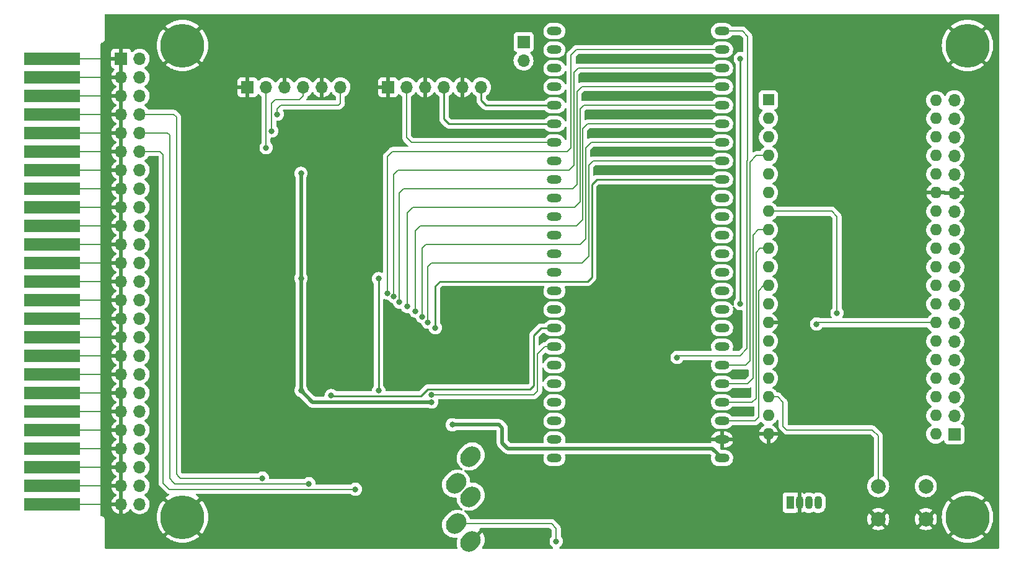
<source format=gbr>
%TF.GenerationSoftware,KiCad,Pcbnew,(6.0.7)*%
%TF.CreationDate,2022-09-12T23:00:31-07:00*%
%TF.ProjectId,TRS-IO-M3,5452532d-494f-42d4-9d33-2e6b69636164,rev?*%
%TF.SameCoordinates,Original*%
%TF.FileFunction,Copper,L2,Bot*%
%TF.FilePolarity,Positive*%
%FSLAX46Y46*%
G04 Gerber Fmt 4.6, Leading zero omitted, Abs format (unit mm)*
G04 Created by KiCad (PCBNEW (6.0.7)) date 2022-09-12 23:00:31*
%MOMM*%
%LPD*%
G01*
G04 APERTURE LIST*
G04 Aperture macros list*
%AMHorizOval*
0 Thick line with rounded ends*
0 $1 width*
0 $2 $3 position (X,Y) of the first rounded end (center of the circle)*
0 $4 $5 position (X,Y) of the second rounded end (center of the circle)*
0 Add line between two ends*
20,1,$1,$2,$3,$4,$5,0*
0 Add two circle primitives to create the rounded ends*
1,1,$1,$2,$3*
1,1,$1,$4,$5*%
G04 Aperture macros list end*
%TA.AperFunction,ComponentPad*%
%ADD10C,0.800000*%
%TD*%
%TA.AperFunction,ComponentPad*%
%ADD11C,6.000000*%
%TD*%
%TA.AperFunction,ComponentPad*%
%ADD12R,1.700000X1.700000*%
%TD*%
%TA.AperFunction,ComponentPad*%
%ADD13O,1.700000X1.700000*%
%TD*%
%TA.AperFunction,ComponentPad*%
%ADD14O,2.000000X1.200000*%
%TD*%
%TA.AperFunction,ComponentPad*%
%ADD15HorizOval,2.400000X-0.212132X-0.212132X0.212132X0.212132X0*%
%TD*%
%TA.AperFunction,ComponentPad*%
%ADD16R,1.600000X1.600000*%
%TD*%
%TA.AperFunction,ComponentPad*%
%ADD17O,1.600000X1.600000*%
%TD*%
%TA.AperFunction,ConnectorPad*%
%ADD18R,7.620000X1.778000*%
%TD*%
%TA.AperFunction,ComponentPad*%
%ADD19R,1.070000X1.800000*%
%TD*%
%TA.AperFunction,ComponentPad*%
%ADD20O,1.070000X1.800000*%
%TD*%
%TA.AperFunction,ComponentPad*%
%ADD21C,2.000000*%
%TD*%
%TA.AperFunction,ViaPad*%
%ADD22C,0.800000*%
%TD*%
%TA.AperFunction,Conductor*%
%ADD23C,0.200000*%
%TD*%
%TA.AperFunction,Conductor*%
%ADD24C,0.500380*%
%TD*%
%TA.AperFunction,Conductor*%
%ADD25C,0.250000*%
%TD*%
G04 APERTURE END LIST*
D10*
%TO.P,H1,1,1*%
%TO.N,GND*%
X123123010Y-62550990D03*
X126304990Y-59369010D03*
X124714000Y-63210000D03*
X122464000Y-60960000D03*
X124714000Y-58710000D03*
X126964000Y-60960000D03*
X123123010Y-59369010D03*
X126304990Y-62550990D03*
D11*
X124714000Y-60960000D03*
%TD*%
D10*
%TO.P,H2,1,1*%
%TO.N,GND*%
X231950000Y-58710000D03*
X231950000Y-63210000D03*
X233540990Y-59369010D03*
X230359010Y-59369010D03*
X230359010Y-62550990D03*
X229700000Y-60960000D03*
D11*
X231950000Y-60960000D03*
D10*
X234200000Y-60960000D03*
X233540990Y-62550990D03*
%TD*%
%TO.P,H3,1,1*%
%TO.N,GND*%
X123123010Y-123885010D03*
X126304990Y-127066990D03*
X124714000Y-123226000D03*
X122464000Y-125476000D03*
D11*
X124714000Y-125476000D03*
D10*
X123123010Y-127066990D03*
X126304990Y-123885010D03*
X124714000Y-127726000D03*
X126964000Y-125476000D03*
%TD*%
D11*
%TO.P,H4,1,1*%
%TO.N,GND*%
X231950000Y-125476000D03*
D10*
X230359010Y-127066990D03*
X231950000Y-123226000D03*
X234200000Y-125476000D03*
X230359010Y-123885010D03*
X231950000Y-127726000D03*
X233540990Y-127066990D03*
X229700000Y-125476000D03*
X233540990Y-123885010D03*
%TD*%
D12*
%TO.P,J5,1,Pin_1*%
%TO.N,GND*%
X133600000Y-66675000D03*
D13*
%TO.P,J5,2,Pin_2*%
%TO.N,VIDEO*%
X136140000Y-66675000D03*
%TO.P,J5,3,Pin_3*%
%TO.N,GND*%
X138680000Y-66675000D03*
%TO.P,J5,4,Pin_4*%
%TO.N,VSYNC*%
X141220000Y-66675000D03*
%TO.P,J5,5,Pin_5*%
%TO.N,GND*%
X143760000Y-66675000D03*
%TO.P,J5,6,Pin_6*%
%TO.N,HSYNC*%
X146300000Y-66675000D03*
%TD*%
D14*
%TO.P,U5,1,Pad_38*%
%TO.N,CS_SD_CARD*%
X175520000Y-58985000D03*
%TO.P,U5,2,Pad_37*%
%TO.N,MOSI*%
X175520000Y-61525000D03*
%TO.P,U5,3,Pad_36*%
%TO.N,SCK*%
X175520000Y-64065000D03*
%TO.P,U5,4,Pad_39*%
%TO.N,MISO*%
X175520000Y-66605000D03*
%TO.P,U5,5,Pad_25*%
%TO.N,HSYNC_O*%
X175520000Y-69145000D03*
%TO.P,U5,6,Pad_26*%
%TO.N,VSYNC_O*%
X175520000Y-71685000D03*
%TO.P,U5,7,Pad_27*%
%TO.N,VIDEO_O*%
X175520000Y-74225000D03*
%TO.P,U5,8,Pad_28*%
%TO.N,HSYNCX*%
X175520000Y-76765000D03*
%TO.P,U5,9,Pad_29*%
%TO.N,VSYNCX*%
X175520000Y-79305000D03*
%TO.P,U5,10,Pad_30*%
%TO.N,VIDEOX*%
X175520000Y-81845000D03*
%TO.P,U5,11,Pad_33*%
%TO.N,_IORQX*%
X175520000Y-84385000D03*
%TO.P,U5,12,Pad_34*%
%TO.N,_M1X*%
X175520000Y-86925000D03*
%TO.P,U5,13,Pad_40*%
%TO.N,_RESETX*%
X175520000Y-89465000D03*
%TO.P,U5,14,Pad_35*%
%TO.N,_OUTX*%
X175520000Y-92005000D03*
%TO.P,U5,15,Pad_41*%
%TO.N,_INX*%
X175520000Y-94545000D03*
%TO.P,U5,16,Pad_42*%
%TO.N,ABUS_SEL_N*%
X175520000Y-97085000D03*
%TO.P,U5,17,Pad_51*%
%TO.N,READ_N*%
X175520000Y-99625000D03*
%TO.P,U5,18,Pad_53*%
%TO.N,DBUS_SEL_N*%
X175520000Y-102165000D03*
%TO.P,U5,19,Pad_54*%
%TO.N,INT*%
X175520000Y-104705000D03*
%TO.P,U5,20,Pad_55*%
%TO.N,WAIT*%
X175520000Y-107245000D03*
%TO.P,U5,21,Pad_56*%
%TO.N,EXTIOSEL*%
X175520000Y-109785000D03*
%TO.P,U5,22,Pad_57*%
%TO.N,CASS_OUT_LEFT*%
X175520000Y-112325000D03*
%TO.P,U5,23,Pad_68*%
%TO.N,unconnected-(U5-Pad23)*%
X175520000Y-114865000D03*
%TO.P,U5,24,Pad_69*%
%TO.N,unconnected-(U5-Pad24)*%
X175520000Y-117405000D03*
%TO.P,U5,25,3V3*%
%TO.N,+3V3*%
X198420000Y-117405000D03*
%TO.P,U5,26,GND*%
%TO.N,GND*%
X198420000Y-114865000D03*
%TO.P,U5,27,Pad_32*%
%TO.N,ESP_S2*%
X198420000Y-112325000D03*
%TO.P,U5,28,Pad_31*%
%TO.N,ESP_S1*%
X198420000Y-109785000D03*
%TO.P,U5,29,Pad_49*%
%TO.N,ESP_S0*%
X198420000Y-107245000D03*
%TO.P,U5,30,Pad_48*%
%TO.N,CS_FPGA*%
X198420000Y-104705000D03*
%TO.P,U5,31,5V*%
%TO.N,VU*%
X198420000Y-102165000D03*
%TO.P,U5,32,Pad_70*%
%TO.N,unconnected-(U5-Pad32)*%
X198420000Y-99625000D03*
%TO.P,U5,33,Pad_71*%
%TO.N,unconnected-(U5-Pad33)*%
X198420000Y-97085000D03*
%TO.P,U5,34,Pad_72*%
%TO.N,unconnected-(U5-Pad34)*%
X198420000Y-94545000D03*
%TO.P,U5,35,Pad_73*%
%TO.N,unconnected-(U5-Pad35)*%
X198420000Y-92005000D03*
%TO.P,U5,36,Pad_74*%
%TO.N,unconnected-(U5-Pad36)*%
X198420000Y-89465000D03*
%TO.P,U5,37,Pad_75*%
%TO.N,unconnected-(U5-Pad37)*%
X198420000Y-86925000D03*
%TO.P,U5,38,Pad_76*%
%TO.N,REQ*%
X198420000Y-84385000D03*
%TO.P,U5,39,Pad_77*%
%TO.N,DONE*%
X198420000Y-81845000D03*
%TO.P,U5,40,Pad_79*%
%TO.N,A0D7*%
X198420000Y-79305000D03*
%TO.P,U5,41,Pad_80*%
%TO.N,A1D6*%
X198420000Y-76765000D03*
%TO.P,U5,42,Pad_81*%
%TO.N,A2D5*%
X198420000Y-74225000D03*
%TO.P,U5,43,Pad_82*%
%TO.N,A3D4*%
X198420000Y-71685000D03*
%TO.P,U5,44,Pad_83*%
%TO.N,A4D3*%
X198420000Y-69145000D03*
%TO.P,U5,45,Pad_84*%
%TO.N,A5D2*%
X198420000Y-66605000D03*
%TO.P,U5,46,Pad_85*%
%TO.N,A6D1*%
X198420000Y-64065000D03*
%TO.P,U5,47,Pad_86*%
%TO.N,A7D0*%
X198420000Y-61525000D03*
%TO.P,U5,48,Pad_63*%
%TO.N,CASS_OUT_RIGHT*%
X198420000Y-58985000D03*
%TD*%
D15*
%TO.P,J7,R*%
%TO.N,Net-(C12-Pad1)*%
X162084000Y-120878000D03*
%TO.P,J7,RN*%
%TO.N,N/C*%
X164084000Y-122678000D03*
%TO.P,J7,S*%
%TO.N,GND*%
X164084000Y-128778000D03*
%TO.P,J7,T*%
%TO.N,Net-(C11-Pad1)*%
X162084000Y-126378000D03*
%TO.P,J7,TN*%
%TO.N,N/C*%
X164084000Y-117178000D03*
%TD*%
D12*
%TO.P,J4,1,Pin_1*%
%TO.N,+5V*%
X171300000Y-60475000D03*
D13*
%TO.P,J4,2,Pin_2*%
%TO.N,VU*%
X171300000Y-63015000D03*
%TD*%
D16*
%TO.P,U6,1,GPIO6*%
%TO.N,unconnected-(U6-Pad1)*%
X204750000Y-68400000D03*
D17*
%TO.P,U6,2,GPIO7*%
%TO.N,unconnected-(U6-Pad2)*%
X204750000Y-70940000D03*
%TO.P,U6,3,GPIO8*%
%TO.N,unconnected-(U6-Pad3)*%
X204750000Y-73480000D03*
%TO.P,U6,4,GPIO15*%
%TO.N,CS_FPGA*%
X204750000Y-76020000D03*
%TO.P,U6,5,GPIO2*%
%TO.N,unconnected-(U6-Pad5)*%
X204750000Y-78560000D03*
%TO.P,U6,6,GPIO0*%
%TO.N,unconnected-(U6-Pad6)*%
X204750000Y-81100000D03*
%TO.P,U6,7,GPIO4*%
%TO.N,LED_GREEN*%
X204750000Y-83640000D03*
%TO.P,U6,8,GPIO16*%
%TO.N,ESP_S0*%
X204750000Y-86180000D03*
%TO.P,U6,9,GPIO17*%
%TO.N,ESP_S1*%
X204750000Y-88720000D03*
%TO.P,U6,10,GPIO5*%
%TO.N,MISO*%
X204750000Y-91260000D03*
%TO.P,U6,11,GPIO18*%
%TO.N,ESP_S2*%
X204750000Y-93800000D03*
%TO.P,U6,12,GPIO19*%
%TO.N,MOSI*%
X204750000Y-96340000D03*
%TO.P,U6,13,GND*%
%TO.N,GND*%
X204750000Y-98880000D03*
%TO.P,U6,14,GPIO21*%
%TO.N,LED_RED*%
X204750000Y-101420000D03*
%TO.P,U6,15,GPIO3*%
%TO.N,unconnected-(U6-Pad15)*%
X204750000Y-103960000D03*
%TO.P,U6,16,GPIO1*%
%TO.N,unconnected-(U6-Pad16)*%
X204750000Y-106500000D03*
%TO.P,U6,17,GPIO22*%
%TO.N,BUTTON*%
X204750000Y-109040000D03*
%TO.P,U6,18,GPIO23*%
%TO.N,unconnected-(U6-Pad18)*%
X204750000Y-111580000D03*
%TO.P,U6,19,GND*%
%TO.N,GND*%
X204750000Y-114120000D03*
%TO.P,U6,20,3V3*%
%TO.N,unconnected-(U6-Pad20)*%
X227610000Y-114120000D03*
%TO.P,U6,21,RESET*%
%TO.N,unconnected-(U6-Pad21)*%
X227610000Y-111580000D03*
%TO.P,U6,22,GPIO36*%
%TO.N,unconnected-(U6-Pad22)*%
X227610000Y-109040000D03*
%TO.P,U6,23,GPIO39*%
%TO.N,unconnected-(U6-Pad23)*%
X227610000Y-106500000D03*
%TO.P,U6,24,GPIO34*%
%TO.N,REQ*%
X227610000Y-103960000D03*
%TO.P,U6,25,GPIO35*%
%TO.N,unconnected-(U6-Pad25)*%
X227610000Y-101420000D03*
%TO.P,U6,26,GPIO32*%
%TO.N,LED_BLUE*%
X227610000Y-98880000D03*
%TO.P,U6,27,GPIO33*%
%TO.N,unconnected-(U6-Pad27)*%
X227610000Y-96340000D03*
%TO.P,U6,28,GPIO25*%
%TO.N,unconnected-(U6-Pad28)*%
X227610000Y-93800000D03*
%TO.P,U6,29,GPIO26*%
%TO.N,unconnected-(U6-Pad29)*%
X227610000Y-91260000D03*
%TO.P,U6,30,GPIO27*%
%TO.N,DONE*%
X227610000Y-88720000D03*
%TO.P,U6,31,GPIO14*%
%TO.N,SCK*%
X227610000Y-86180000D03*
%TO.P,U6,32,GPIO12*%
%TO.N,unconnected-(U6-Pad32)*%
X227610000Y-83640000D03*
%TO.P,U6,33,GND*%
%TO.N,GND*%
X227610000Y-81100000D03*
%TO.P,U6,34,GPIO13*%
%TO.N,CS_SD_CARD*%
X227610000Y-78560000D03*
%TO.P,U6,35,GPIO9*%
%TO.N,unconnected-(U6-Pad35)*%
X227610000Y-76020000D03*
%TO.P,U6,36,GPIO10*%
%TO.N,unconnected-(U6-Pad36)*%
X227610000Y-73480000D03*
%TO.P,U6,37,GPIO11*%
%TO.N,unconnected-(U6-Pad37)*%
X227610000Y-70940000D03*
%TO.P,U6,38,5V*%
%TO.N,+5V*%
X227610000Y-68463500D03*
%TD*%
D18*
%TO.P,J1,2,Pin_2*%
%TO.N,GND*%
X106934000Y-123698000D03*
%TO.P,J1,4,Pin_4*%
X106934000Y-121158000D03*
%TO.P,J1,6,Pin_6*%
X106934000Y-118618000D03*
%TO.P,J1,8,Pin_8*%
X106934000Y-116078000D03*
%TO.P,J1,10,Pin_10*%
X106934000Y-113538000D03*
%TO.P,J1,12,Pin_12*%
X106934000Y-110998000D03*
%TO.P,J1,14,Pin_14*%
X106934000Y-108458000D03*
%TO.P,J1,16,Pin_16*%
X106934000Y-105918000D03*
%TO.P,J1,18,Pin_18*%
X106934000Y-103378000D03*
%TO.P,J1,20,Pin_20*%
X106934000Y-100838000D03*
%TO.P,J1,22,Pin_22*%
X106934000Y-98298000D03*
%TO.P,J1,24,Pin_24*%
X106934000Y-95758000D03*
%TO.P,J1,26,Pin_26*%
X106934000Y-93218000D03*
%TO.P,J1,28,Pin_28*%
X106934000Y-90678000D03*
%TO.P,J1,30,Pin_30*%
X106934000Y-88138000D03*
%TO.P,J1,32,Pin_32*%
X106934000Y-85598000D03*
%TO.P,J1,34,Pin_34*%
X106934000Y-83058000D03*
%TO.P,J1,36,Pin_36*%
X106934000Y-80518000D03*
%TO.P,J1,38,Pin_38*%
X106934000Y-77978000D03*
%TO.P,J1,40,Pin_40*%
X106934000Y-75438000D03*
%TO.P,J1,42,Pin_42*%
X106934000Y-72898000D03*
%TO.P,J1,44,Pin_44*%
X106934000Y-70358000D03*
%TO.P,J1,46,Pin_46*%
X106934000Y-67818000D03*
%TO.P,J1,48,Pin_48*%
X106934000Y-65278000D03*
%TO.P,J1,50,Pin_50*%
X106934000Y-62738000D03*
%TD*%
D12*
%TO.P,J6,1,Pin_1*%
%TO.N,GND*%
X152800000Y-66675000D03*
D13*
%TO.P,J6,2,Pin_2*%
%TO.N,VIDEO_O*%
X155340000Y-66675000D03*
%TO.P,J6,3,Pin_3*%
%TO.N,GND*%
X157880000Y-66675000D03*
%TO.P,J6,4,Pin_4*%
%TO.N,VSYNC_O*%
X160420000Y-66675000D03*
%TO.P,J6,5,Pin_5*%
%TO.N,GND*%
X162960000Y-66675000D03*
%TO.P,J6,6,Pin_6*%
%TO.N,HSYNC_O*%
X165500000Y-66675000D03*
%TD*%
D19*
%TO.P,D1,1,RA*%
%TO.N,Net-(D1-Pad1)*%
X207750000Y-123500000D03*
D20*
%TO.P,D1,2,K*%
%TO.N,GND*%
X209020000Y-123500000D03*
%TO.P,D1,3,BA*%
%TO.N,Net-(D1-Pad3)*%
X210290000Y-123500000D03*
%TO.P,D1,4,GA*%
%TO.N,Net-(D1-Pad4)*%
X211560000Y-123500000D03*
%TD*%
D13*
%TO.P,J2,1,Pin_1*%
%TO.N,D0*%
X118867000Y-123703000D03*
%TO.P,J2,2,Pin_2*%
%TO.N,GND*%
X116327000Y-123703000D03*
%TO.P,J2,3,Pin_3*%
%TO.N,D1*%
X118867000Y-121163000D03*
%TO.P,J2,4,Pin_4*%
%TO.N,GND*%
X116327000Y-121163000D03*
%TO.P,J2,5,Pin_5*%
%TO.N,D2*%
X118867000Y-118623000D03*
%TO.P,J2,6,Pin_6*%
%TO.N,GND*%
X116327000Y-118623000D03*
%TO.P,J2,7,Pin_7*%
%TO.N,D3*%
X118867000Y-116083000D03*
%TO.P,J2,8,Pin_8*%
%TO.N,GND*%
X116327000Y-116083000D03*
%TO.P,J2,9,Pin_9*%
%TO.N,D4*%
X118867000Y-113543000D03*
%TO.P,J2,10,Pin_10*%
%TO.N,GND*%
X116327000Y-113543000D03*
%TO.P,J2,11,Pin_11*%
%TO.N,D5*%
X118867000Y-111003000D03*
%TO.P,J2,12,Pin_12*%
%TO.N,GND*%
X116327000Y-111003000D03*
%TO.P,J2,13,Pin_13*%
%TO.N,D6*%
X118867000Y-108463000D03*
%TO.P,J2,14,Pin_14*%
%TO.N,GND*%
X116327000Y-108463000D03*
%TO.P,J2,15,Pin_15*%
%TO.N,D7*%
X118867000Y-105923000D03*
%TO.P,J2,16,Pin_16*%
%TO.N,GND*%
X116327000Y-105923000D03*
%TO.P,J2,17,Pin_17*%
%TO.N,A0*%
X118867000Y-103383000D03*
%TO.P,J2,18,Pin_18*%
%TO.N,GND*%
X116327000Y-103383000D03*
%TO.P,J2,19,Pin_19*%
%TO.N,A1*%
X118867000Y-100843000D03*
%TO.P,J2,20,Pin_20*%
%TO.N,GND*%
X116327000Y-100843000D03*
%TO.P,J2,21,Pin_21*%
%TO.N,A2*%
X118867000Y-98303000D03*
%TO.P,J2,22,Pin_22*%
%TO.N,GND*%
X116327000Y-98303000D03*
%TO.P,J2,23,Pin_23*%
%TO.N,A3*%
X118867000Y-95763000D03*
%TO.P,J2,24,Pin_24*%
%TO.N,GND*%
X116327000Y-95763000D03*
%TO.P,J2,25,Pin_25*%
%TO.N,A4*%
X118867000Y-93223000D03*
%TO.P,J2,26,Pin_26*%
%TO.N,GND*%
X116327000Y-93223000D03*
%TO.P,J2,27,Pin_27*%
%TO.N,A5*%
X118867000Y-90683000D03*
%TO.P,J2,28,Pin_28*%
%TO.N,GND*%
X116327000Y-90683000D03*
%TO.P,J2,29,Pin_29*%
%TO.N,A6*%
X118867000Y-88143000D03*
%TO.P,J2,30,Pin_30*%
%TO.N,GND*%
X116327000Y-88143000D03*
%TO.P,J2,31,Pin_31*%
%TO.N,A7*%
X118867000Y-85603000D03*
%TO.P,J2,32,Pin_32*%
%TO.N,GND*%
X116327000Y-85603000D03*
%TO.P,J2,33,Pin_33*%
%TO.N,_IN*%
X118867000Y-83063000D03*
%TO.P,J2,34,Pin_34*%
%TO.N,GND*%
X116327000Y-83063000D03*
%TO.P,J2,35,Pin_35*%
%TO.N,_OUT*%
X118867000Y-80523000D03*
%TO.P,J2,36,Pin_36*%
%TO.N,GND*%
X116327000Y-80523000D03*
%TO.P,J2,37,Pin_37*%
%TO.N,_RESET*%
X118867000Y-77983000D03*
%TO.P,J2,38,Pin_38*%
%TO.N,GND*%
X116327000Y-77983000D03*
%TO.P,J2,39,Pin_39*%
%TO.N,_IOINT*%
X118867000Y-75443000D03*
%TO.P,J2,40,Pin_40*%
%TO.N,GND*%
X116327000Y-75443000D03*
%TO.P,J2,41,Pin_41*%
%TO.N,_IOWAIT*%
X118867000Y-72903000D03*
%TO.P,J2,42,Pin_42*%
%TO.N,GND*%
X116327000Y-72903000D03*
%TO.P,J2,43,Pin_43*%
%TO.N,_EXTIOSEL*%
X118867000Y-70363000D03*
%TO.P,J2,44,Pin_44*%
%TO.N,GND*%
X116327000Y-70363000D03*
%TO.P,J2,45,Pin_45*%
%TO.N,NC*%
X118867000Y-67823000D03*
%TO.P,J2,46,Pin_46*%
%TO.N,GND*%
X116327000Y-67823000D03*
%TO.P,J2,47,Pin_47*%
%TO.N,_M1*%
X118867000Y-65283000D03*
%TO.P,J2,48,Pin_48*%
%TO.N,GND*%
X116327000Y-65283000D03*
%TO.P,J2,49,Pin_49*%
%TO.N,_IORQ*%
X118867000Y-62743000D03*
D12*
%TO.P,J2,50,Pin_50*%
%TO.N,GND*%
X116327000Y-62743000D03*
%TD*%
D21*
%TO.P,SW1,1,1*%
%TO.N,GND*%
X226250000Y-125750000D03*
X219750000Y-125750000D03*
%TO.P,SW1,2,2*%
%TO.N,BUTTON*%
X226250000Y-121250000D03*
X219750000Y-121250000D03*
%TD*%
D12*
%TO.P,J3,1,Pin_1*%
%TO.N,unconnected-(J3-Pad1)*%
X230150000Y-114150000D03*
D13*
%TO.P,J3,2,Pin_2*%
%TO.N,unconnected-(J3-Pad2)*%
X230150000Y-111610000D03*
%TO.P,J3,3,Pin_3*%
%TO.N,unconnected-(J3-Pad3)*%
X230150000Y-109070000D03*
%TO.P,J3,4,Pin_4*%
%TO.N,unconnected-(J3-Pad4)*%
X230150000Y-106530000D03*
%TO.P,J3,5,Pin_5*%
%TO.N,REQ*%
X230150000Y-103990000D03*
%TO.P,J3,6,Pin_6*%
%TO.N,unconnected-(J3-Pad6)*%
X230150000Y-101450000D03*
%TO.P,J3,7,Pin_7*%
%TO.N,LED_BLUE*%
X230150000Y-98910000D03*
%TO.P,J3,8,Pin_8*%
%TO.N,unconnected-(J3-Pad8)*%
X230150000Y-96370000D03*
%TO.P,J3,9,Pin_9*%
%TO.N,unconnected-(J3-Pad9)*%
X230150000Y-93830000D03*
%TO.P,J3,10,Pin_10*%
%TO.N,unconnected-(J3-Pad10)*%
X230150000Y-91290000D03*
%TO.P,J3,11,Pin_11*%
%TO.N,DONE*%
X230150000Y-88750000D03*
%TO.P,J3,12,Pin_12*%
%TO.N,SCK*%
X230150000Y-86210000D03*
%TO.P,J3,13,Pin_13*%
%TO.N,unconnected-(J3-Pad13)*%
X230150000Y-83670000D03*
%TO.P,J3,14,Pin_14*%
%TO.N,GND*%
X230150000Y-81130000D03*
%TO.P,J3,15,Pin_15*%
%TO.N,CS_SD_CARD*%
X230150000Y-78590000D03*
%TO.P,J3,16,Pin_16*%
%TO.N,unconnected-(J3-Pad16)*%
X230150000Y-76050000D03*
%TO.P,J3,17,Pin_17*%
%TO.N,unconnected-(J3-Pad17)*%
X230150000Y-73510000D03*
%TO.P,J3,18,Pin_18*%
%TO.N,unconnected-(J3-Pad18)*%
X230150000Y-70970000D03*
%TO.P,J3,19,Pin_19*%
%TO.N,+5V*%
X230150000Y-68430000D03*
%TD*%
D22*
%TO.N,GND*%
X150876000Y-124968000D03*
X149550000Y-101950000D03*
X184912000Y-125222000D03*
X137922000Y-124968000D03*
X143750000Y-117150000D03*
X153924000Y-110998000D03*
X161036000Y-128778000D03*
X153924000Y-106426000D03*
X144272000Y-124968000D03*
X194310000Y-125222000D03*
X143850000Y-101950000D03*
%TO.N,+3V3*%
X158750000Y-109728000D03*
X140900000Y-78450000D03*
X140900000Y-92800000D03*
X140900000Y-108150000D03*
X161569000Y-112838000D03*
%TO.N,_IOINT*%
X148336000Y-121666000D03*
%TO.N,_IOWAIT*%
X141986000Y-120904000D03*
%TO.N,_EXTIOSEL*%
X135636000Y-120142000D03*
%TO.N,A2D5*%
X157480000Y-98044000D03*
%TO.N,A0D7*%
X159258000Y-99568000D03*
%TO.N,A1D6*%
X158242000Y-98806000D03*
%TO.N,+1V8*%
X151500000Y-92850000D03*
X151525000Y-108175000D03*
%TO.N,VIDEO*%
X136144000Y-74930000D03*
%TO.N,VSYNC*%
X136906000Y-72644000D03*
%TO.N,HSYNC*%
X137668000Y-70358000D03*
%TO.N,MOSI*%
X200914000Y-62738000D03*
X200914000Y-96266000D03*
%TO.N,A3D4*%
X156550000Y-97300000D03*
%TO.N,A4D3*%
X155400000Y-96650000D03*
%TO.N,A5D2*%
X154350000Y-96050000D03*
%TO.N,READ_N*%
X145025500Y-108850000D03*
%TO.N,A6D1*%
X153582448Y-95293852D03*
%TO.N,A7D0*%
X152700000Y-94824500D03*
%TO.N,DBUS_SEL_N*%
X158750000Y-108712000D03*
%TO.N,LED_GREEN*%
X214122000Y-97536000D03*
%TO.N,LED_BLUE*%
X211328000Y-99060000D03*
%TO.N,Net-(C11-Pad1)*%
X175768000Y-128778000D03*
%TO.N,CASS_OUT_RIGHT*%
X192278000Y-103632000D03*
%TD*%
D23*
%TO.N,GND*%
X116322000Y-88138000D02*
X116327000Y-88143000D01*
X106934000Y-77978000D02*
X116322000Y-77978000D01*
X106934000Y-93218000D02*
X116322000Y-93218000D01*
X106934000Y-80518000D02*
X116322000Y-80518000D01*
X116322000Y-98298000D02*
X116327000Y-98303000D01*
X106934000Y-95758000D02*
X116322000Y-95758000D01*
X106934000Y-113538000D02*
X116322000Y-113538000D01*
X116322000Y-123698000D02*
X116327000Y-123703000D01*
X116322000Y-108458000D02*
X116327000Y-108463000D01*
X106934000Y-65278000D02*
X116322000Y-65278000D01*
X106934000Y-72898000D02*
X116322000Y-72898000D01*
X116322000Y-105918000D02*
X116327000Y-105923000D01*
X106934000Y-98298000D02*
X116322000Y-98298000D01*
X106934000Y-62738000D02*
X116322000Y-62738000D01*
X106934000Y-83058000D02*
X116322000Y-83058000D01*
X106934000Y-75438000D02*
X116322000Y-75438000D01*
X106934000Y-67818000D02*
X116322000Y-67818000D01*
X116322000Y-85598000D02*
X116327000Y-85603000D01*
X116322000Y-118618000D02*
X116327000Y-118623000D01*
X116322000Y-67818000D02*
X116327000Y-67823000D01*
X116322000Y-72898000D02*
X116327000Y-72903000D01*
X106934000Y-108458000D02*
X116322000Y-108458000D01*
X116322000Y-80518000D02*
X116327000Y-80523000D01*
X106934000Y-103378000D02*
X116322000Y-103378000D01*
X116322000Y-83058000D02*
X116327000Y-83063000D01*
X106934000Y-88138000D02*
X116322000Y-88138000D01*
X106934000Y-118618000D02*
X116322000Y-118618000D01*
X116322000Y-121158000D02*
X116327000Y-121163000D01*
X116322000Y-110998000D02*
X116327000Y-111003000D01*
X106934000Y-105918000D02*
X116322000Y-105918000D01*
X116322000Y-65278000D02*
X116327000Y-65283000D01*
X116322000Y-113538000D02*
X116327000Y-113543000D01*
X106934000Y-123698000D02*
X116322000Y-123698000D01*
X116322000Y-116078000D02*
X116327000Y-116083000D01*
X116322000Y-75438000D02*
X116327000Y-75443000D01*
X116322000Y-103378000D02*
X116327000Y-103383000D01*
X106934000Y-100838000D02*
X116322000Y-100838000D01*
X116322000Y-100838000D02*
X116327000Y-100843000D01*
X106934000Y-85598000D02*
X116322000Y-85598000D01*
X116322000Y-90678000D02*
X116327000Y-90683000D01*
X106934000Y-116078000D02*
X116322000Y-116078000D01*
X116322000Y-93218000D02*
X116327000Y-93223000D01*
X116322000Y-70358000D02*
X116327000Y-70363000D01*
X106934000Y-90678000D02*
X116322000Y-90678000D01*
X116322000Y-62738000D02*
X116327000Y-62743000D01*
X116322000Y-95758000D02*
X116327000Y-95763000D01*
X116322000Y-77978000D02*
X116327000Y-77983000D01*
X106934000Y-70358000D02*
X116322000Y-70358000D01*
X106934000Y-110998000D02*
X116322000Y-110998000D01*
X106934000Y-121158000D02*
X116322000Y-121158000D01*
D24*
%TO.N,+3V3*%
X197093000Y-116078000D02*
X169164000Y-116078000D01*
X167956000Y-112838000D02*
X161569000Y-112838000D01*
X169164000Y-116078000D02*
X168402000Y-115316000D01*
X168402000Y-115316000D02*
X168402000Y-113284000D01*
X198420000Y-117405000D02*
X197093000Y-116078000D01*
X142478000Y-109728000D02*
X142494000Y-109728000D01*
X168402000Y-113284000D02*
X167956000Y-112838000D01*
X140900000Y-92800000D02*
X140900000Y-78450000D01*
X142494000Y-109728000D02*
X158750000Y-109728000D01*
X140900000Y-108150000D02*
X142478000Y-109728000D01*
X140900000Y-108150000D02*
X140900000Y-92800000D01*
D23*
%TO.N,VIDEO_O*%
X156013000Y-74225000D02*
X175520000Y-74225000D01*
X155340000Y-66675000D02*
X155340000Y-73552000D01*
X155340000Y-73552000D02*
X156013000Y-74225000D01*
%TO.N,_IOINT*%
X118867000Y-75443000D02*
X121643000Y-75443000D01*
X122100000Y-75900000D02*
X122100000Y-119900000D01*
X122936000Y-121666000D02*
X148336000Y-121666000D01*
X121643000Y-75443000D02*
X122100000Y-75900000D01*
X122100000Y-120830000D02*
X122936000Y-121666000D01*
X122100000Y-119900000D02*
X122100000Y-120830000D01*
%TO.N,_IOWAIT*%
X123698000Y-120904000D02*
X141986000Y-120904000D01*
X123444000Y-120650000D02*
X123698000Y-120904000D01*
X118867000Y-72903000D02*
X122653000Y-72903000D01*
X122950000Y-119700000D02*
X122950000Y-120156000D01*
X122653000Y-72903000D02*
X122950000Y-73200000D01*
X122950000Y-120156000D02*
X123444000Y-120650000D01*
X122950000Y-73200000D02*
X122950000Y-119700000D01*
%TO.N,_EXTIOSEL*%
X123900000Y-119582000D02*
X124206000Y-119888000D01*
X118867000Y-70363000D02*
X123513000Y-70363000D01*
X123513000Y-70363000D02*
X123900000Y-70750000D01*
X123900000Y-70750000D02*
X123900000Y-119300000D01*
X124460000Y-120142000D02*
X135636000Y-120142000D01*
X123900000Y-119300000D02*
X123900000Y-119582000D01*
X124206000Y-119888000D02*
X124460000Y-120142000D01*
%TO.N,A2D5*%
X157988000Y-88138000D02*
X179070000Y-88138000D01*
X157480000Y-88646000D02*
X157988000Y-88138000D01*
X179800000Y-74962000D02*
X180537000Y-74225000D01*
X180537000Y-74225000D02*
X198420000Y-74225000D01*
X179070000Y-88138000D02*
X179800000Y-87408000D01*
X179800000Y-87408000D02*
X179800000Y-74962000D01*
X157480000Y-98044000D02*
X157480000Y-88646000D01*
D25*
%TO.N,A0D7*%
X159893000Y-93218000D02*
X159258000Y-93853000D01*
X180086000Y-93218000D02*
X159893000Y-93218000D01*
X198420000Y-79305000D02*
X181299000Y-79305000D01*
X181299000Y-79305000D02*
X180625000Y-79979000D01*
X159258000Y-93853000D02*
X159258000Y-99568000D01*
X180625000Y-92679000D02*
X180086000Y-93218000D01*
X180625000Y-79979000D02*
X180625000Y-92679000D01*
D23*
%TO.N,A1D6*%
X158750000Y-90678000D02*
X179324000Y-90678000D01*
X158242000Y-98806000D02*
X158242000Y-91186000D01*
X158242000Y-91186000D02*
X158750000Y-90678000D01*
X179324000Y-90678000D02*
X180200000Y-89802000D01*
X180200000Y-89802000D02*
X180200000Y-77356000D01*
X180200000Y-77356000D02*
X180791000Y-76765000D01*
X180791000Y-76765000D02*
X198420000Y-76765000D01*
D25*
%TO.N,+1V8*%
X151500000Y-108150000D02*
X151500000Y-92850000D01*
D23*
%TO.N,VIDEO*%
X136140000Y-66675000D02*
X136140000Y-74926000D01*
X136140000Y-74926000D02*
X136144000Y-74930000D01*
%TO.N,VSYNC*%
X141220000Y-66675000D02*
X141220000Y-67822000D01*
X137414000Y-68326000D02*
X136906000Y-68834000D01*
X141220000Y-67822000D02*
X140716000Y-68326000D01*
X136906000Y-68834000D02*
X136906000Y-72644000D01*
X140716000Y-68326000D02*
X137414000Y-68326000D01*
%TO.N,HSYNC*%
X138176000Y-69088000D02*
X137668000Y-69596000D01*
X146050000Y-69088000D02*
X138176000Y-69088000D01*
X146300000Y-68838000D02*
X146050000Y-69088000D01*
X146300000Y-66675000D02*
X146300000Y-68838000D01*
X137668000Y-69596000D02*
X137668000Y-70358000D01*
D25*
%TO.N,VSYNC_O*%
X160420000Y-66675000D02*
X160420000Y-71012000D01*
X161093000Y-71685000D02*
X175520000Y-71685000D01*
X160420000Y-71012000D02*
X161093000Y-71685000D01*
D23*
%TO.N,ESP_S0*%
X203380000Y-86180000D02*
X204750000Y-86180000D01*
X198420000Y-107245000D02*
X201873000Y-107245000D01*
X202654000Y-106464000D02*
X202654000Y-86906000D01*
X202654000Y-86906000D02*
X203380000Y-86180000D01*
X201873000Y-107245000D02*
X202654000Y-106464000D01*
%TO.N,ESP_S1*%
X198420000Y-109785000D02*
X202489000Y-109785000D01*
X203634000Y-88720000D02*
X204750000Y-88720000D01*
X202489000Y-109785000D02*
X203054000Y-109220000D01*
X203054000Y-89300000D02*
X203634000Y-88720000D01*
X203054000Y-109220000D02*
X203054000Y-89300000D01*
D25*
%TO.N,MOSI*%
X200914000Y-96266000D02*
X200914000Y-62738000D01*
%TO.N,HSYNC_O*%
X165500000Y-68472000D02*
X166173000Y-69145000D01*
X165500000Y-66675000D02*
X165500000Y-68472000D01*
X166173000Y-69145000D02*
X175520000Y-69145000D01*
D23*
%TO.N,A3D4*%
X156550000Y-86274000D02*
X157226000Y-85598000D01*
X157226000Y-85598000D02*
X178562000Y-85598000D01*
X179400000Y-72314000D02*
X180029000Y-71685000D01*
X178562000Y-85598000D02*
X179400000Y-84760000D01*
X179400000Y-84760000D02*
X179400000Y-72314000D01*
X156550000Y-97300000D02*
X156550000Y-86274000D01*
X180029000Y-71685000D02*
X198420000Y-71685000D01*
%TO.N,A4D3*%
X155400000Y-83868000D02*
X156210000Y-83058000D01*
X179000000Y-69666000D02*
X179521000Y-69145000D01*
X178308000Y-83058000D02*
X179000000Y-82366000D01*
X155400000Y-96650000D02*
X155400000Y-83868000D01*
X179521000Y-69145000D02*
X198420000Y-69145000D01*
X179000000Y-82366000D02*
X179000000Y-69666000D01*
X156210000Y-83058000D02*
X178308000Y-83058000D01*
%TO.N,A5D2*%
X154350000Y-96050000D02*
X154350000Y-81108000D01*
X178600000Y-67272000D02*
X179267000Y-66605000D01*
X154940000Y-80518000D02*
X178054000Y-80518000D01*
X178054000Y-80518000D02*
X178600000Y-79972000D01*
X179267000Y-66605000D02*
X198420000Y-66605000D01*
X178600000Y-79972000D02*
X178600000Y-67272000D01*
X154350000Y-81108000D02*
X154940000Y-80518000D01*
D25*
%TO.N,READ_N*%
X158242000Y-107950000D02*
X172212000Y-107950000D01*
X172720000Y-100584000D02*
X173679000Y-99625000D01*
X157292000Y-108900000D02*
X158242000Y-107950000D01*
X145075500Y-108900000D02*
X157292000Y-108900000D01*
X172212000Y-107950000D02*
X172720000Y-107442000D01*
X173679000Y-99625000D02*
X175520000Y-99625000D01*
X172720000Y-107442000D02*
X172720000Y-100584000D01*
X145025500Y-108850000D02*
X145075500Y-108900000D01*
D23*
%TO.N,A6D1*%
X178759000Y-64065000D02*
X198420000Y-64065000D01*
X178200000Y-77324000D02*
X178200000Y-64624000D01*
X177546000Y-77978000D02*
X178200000Y-77324000D01*
X153582448Y-95293852D02*
X153582448Y-78573552D01*
X154178000Y-77978000D02*
X177546000Y-77978000D01*
X153582448Y-78573552D02*
X154178000Y-77978000D01*
X178200000Y-64624000D02*
X178759000Y-64065000D01*
%TO.N,A7D0*%
X152700000Y-76154000D02*
X153416000Y-75438000D01*
X152700000Y-94824500D02*
X152700000Y-76154000D01*
X177800000Y-74930000D02*
X177800000Y-62230000D01*
X177292000Y-75438000D02*
X177800000Y-74930000D01*
X177800000Y-62230000D02*
X178505000Y-61525000D01*
X153416000Y-75438000D02*
X177292000Y-75438000D01*
X178505000Y-61525000D02*
X198420000Y-61525000D01*
%TO.N,DBUS_SEL_N*%
X158750000Y-108712000D02*
X172720000Y-108712000D01*
X172720000Y-108712000D02*
X173228000Y-108204000D01*
X173228000Y-108204000D02*
X173228000Y-103124000D01*
X173228000Y-103124000D02*
X174187000Y-102165000D01*
X174187000Y-102165000D02*
X175520000Y-102165000D01*
%TO.N,BUTTON*%
X219750000Y-121250000D02*
X219750000Y-114340000D01*
X206020000Y-109040000D02*
X204750000Y-109040000D01*
X207264000Y-113538000D02*
X206756000Y-113030000D01*
X219750000Y-114340000D02*
X218948000Y-113538000D01*
X206756000Y-113030000D02*
X206756000Y-109776000D01*
X218948000Y-113538000D02*
X207264000Y-113538000D01*
X206756000Y-109776000D02*
X206020000Y-109040000D01*
%TO.N,LED_GREEN*%
X214122000Y-84328000D02*
X214122000Y-97536000D01*
X204750000Y-83640000D02*
X213434000Y-83640000D01*
X213434000Y-83640000D02*
X214122000Y-84328000D01*
%TO.N,LED_BLUE*%
X211328000Y-99060000D02*
X211508000Y-98880000D01*
X211508000Y-98880000D02*
X227610000Y-98880000D01*
%TO.N,CS_FPGA*%
X202254000Y-104070000D02*
X202254000Y-76892000D01*
X203126000Y-76020000D02*
X204750000Y-76020000D01*
X201619000Y-104705000D02*
X202254000Y-104070000D01*
X198420000Y-104705000D02*
X201619000Y-104705000D01*
X202254000Y-76892000D02*
X203126000Y-76020000D01*
%TO.N,ESP_S2*%
X204142000Y-93800000D02*
X204750000Y-93800000D01*
X203454000Y-111760000D02*
X203454000Y-94488000D01*
X198420000Y-112325000D02*
X202889000Y-112325000D01*
X202889000Y-112325000D02*
X203454000Y-111760000D01*
X203454000Y-94488000D02*
X204142000Y-93800000D01*
%TO.N,Net-(C11-Pad1)*%
X175146000Y-126378000D02*
X175768000Y-127000000D01*
X162084000Y-126378000D02*
X175146000Y-126378000D01*
X175768000Y-127000000D02*
X175768000Y-128778000D01*
%TO.N,CASS_OUT_RIGHT*%
X201225000Y-58985000D02*
X201930000Y-59690000D01*
X200914000Y-103378000D02*
X192532000Y-103378000D01*
X201854000Y-102438000D02*
X200914000Y-103378000D01*
X201930000Y-59690000D02*
X201930000Y-76650314D01*
X201854000Y-76726315D02*
X201854000Y-102438000D01*
X192532000Y-103378000D02*
X192278000Y-103632000D01*
X201930000Y-76650314D02*
X201854000Y-76726315D01*
X198420000Y-58985000D02*
X201225000Y-58985000D01*
%TD*%
%TA.AperFunction,Conductor*%
%TO.N,GND*%
G36*
X236209621Y-56662502D02*
G01*
X236256114Y-56716158D01*
X236267500Y-56768500D01*
X236267500Y-129667500D01*
X236247498Y-129735621D01*
X236193842Y-129782114D01*
X236141500Y-129793500D01*
X176303705Y-129793500D01*
X176235584Y-129773498D01*
X176189091Y-129719842D01*
X176178987Y-129649568D01*
X176208481Y-129584988D01*
X176229644Y-129565564D01*
X176287805Y-129523307D01*
X176379253Y-129456866D01*
X176507040Y-129314944D01*
X176602527Y-129149556D01*
X176661542Y-128967928D01*
X176667505Y-128911198D01*
X176680814Y-128784565D01*
X176681504Y-128778000D01*
X176661542Y-128588072D01*
X176602527Y-128406444D01*
X176507040Y-128241056D01*
X176502621Y-128236148D01*
X176408864Y-128132020D01*
X176408464Y-128131186D01*
X229659960Y-128131186D01*
X229667418Y-128141554D01*
X229882662Y-128315854D01*
X229887984Y-128319721D01*
X230190823Y-128516387D01*
X230196532Y-128519683D01*
X230518275Y-128683620D01*
X230524286Y-128686296D01*
X230861395Y-128815700D01*
X230867672Y-128817740D01*
X231216463Y-128911198D01*
X231222901Y-128912567D01*
X231579560Y-128969055D01*
X231586104Y-128969743D01*
X231946699Y-128988641D01*
X231953301Y-128988641D01*
X232313896Y-128969743D01*
X232320440Y-128969055D01*
X232677099Y-128912567D01*
X232683537Y-128911198D01*
X233032328Y-128817740D01*
X233038605Y-128815700D01*
X233375714Y-128686296D01*
X233381725Y-128683620D01*
X233703468Y-128519683D01*
X233709177Y-128516387D01*
X234012016Y-128319721D01*
X234017338Y-128315854D01*
X234231634Y-128142322D01*
X234240100Y-128130067D01*
X234233766Y-128118976D01*
X231962812Y-125848022D01*
X231948868Y-125840408D01*
X231947035Y-125840539D01*
X231940420Y-125844790D01*
X229667100Y-128118110D01*
X229659960Y-128131186D01*
X176408464Y-128131186D01*
X176378146Y-128068013D01*
X176376500Y-128047710D01*
X176376500Y-127048136D01*
X176377578Y-127031690D01*
X176380672Y-127008188D01*
X176381750Y-127000000D01*
X176379469Y-126982670D01*
X218882160Y-126982670D01*
X218887887Y-126990320D01*
X219059042Y-127095205D01*
X219067837Y-127099687D01*
X219277988Y-127186734D01*
X219287373Y-127189783D01*
X219508554Y-127242885D01*
X219518301Y-127244428D01*
X219745070Y-127262275D01*
X219754930Y-127262275D01*
X219981699Y-127244428D01*
X219991446Y-127242885D01*
X220212627Y-127189783D01*
X220222012Y-127186734D01*
X220432163Y-127099687D01*
X220440958Y-127095205D01*
X220608445Y-126992568D01*
X220617400Y-126982670D01*
X225382160Y-126982670D01*
X225387887Y-126990320D01*
X225559042Y-127095205D01*
X225567837Y-127099687D01*
X225777988Y-127186734D01*
X225787373Y-127189783D01*
X226008554Y-127242885D01*
X226018301Y-127244428D01*
X226245070Y-127262275D01*
X226254930Y-127262275D01*
X226481699Y-127244428D01*
X226491446Y-127242885D01*
X226712627Y-127189783D01*
X226722012Y-127186734D01*
X226932163Y-127099687D01*
X226940958Y-127095205D01*
X227108445Y-126992568D01*
X227117907Y-126982110D01*
X227114124Y-126973334D01*
X226262812Y-126122022D01*
X226248868Y-126114408D01*
X226247035Y-126114539D01*
X226240420Y-126118790D01*
X225388920Y-126970290D01*
X225382160Y-126982670D01*
X220617400Y-126982670D01*
X220617907Y-126982110D01*
X220614124Y-126973334D01*
X219762812Y-126122022D01*
X219748868Y-126114408D01*
X219747035Y-126114539D01*
X219740420Y-126118790D01*
X218888920Y-126970290D01*
X218882160Y-126982670D01*
X176379469Y-126982670D01*
X176376500Y-126960120D01*
X176376500Y-126960115D01*
X176369603Y-126907725D01*
X176362891Y-126856741D01*
X176362890Y-126856739D01*
X176360838Y-126841150D01*
X176360838Y-126841149D01*
X176299524Y-126693124D01*
X176226478Y-126597929D01*
X176226474Y-126597925D01*
X176226471Y-126597921D01*
X176207016Y-126572566D01*
X176207013Y-126572563D01*
X176201987Y-126566013D01*
X176181196Y-126550059D01*
X176176621Y-126546548D01*
X176164230Y-126535681D01*
X175610315Y-125981766D01*
X175599448Y-125969375D01*
X175585013Y-125950563D01*
X175579987Y-125944013D01*
X175548075Y-125919526D01*
X175548072Y-125919523D01*
X175477829Y-125865623D01*
X175459429Y-125851504D01*
X175459427Y-125851503D01*
X175452876Y-125846476D01*
X175304851Y-125785162D01*
X175296664Y-125784084D01*
X175296663Y-125784084D01*
X175285458Y-125782609D01*
X175254262Y-125778502D01*
X175185885Y-125769500D01*
X175185882Y-125769500D01*
X175185874Y-125769499D01*
X175154189Y-125765328D01*
X175146000Y-125764250D01*
X175114307Y-125768422D01*
X175097864Y-125769500D01*
X164058875Y-125769500D01*
X164009254Y-125754930D01*
X218237725Y-125754930D01*
X218255572Y-125981699D01*
X218257115Y-125991446D01*
X218310217Y-126212627D01*
X218313266Y-126222012D01*
X218400313Y-126432163D01*
X218404795Y-126440958D01*
X218507432Y-126608445D01*
X218517890Y-126617907D01*
X218526666Y-126614124D01*
X219377978Y-125762812D01*
X219384356Y-125751132D01*
X220114408Y-125751132D01*
X220114539Y-125752965D01*
X220118790Y-125759580D01*
X220970290Y-126611080D01*
X220982670Y-126617840D01*
X220990320Y-126612113D01*
X221095205Y-126440958D01*
X221099687Y-126432163D01*
X221186734Y-126222012D01*
X221189783Y-126212627D01*
X221242885Y-125991446D01*
X221244428Y-125981699D01*
X221262275Y-125754930D01*
X224737725Y-125754930D01*
X224755572Y-125981699D01*
X224757115Y-125991446D01*
X224810217Y-126212627D01*
X224813266Y-126222012D01*
X224900313Y-126432163D01*
X224904795Y-126440958D01*
X225007432Y-126608445D01*
X225017890Y-126617907D01*
X225026666Y-126614124D01*
X225877978Y-125762812D01*
X225884356Y-125751132D01*
X226614408Y-125751132D01*
X226614539Y-125752965D01*
X226618790Y-125759580D01*
X227470290Y-126611080D01*
X227482670Y-126617840D01*
X227490320Y-126612113D01*
X227595205Y-126440958D01*
X227599687Y-126432163D01*
X227686734Y-126222012D01*
X227689783Y-126212627D01*
X227742885Y-125991446D01*
X227744428Y-125981699D01*
X227762275Y-125754930D01*
X227762275Y-125745070D01*
X227744428Y-125518301D01*
X227742885Y-125508554D01*
X227735862Y-125479301D01*
X228437359Y-125479301D01*
X228456257Y-125839896D01*
X228456945Y-125846440D01*
X228513433Y-126203099D01*
X228514802Y-126209537D01*
X228608260Y-126558328D01*
X228610300Y-126564605D01*
X228739704Y-126901714D01*
X228742380Y-126907725D01*
X228906317Y-127229468D01*
X228909613Y-127235177D01*
X229106279Y-127538016D01*
X229110146Y-127543338D01*
X229283678Y-127757634D01*
X229295933Y-127766100D01*
X229307024Y-127759766D01*
X231577978Y-125488812D01*
X231584356Y-125477132D01*
X232314408Y-125477132D01*
X232314539Y-125478965D01*
X232318790Y-125485580D01*
X234592110Y-127758900D01*
X234605186Y-127766040D01*
X234615554Y-127758582D01*
X234789854Y-127543338D01*
X234793721Y-127538016D01*
X234990387Y-127235177D01*
X234993683Y-127229468D01*
X235157620Y-126907725D01*
X235160296Y-126901714D01*
X235289700Y-126564605D01*
X235291740Y-126558328D01*
X235385198Y-126209537D01*
X235386567Y-126203099D01*
X235443055Y-125846440D01*
X235443743Y-125839896D01*
X235462641Y-125479301D01*
X235462641Y-125472699D01*
X235443743Y-125112104D01*
X235443055Y-125105560D01*
X235386567Y-124748901D01*
X235385198Y-124742463D01*
X235291740Y-124393672D01*
X235289700Y-124387395D01*
X235160296Y-124050286D01*
X235157620Y-124044275D01*
X234993683Y-123722532D01*
X234990387Y-123716823D01*
X234793721Y-123413984D01*
X234789854Y-123408662D01*
X234616322Y-123194366D01*
X234604067Y-123185900D01*
X234592976Y-123192234D01*
X232322022Y-125463188D01*
X232314408Y-125477132D01*
X231584356Y-125477132D01*
X231585592Y-125474868D01*
X231585461Y-125473035D01*
X231581210Y-125466420D01*
X229307890Y-123193100D01*
X229294814Y-123185960D01*
X229284446Y-123193418D01*
X229110146Y-123408662D01*
X229106279Y-123413984D01*
X228909613Y-123716823D01*
X228906317Y-123722532D01*
X228742380Y-124044275D01*
X228739704Y-124050286D01*
X228610300Y-124387395D01*
X228608260Y-124393672D01*
X228514802Y-124742463D01*
X228513433Y-124748901D01*
X228456945Y-125105560D01*
X228456257Y-125112104D01*
X228437359Y-125472699D01*
X228437359Y-125479301D01*
X227735862Y-125479301D01*
X227689783Y-125287373D01*
X227686734Y-125277988D01*
X227599687Y-125067837D01*
X227595205Y-125059042D01*
X227492568Y-124891555D01*
X227482110Y-124882093D01*
X227473334Y-124885876D01*
X226622022Y-125737188D01*
X226614408Y-125751132D01*
X225884356Y-125751132D01*
X225885592Y-125748868D01*
X225885461Y-125747035D01*
X225881210Y-125740420D01*
X225029710Y-124888920D01*
X225017330Y-124882160D01*
X225009680Y-124887887D01*
X224904795Y-125059042D01*
X224900313Y-125067837D01*
X224813266Y-125277988D01*
X224810217Y-125287373D01*
X224757115Y-125508554D01*
X224755572Y-125518301D01*
X224737725Y-125745070D01*
X224737725Y-125754930D01*
X221262275Y-125754930D01*
X221262275Y-125745070D01*
X221244428Y-125518301D01*
X221242885Y-125508554D01*
X221189783Y-125287373D01*
X221186734Y-125277988D01*
X221099687Y-125067837D01*
X221095205Y-125059042D01*
X220992568Y-124891555D01*
X220982110Y-124882093D01*
X220973334Y-124885876D01*
X220122022Y-125737188D01*
X220114408Y-125751132D01*
X219384356Y-125751132D01*
X219385592Y-125748868D01*
X219385461Y-125747035D01*
X219381210Y-125740420D01*
X218529710Y-124888920D01*
X218517330Y-124882160D01*
X218509680Y-124887887D01*
X218404795Y-125059042D01*
X218400313Y-125067837D01*
X218313266Y-125277988D01*
X218310217Y-125287373D01*
X218257115Y-125508554D01*
X218255572Y-125518301D01*
X218237725Y-125745070D01*
X218237725Y-125754930D01*
X164009254Y-125754930D01*
X163990754Y-125749498D01*
X163944261Y-125695842D01*
X163940663Y-125687110D01*
X163929135Y-125655862D01*
X163854134Y-125452559D01*
X163843629Y-125433569D01*
X163730634Y-125229299D01*
X163730632Y-125229296D01*
X163728312Y-125225102D01*
X163569532Y-125019294D01*
X163561918Y-125012030D01*
X163479837Y-124933729D01*
X163381448Y-124839871D01*
X163238806Y-124740178D01*
X163194429Y-124684760D01*
X163187058Y-124614147D01*
X163219033Y-124550759D01*
X163280203Y-124514720D01*
X163348979Y-124516767D01*
X163476009Y-124556941D01*
X163476016Y-124556943D01*
X163480583Y-124558387D01*
X163563196Y-124571250D01*
X163682411Y-124589812D01*
X163737426Y-124598378D01*
X163997363Y-124599058D01*
X164158932Y-124574767D01*
X164249686Y-124561123D01*
X164249690Y-124561122D01*
X164254413Y-124560412D01*
X164258972Y-124558996D01*
X164258978Y-124558995D01*
X164498087Y-124484750D01*
X164498088Y-124484750D01*
X164502660Y-124483330D01*
X164574982Y-124448134D01*
X206706500Y-124448134D01*
X206713255Y-124510316D01*
X206764385Y-124646705D01*
X206851739Y-124763261D01*
X206968295Y-124850615D01*
X207104684Y-124901745D01*
X207166866Y-124908500D01*
X208333134Y-124908500D01*
X208395316Y-124901745D01*
X208508242Y-124859411D01*
X208523303Y-124853765D01*
X208523304Y-124853764D01*
X208531705Y-124850615D01*
X208536845Y-124846763D01*
X208604948Y-124831867D01*
X208633360Y-124837191D01*
X208748692Y-124872892D01*
X208762795Y-124873098D01*
X208766000Y-124866343D01*
X208766000Y-124588495D01*
X208774018Y-124544265D01*
X208775904Y-124539233D01*
X208786745Y-124510316D01*
X208793500Y-124448134D01*
X208793500Y-123916495D01*
X209246500Y-123916495D01*
X209261420Y-124068664D01*
X209263202Y-124074566D01*
X209268622Y-124092518D01*
X209274000Y-124128936D01*
X209274000Y-124859411D01*
X209277973Y-124872942D01*
X209285768Y-124874062D01*
X209406686Y-124838474D01*
X209418070Y-124833875D01*
X209593872Y-124741968D01*
X209594716Y-124743583D01*
X209654460Y-124725497D01*
X209715439Y-124740657D01*
X209883671Y-124831619D01*
X210079160Y-124892133D01*
X210085282Y-124892776D01*
X210085285Y-124892777D01*
X210276551Y-124912879D01*
X210276553Y-124912879D01*
X210282680Y-124913523D01*
X210368066Y-124905752D01*
X210480339Y-124895535D01*
X210480342Y-124895534D01*
X210486478Y-124894976D01*
X210492384Y-124893238D01*
X210492388Y-124893237D01*
X210607319Y-124859411D01*
X210682793Y-124837198D01*
X210688251Y-124834345D01*
X210688255Y-124834343D01*
X210864147Y-124742388D01*
X210864955Y-124743934D01*
X210924960Y-124725769D01*
X210985943Y-124740929D01*
X210997487Y-124747171D01*
X211153671Y-124831619D01*
X211349160Y-124892133D01*
X211355282Y-124892776D01*
X211355285Y-124892777D01*
X211546551Y-124912879D01*
X211546553Y-124912879D01*
X211552680Y-124913523D01*
X211638066Y-124905752D01*
X211750339Y-124895535D01*
X211750342Y-124895534D01*
X211756478Y-124894976D01*
X211762384Y-124893238D01*
X211762388Y-124893237D01*
X211877319Y-124859411D01*
X211952793Y-124837198D01*
X211958251Y-124834345D01*
X211958255Y-124834343D01*
X212083928Y-124768642D01*
X212134147Y-124742388D01*
X212155156Y-124725497D01*
X212288824Y-124618025D01*
X212293631Y-124614160D01*
X212374411Y-124517890D01*
X218882093Y-124517890D01*
X218885876Y-124526666D01*
X219737188Y-125377978D01*
X219751132Y-125385592D01*
X219752965Y-125385461D01*
X219759580Y-125381210D01*
X220611080Y-124529710D01*
X220617534Y-124517890D01*
X225382093Y-124517890D01*
X225385876Y-124526666D01*
X226237188Y-125377978D01*
X226251132Y-125385592D01*
X226252965Y-125385461D01*
X226259580Y-125381210D01*
X227111080Y-124529710D01*
X227117840Y-124517330D01*
X227112113Y-124509680D01*
X226940958Y-124404795D01*
X226932163Y-124400313D01*
X226722012Y-124313266D01*
X226712627Y-124310217D01*
X226491446Y-124257115D01*
X226481699Y-124255572D01*
X226254930Y-124237725D01*
X226245070Y-124237725D01*
X226018301Y-124255572D01*
X226008554Y-124257115D01*
X225787373Y-124310217D01*
X225777988Y-124313266D01*
X225567837Y-124400313D01*
X225559042Y-124404795D01*
X225391555Y-124507432D01*
X225382093Y-124517890D01*
X220617534Y-124517890D01*
X220617840Y-124517330D01*
X220612113Y-124509680D01*
X220440958Y-124404795D01*
X220432163Y-124400313D01*
X220222012Y-124313266D01*
X220212627Y-124310217D01*
X219991446Y-124257115D01*
X219981699Y-124255572D01*
X219754930Y-124237725D01*
X219745070Y-124237725D01*
X219518301Y-124255572D01*
X219508554Y-124257115D01*
X219287373Y-124310217D01*
X219277988Y-124313266D01*
X219067837Y-124400313D01*
X219059042Y-124404795D01*
X218891555Y-124507432D01*
X218882093Y-124517890D01*
X212374411Y-124517890D01*
X212425172Y-124457396D01*
X212523758Y-124278067D01*
X212530405Y-124257115D01*
X212571066Y-124128936D01*
X212585636Y-124083006D01*
X212603500Y-123923744D01*
X212603500Y-123083505D01*
X212588580Y-122931336D01*
X212555549Y-122821933D01*
X229659900Y-122821933D01*
X229666234Y-122833024D01*
X231937188Y-125103978D01*
X231951132Y-125111592D01*
X231952965Y-125111461D01*
X231959580Y-125107210D01*
X234232900Y-122833890D01*
X234240040Y-122820814D01*
X234232582Y-122810446D01*
X234017338Y-122636146D01*
X234012016Y-122632279D01*
X233709177Y-122435613D01*
X233703468Y-122432317D01*
X233381725Y-122268380D01*
X233375714Y-122265704D01*
X233038605Y-122136300D01*
X233032328Y-122134260D01*
X232683537Y-122040802D01*
X232677099Y-122039433D01*
X232320440Y-121982945D01*
X232313896Y-121982257D01*
X231953301Y-121963359D01*
X231946699Y-121963359D01*
X231586104Y-121982257D01*
X231579560Y-121982945D01*
X231222901Y-122039433D01*
X231216463Y-122040802D01*
X230867672Y-122134260D01*
X230861395Y-122136300D01*
X230524286Y-122265704D01*
X230518275Y-122268380D01*
X230196532Y-122432317D01*
X230190823Y-122435613D01*
X229887984Y-122632279D01*
X229882662Y-122636146D01*
X229668366Y-122809678D01*
X229659900Y-122821933D01*
X212555549Y-122821933D01*
X212529432Y-122735429D01*
X212457495Y-122600135D01*
X212436253Y-122560184D01*
X212436251Y-122560181D01*
X212433359Y-122554742D01*
X212429469Y-122549972D01*
X212429466Y-122549968D01*
X212307915Y-122400932D01*
X212307912Y-122400929D01*
X212304020Y-122396157D01*
X212262373Y-122361703D01*
X212158674Y-122275916D01*
X212146341Y-122265713D01*
X211966329Y-122168381D01*
X211770840Y-122107867D01*
X211764718Y-122107224D01*
X211764715Y-122107223D01*
X211573449Y-122087121D01*
X211573447Y-122087121D01*
X211567320Y-122086477D01*
X211508072Y-122091869D01*
X211369661Y-122104465D01*
X211369658Y-122104466D01*
X211363522Y-122105024D01*
X211357616Y-122106762D01*
X211357612Y-122106763D01*
X211289186Y-122126902D01*
X211167207Y-122162802D01*
X211161749Y-122165655D01*
X211161745Y-122165657D01*
X210985853Y-122257612D01*
X210985045Y-122256066D01*
X210925040Y-122274231D01*
X210864057Y-122259071D01*
X210843079Y-122247728D01*
X210696329Y-122168381D01*
X210500840Y-122107867D01*
X210494718Y-122107224D01*
X210494715Y-122107223D01*
X210303449Y-122087121D01*
X210303447Y-122087121D01*
X210297320Y-122086477D01*
X210238072Y-122091869D01*
X210099661Y-122104465D01*
X210099658Y-122104466D01*
X210093522Y-122105024D01*
X210087616Y-122106762D01*
X210087612Y-122106763D01*
X210019186Y-122126902D01*
X209897207Y-122162802D01*
X209891749Y-122165655D01*
X209891745Y-122165657D01*
X209715853Y-122257612D01*
X209715120Y-122256211D01*
X209654558Y-122274543D01*
X209593580Y-122259382D01*
X209431560Y-122171777D01*
X209420245Y-122167021D01*
X209291308Y-122127108D01*
X209277205Y-122126902D01*
X209274000Y-122133657D01*
X209274000Y-122867112D01*
X209268101Y-122905213D01*
X209266226Y-122911122D01*
X209266225Y-122911129D01*
X209264364Y-122916994D01*
X209246500Y-123076256D01*
X209246500Y-123916495D01*
X208793500Y-123916495D01*
X208793500Y-122551866D01*
X208786745Y-122489684D01*
X208774018Y-122455735D01*
X208766000Y-122411505D01*
X208766000Y-122140589D01*
X208762027Y-122127058D01*
X208754233Y-122125938D01*
X208630122Y-122162466D01*
X208559125Y-122162512D01*
X208536962Y-122153325D01*
X208531705Y-122149385D01*
X208395316Y-122098255D01*
X208333134Y-122091500D01*
X207166866Y-122091500D01*
X207104684Y-122098255D01*
X206968295Y-122149385D01*
X206851739Y-122236739D01*
X206764385Y-122353295D01*
X206713255Y-122489684D01*
X206706500Y-122551866D01*
X206706500Y-124448134D01*
X164574982Y-124448134D01*
X164633356Y-124419726D01*
X164732090Y-124371677D01*
X164732094Y-124371675D01*
X164736390Y-124369584D01*
X164950226Y-124221793D01*
X164953472Y-124218871D01*
X165010885Y-124167176D01*
X165010887Y-124167174D01*
X165012121Y-124166063D01*
X165550963Y-123627221D01*
X165575236Y-123598951D01*
X165673999Y-123483926D01*
X165674000Y-123483924D01*
X165677113Y-123480299D01*
X165680205Y-123475342D01*
X165812133Y-123263802D01*
X165814667Y-123259739D01*
X165917275Y-123020909D01*
X165942658Y-122923113D01*
X165981376Y-122773943D01*
X165981377Y-122773939D01*
X165982579Y-122769307D01*
X166009073Y-122510723D01*
X165996148Y-122251105D01*
X165995189Y-122246412D01*
X165945062Y-122001127D01*
X165945061Y-122001123D01*
X165944102Y-121996431D01*
X165935086Y-121971990D01*
X165897193Y-121869277D01*
X165854134Y-121752559D01*
X165837322Y-121722167D01*
X165730634Y-121529299D01*
X165730632Y-121529296D01*
X165728312Y-121525102D01*
X165569532Y-121319294D01*
X165543483Y-121294444D01*
X165405693Y-121163000D01*
X165381448Y-121139871D01*
X165377528Y-121137131D01*
X165377524Y-121137128D01*
X165172317Y-120993708D01*
X165172314Y-120993706D01*
X165168389Y-120990963D01*
X164935257Y-120875994D01*
X164930700Y-120874553D01*
X164930698Y-120874552D01*
X164691987Y-120799058D01*
X164691983Y-120799057D01*
X164687417Y-120797613D01*
X164540742Y-120774775D01*
X164435295Y-120758357D01*
X164435294Y-120758357D01*
X164430574Y-120757622D01*
X164425805Y-120757610D01*
X164425799Y-120757609D01*
X164296819Y-120757272D01*
X164170637Y-120756941D01*
X164165906Y-120757652D01*
X164165896Y-120757653D01*
X164150215Y-120760011D01*
X164079877Y-120750361D01*
X164025923Y-120704214D01*
X164005636Y-120641677D01*
X163996386Y-120455887D01*
X163996148Y-120451105D01*
X163980140Y-120372774D01*
X163945062Y-120201127D01*
X163945061Y-120201123D01*
X163944102Y-120196431D01*
X163939438Y-120183787D01*
X163884624Y-120035206D01*
X163854134Y-119952559D01*
X163850392Y-119945794D01*
X163730634Y-119729299D01*
X163730632Y-119729296D01*
X163728312Y-119725102D01*
X163569532Y-119519294D01*
X163563457Y-119513498D01*
X163432764Y-119388824D01*
X163381448Y-119339871D01*
X163238806Y-119240178D01*
X163194429Y-119184760D01*
X163187058Y-119114147D01*
X163219033Y-119050759D01*
X163280203Y-119014720D01*
X163348979Y-119016767D01*
X163476009Y-119056941D01*
X163476016Y-119056943D01*
X163480583Y-119058387D01*
X163737426Y-119098378D01*
X163997363Y-119099058D01*
X164158932Y-119074767D01*
X164249686Y-119061123D01*
X164249690Y-119061122D01*
X164254413Y-119060412D01*
X164258972Y-119058996D01*
X164258978Y-119058995D01*
X164498087Y-118984750D01*
X164498088Y-118984750D01*
X164502660Y-118983330D01*
X164683928Y-118895115D01*
X164732090Y-118871677D01*
X164732094Y-118871675D01*
X164736390Y-118869584D01*
X164950226Y-118721793D01*
X164953472Y-118718871D01*
X165010885Y-118667176D01*
X165010887Y-118667174D01*
X165012121Y-118666063D01*
X165550963Y-118127221D01*
X165677113Y-117980299D01*
X165679645Y-117976240D01*
X165812133Y-117763802D01*
X165814667Y-117759739D01*
X165917275Y-117520909D01*
X165932292Y-117463053D01*
X165981376Y-117273943D01*
X165981377Y-117273939D01*
X165982579Y-117269307D01*
X166009073Y-117010723D01*
X166008740Y-117004023D01*
X165996386Y-116755887D01*
X165996148Y-116751105D01*
X165991405Y-116727897D01*
X165945062Y-116501127D01*
X165945061Y-116501123D01*
X165944102Y-116496431D01*
X165941966Y-116490639D01*
X165897854Y-116371069D01*
X165854134Y-116252559D01*
X165851818Y-116248372D01*
X165730634Y-116029299D01*
X165730632Y-116029296D01*
X165728312Y-116025102D01*
X165569532Y-115819294D01*
X165545761Y-115796617D01*
X165466407Y-115720918D01*
X165381448Y-115639871D01*
X165377528Y-115637131D01*
X165377524Y-115637128D01*
X165172317Y-115493708D01*
X165172314Y-115493706D01*
X165168389Y-115490963D01*
X164935257Y-115375994D01*
X164930700Y-115374553D01*
X164930698Y-115374552D01*
X164691987Y-115299058D01*
X164691983Y-115299057D01*
X164687417Y-115297613D01*
X164444877Y-115259849D01*
X164435295Y-115258357D01*
X164435294Y-115258357D01*
X164430574Y-115257622D01*
X164425805Y-115257610D01*
X164425799Y-115257609D01*
X164296819Y-115257272D01*
X164170637Y-115256941D01*
X164024946Y-115278845D01*
X163918314Y-115294877D01*
X163918310Y-115294878D01*
X163913587Y-115295588D01*
X163909028Y-115297004D01*
X163909022Y-115297005D01*
X163678312Y-115368642D01*
X163665340Y-115372670D01*
X163551504Y-115428069D01*
X163435910Y-115484323D01*
X163435906Y-115484325D01*
X163431610Y-115486416D01*
X163329408Y-115557052D01*
X163249464Y-115612305D01*
X163217774Y-115634207D01*
X163214778Y-115636905D01*
X163214775Y-115636907D01*
X163172759Y-115674738D01*
X163155879Y-115689937D01*
X162617037Y-116228779D01*
X162615483Y-116230589D01*
X162615482Y-116230590D01*
X162508563Y-116355115D01*
X162490887Y-116375701D01*
X162353333Y-116596261D01*
X162250725Y-116835091D01*
X162249525Y-116839713D01*
X162249525Y-116839714D01*
X162192380Y-117059883D01*
X162185421Y-117086693D01*
X162158927Y-117345277D01*
X162171852Y-117604894D01*
X162172808Y-117609573D01*
X162172809Y-117609579D01*
X162205473Y-117769411D01*
X162223898Y-117859569D01*
X162313866Y-118103441D01*
X162316181Y-118107627D01*
X162316182Y-118107628D01*
X162361040Y-118188720D01*
X162439688Y-118330898D01*
X162598468Y-118536706D01*
X162786552Y-118716129D01*
X162924748Y-118812715D01*
X162929194Y-118815822D01*
X162973571Y-118871240D01*
X162980942Y-118941853D01*
X162948967Y-119005241D01*
X162887797Y-119041280D01*
X162819021Y-119039233D01*
X162691991Y-118999059D01*
X162691984Y-118999057D01*
X162687417Y-118997613D01*
X162430574Y-118957622D01*
X162425805Y-118957610D01*
X162425799Y-118957609D01*
X162296819Y-118957272D01*
X162170637Y-118956941D01*
X162024946Y-118978845D01*
X161918314Y-118994877D01*
X161918310Y-118994878D01*
X161913587Y-118995588D01*
X161909028Y-118997004D01*
X161909022Y-118997005D01*
X161669913Y-119071250D01*
X161665340Y-119072670D01*
X161568378Y-119119857D01*
X161435910Y-119184323D01*
X161435906Y-119184325D01*
X161431610Y-119186416D01*
X161427679Y-119189133D01*
X161224569Y-119329511D01*
X161217774Y-119334207D01*
X161214778Y-119336905D01*
X161214775Y-119336907D01*
X161211483Y-119339871D01*
X161155879Y-119389937D01*
X160617037Y-119928779D01*
X160615483Y-119930589D01*
X160615482Y-119930590D01*
X160529078Y-120031222D01*
X160490887Y-120075701D01*
X160488357Y-120079757D01*
X160488356Y-120079759D01*
X160432158Y-120169870D01*
X160353333Y-120296261D01*
X160250725Y-120535091D01*
X160249525Y-120539713D01*
X160249525Y-120539714D01*
X160187721Y-120777833D01*
X160185421Y-120786693D01*
X160158927Y-121045277D01*
X160159165Y-121050058D01*
X160159165Y-121050059D01*
X160171332Y-121294444D01*
X160171852Y-121304894D01*
X160172808Y-121309573D01*
X160172809Y-121309579D01*
X160209992Y-121491524D01*
X160223898Y-121559569D01*
X160313866Y-121803441D01*
X160316181Y-121807627D01*
X160316182Y-121807628D01*
X160423220Y-122001127D01*
X160439688Y-122030898D01*
X160598468Y-122236706D01*
X160601925Y-122240004D01*
X160601927Y-122240006D01*
X160643466Y-122279632D01*
X160786552Y-122416129D01*
X160790472Y-122418869D01*
X160790476Y-122418872D01*
X160992667Y-122560184D01*
X160999611Y-122565037D01*
X161232743Y-122680006D01*
X161237300Y-122681447D01*
X161237302Y-122681448D01*
X161476013Y-122756942D01*
X161476017Y-122756943D01*
X161480583Y-122758387D01*
X161737426Y-122798378D01*
X161997363Y-122799058D01*
X162002094Y-122798347D01*
X162002104Y-122798346D01*
X162017785Y-122795988D01*
X162088123Y-122805638D01*
X162142077Y-122851785D01*
X162162364Y-122914322D01*
X162170787Y-123083505D01*
X162171852Y-123104894D01*
X162172808Y-123109573D01*
X162172809Y-123109579D01*
X162203336Y-123258954D01*
X162223898Y-123359569D01*
X162313866Y-123603441D01*
X162316181Y-123607627D01*
X162316182Y-123607628D01*
X162407610Y-123772908D01*
X162439688Y-123830898D01*
X162598468Y-124036706D01*
X162601925Y-124040004D01*
X162601927Y-124040006D01*
X162647003Y-124083006D01*
X162786552Y-124216129D01*
X162882893Y-124283462D01*
X162929194Y-124315822D01*
X162973571Y-124371240D01*
X162980942Y-124441853D01*
X162948967Y-124505241D01*
X162887797Y-124541280D01*
X162819021Y-124539233D01*
X162691991Y-124499059D01*
X162691984Y-124499057D01*
X162687417Y-124497613D01*
X162430574Y-124457622D01*
X162425805Y-124457610D01*
X162425799Y-124457609D01*
X162296819Y-124457272D01*
X162170637Y-124456941D01*
X162024946Y-124478845D01*
X161918314Y-124494877D01*
X161918310Y-124494878D01*
X161913587Y-124495588D01*
X161909028Y-124497004D01*
X161909022Y-124497005D01*
X161669913Y-124571250D01*
X161665340Y-124572670D01*
X161580085Y-124614160D01*
X161435910Y-124684323D01*
X161435906Y-124684325D01*
X161431610Y-124686416D01*
X161346499Y-124745240D01*
X161221519Y-124831619D01*
X161217774Y-124834207D01*
X161214778Y-124836905D01*
X161214775Y-124836907D01*
X161164591Y-124882093D01*
X161155879Y-124889937D01*
X160617037Y-125428779D01*
X160615483Y-125430589D01*
X160615482Y-125430590D01*
X160516603Y-125545751D01*
X160490887Y-125575701D01*
X160488357Y-125579757D01*
X160488356Y-125579759D01*
X160446278Y-125647229D01*
X160353333Y-125796261D01*
X160250725Y-126035091D01*
X160185421Y-126286693D01*
X160158927Y-126545277D01*
X160159165Y-126550058D01*
X160159165Y-126550059D01*
X160166667Y-126700754D01*
X160171852Y-126804894D01*
X160172808Y-126809573D01*
X160172809Y-126809579D01*
X160211724Y-127000000D01*
X160223898Y-127059569D01*
X160313866Y-127303441D01*
X160439688Y-127530898D01*
X160598468Y-127736706D01*
X160786552Y-127916129D01*
X160790472Y-127918869D01*
X160790476Y-127918872D01*
X160974819Y-128047710D01*
X160999611Y-128065037D01*
X161232743Y-128180006D01*
X161237300Y-128181447D01*
X161237302Y-128181448D01*
X161476013Y-128256942D01*
X161476017Y-128256943D01*
X161480583Y-128258387D01*
X161737426Y-128298378D01*
X161997363Y-128299058D01*
X162109685Y-128282171D01*
X162180021Y-128291823D01*
X162233975Y-128337970D01*
X162254414Y-128405961D01*
X162250376Y-128438426D01*
X162187115Y-128682157D01*
X162185428Y-128691535D01*
X162159917Y-128940529D01*
X162159667Y-128950072D01*
X162172112Y-129200051D01*
X162173307Y-129209516D01*
X162223421Y-129454741D01*
X162226038Y-129463926D01*
X162285052Y-129623889D01*
X162289864Y-129694722D01*
X162255617Y-129756913D01*
X162193184Y-129790715D01*
X162166840Y-129793500D01*
X114223300Y-129793500D01*
X114155179Y-129773498D01*
X114108686Y-129719842D01*
X114097300Y-129667500D01*
X114097300Y-128131186D01*
X122423960Y-128131186D01*
X122431418Y-128141554D01*
X122646662Y-128315854D01*
X122651984Y-128319721D01*
X122954823Y-128516387D01*
X122960532Y-128519683D01*
X123282275Y-128683620D01*
X123288286Y-128686296D01*
X123625395Y-128815700D01*
X123631672Y-128817740D01*
X123980463Y-128911198D01*
X123986901Y-128912567D01*
X124343560Y-128969055D01*
X124350104Y-128969743D01*
X124710699Y-128988641D01*
X124717301Y-128988641D01*
X125077896Y-128969743D01*
X125084440Y-128969055D01*
X125441099Y-128912567D01*
X125447537Y-128911198D01*
X125796328Y-128817740D01*
X125802605Y-128815700D01*
X126139714Y-128686296D01*
X126145725Y-128683620D01*
X126467468Y-128519683D01*
X126473177Y-128516387D01*
X126776016Y-128319721D01*
X126781338Y-128315854D01*
X126995634Y-128142322D01*
X127004100Y-128130067D01*
X126997766Y-128118976D01*
X124726812Y-125848022D01*
X124712868Y-125840408D01*
X124711035Y-125840539D01*
X124704420Y-125844790D01*
X122431100Y-128118110D01*
X122423960Y-128131186D01*
X114097300Y-128131186D01*
X114097300Y-125865623D01*
X114097302Y-125864853D01*
X114097414Y-125846476D01*
X114097776Y-125787279D01*
X114089650Y-125758847D01*
X114086072Y-125742085D01*
X114083152Y-125721698D01*
X114081880Y-125712813D01*
X114071251Y-125689436D01*
X114064804Y-125671913D01*
X114060216Y-125655862D01*
X114057749Y-125647229D01*
X114052956Y-125639632D01*
X114041970Y-125622220D01*
X114033830Y-125607135D01*
X114021592Y-125580218D01*
X114004830Y-125560765D01*
X113993727Y-125545761D01*
X113980024Y-125524042D01*
X113973299Y-125518103D01*
X113973296Y-125518099D01*
X113957862Y-125504468D01*
X113945818Y-125492276D01*
X113934638Y-125479301D01*
X121201359Y-125479301D01*
X121220257Y-125839896D01*
X121220945Y-125846440D01*
X121277433Y-126203099D01*
X121278802Y-126209537D01*
X121372260Y-126558328D01*
X121374300Y-126564605D01*
X121503704Y-126901714D01*
X121506380Y-126907725D01*
X121670317Y-127229468D01*
X121673613Y-127235177D01*
X121870279Y-127538016D01*
X121874146Y-127543338D01*
X122047678Y-127757634D01*
X122059933Y-127766100D01*
X122071024Y-127759766D01*
X124341978Y-125488812D01*
X124348356Y-125477132D01*
X125078408Y-125477132D01*
X125078539Y-125478965D01*
X125082790Y-125485580D01*
X127356110Y-127758900D01*
X127369186Y-127766040D01*
X127379554Y-127758582D01*
X127553854Y-127543338D01*
X127557721Y-127538016D01*
X127754387Y-127235177D01*
X127757683Y-127229468D01*
X127921620Y-126907725D01*
X127924296Y-126901714D01*
X128053700Y-126564605D01*
X128055740Y-126558328D01*
X128149198Y-126209537D01*
X128150567Y-126203099D01*
X128207055Y-125846440D01*
X128207743Y-125839896D01*
X128226641Y-125479301D01*
X128226641Y-125472699D01*
X128207743Y-125112104D01*
X128207055Y-125105560D01*
X128150567Y-124748901D01*
X128149198Y-124742463D01*
X128055740Y-124393672D01*
X128053700Y-124387395D01*
X127924296Y-124050286D01*
X127921620Y-124044275D01*
X127757683Y-123722532D01*
X127754387Y-123716823D01*
X127557721Y-123413984D01*
X127553854Y-123408662D01*
X127380322Y-123194366D01*
X127368067Y-123185900D01*
X127356976Y-123192234D01*
X125086022Y-125463188D01*
X125078408Y-125477132D01*
X124348356Y-125477132D01*
X124349592Y-125474868D01*
X124349461Y-125473035D01*
X124345210Y-125466420D01*
X122071890Y-123193100D01*
X122058814Y-123185960D01*
X122048446Y-123193418D01*
X121874146Y-123408662D01*
X121870279Y-123413984D01*
X121673613Y-123716823D01*
X121670317Y-123722532D01*
X121506380Y-124044275D01*
X121503704Y-124050286D01*
X121374300Y-124387395D01*
X121372260Y-124393672D01*
X121278802Y-124742463D01*
X121277433Y-124748901D01*
X121220945Y-125105560D01*
X121220257Y-125112104D01*
X121201359Y-125472699D01*
X121201359Y-125479301D01*
X113934638Y-125479301D01*
X113932373Y-125476673D01*
X113932370Y-125476671D01*
X113926513Y-125469873D01*
X113916200Y-125463188D01*
X113904965Y-125455906D01*
X113890091Y-125444615D01*
X113877583Y-125433569D01*
X113877582Y-125433568D01*
X113870849Y-125427622D01*
X113844087Y-125415057D01*
X113829109Y-125406737D01*
X113811817Y-125395529D01*
X113811812Y-125395527D01*
X113804285Y-125390648D01*
X113795692Y-125388078D01*
X113795687Y-125388076D01*
X113779680Y-125383289D01*
X113762236Y-125376628D01*
X113747124Y-125369533D01*
X113747122Y-125369532D01*
X113739000Y-125365719D01*
X113730133Y-125364338D01*
X113730132Y-125364338D01*
X113720490Y-125362837D01*
X113709783Y-125361170D01*
X113693068Y-125357387D01*
X113673334Y-125351485D01*
X113673328Y-125351484D01*
X113664734Y-125348914D01*
X113655762Y-125348859D01*
X113646881Y-125347532D01*
X113647387Y-125344145D01*
X113595246Y-125328495D01*
X113549075Y-125274563D01*
X113538000Y-125222907D01*
X113538000Y-123970966D01*
X114995257Y-123970966D01*
X115025565Y-124105446D01*
X115028645Y-124115275D01*
X115108770Y-124312603D01*
X115113413Y-124321794D01*
X115224694Y-124503388D01*
X115230777Y-124511699D01*
X115370213Y-124672667D01*
X115377580Y-124679883D01*
X115541434Y-124815916D01*
X115549881Y-124821831D01*
X115733756Y-124929279D01*
X115743042Y-124933729D01*
X115942001Y-125009703D01*
X115951899Y-125012579D01*
X116055250Y-125033606D01*
X116069299Y-125032410D01*
X116073000Y-125022065D01*
X116073000Y-125021517D01*
X116581000Y-125021517D01*
X116585064Y-125035359D01*
X116598478Y-125037393D01*
X116605184Y-125036534D01*
X116615262Y-125034392D01*
X116819255Y-124973191D01*
X116828842Y-124969433D01*
X117020095Y-124875739D01*
X117028945Y-124870464D01*
X117202328Y-124746792D01*
X117210200Y-124740139D01*
X117361052Y-124589812D01*
X117367730Y-124581965D01*
X117495022Y-124404819D01*
X117496279Y-124405722D01*
X117543373Y-124362362D01*
X117613311Y-124350145D01*
X117678751Y-124377678D01*
X117706579Y-124409511D01*
X117766987Y-124508088D01*
X117913250Y-124676938D01*
X118085126Y-124819632D01*
X118278000Y-124932338D01*
X118486692Y-125012030D01*
X118491760Y-125013061D01*
X118491763Y-125013062D01*
X118586862Y-125032410D01*
X118705597Y-125056567D01*
X118710772Y-125056757D01*
X118710774Y-125056757D01*
X118923673Y-125064564D01*
X118923677Y-125064564D01*
X118928837Y-125064753D01*
X118933957Y-125064097D01*
X118933959Y-125064097D01*
X119145288Y-125037025D01*
X119145289Y-125037025D01*
X119150416Y-125036368D01*
X119155366Y-125034883D01*
X119359429Y-124973661D01*
X119359434Y-124973659D01*
X119364384Y-124972174D01*
X119564994Y-124873896D01*
X119746860Y-124744173D01*
X119765329Y-124725769D01*
X119853107Y-124638297D01*
X119905096Y-124586489D01*
X119912638Y-124575994D01*
X120032435Y-124409277D01*
X120035453Y-124405077D01*
X120048995Y-124377678D01*
X120132136Y-124209453D01*
X120132137Y-124209451D01*
X120134430Y-124204811D01*
X120177658Y-124062531D01*
X120197865Y-123996023D01*
X120197865Y-123996021D01*
X120199370Y-123991069D01*
X120228529Y-123769590D01*
X120230156Y-123703000D01*
X120211852Y-123480361D01*
X120157431Y-123263702D01*
X120068354Y-123058840D01*
X119947014Y-122871277D01*
X119796670Y-122706051D01*
X119792619Y-122702852D01*
X119792615Y-122702848D01*
X119625414Y-122570800D01*
X119625410Y-122570798D01*
X119621359Y-122567598D01*
X119580053Y-122544796D01*
X119530084Y-122494364D01*
X119515312Y-122424921D01*
X119540428Y-122358516D01*
X119567780Y-122331909D01*
X119623415Y-122292225D01*
X119746860Y-122204173D01*
X119753533Y-122197524D01*
X119864968Y-122086477D01*
X119905096Y-122046489D01*
X119913570Y-122034697D01*
X120032435Y-121869277D01*
X120035453Y-121865077D01*
X120043219Y-121849365D01*
X120132136Y-121669453D01*
X120132137Y-121669451D01*
X120134430Y-121664811D01*
X120188541Y-121486711D01*
X120197865Y-121456023D01*
X120197865Y-121456021D01*
X120199370Y-121451069D01*
X120228529Y-121229590D01*
X120230156Y-121163000D01*
X120211852Y-120940361D01*
X120157431Y-120723702D01*
X120068354Y-120518840D01*
X119973860Y-120372774D01*
X119949822Y-120335617D01*
X119949820Y-120335614D01*
X119947014Y-120331277D01*
X119796670Y-120166051D01*
X119792619Y-120162852D01*
X119792615Y-120162848D01*
X119625414Y-120030800D01*
X119625410Y-120030798D01*
X119621359Y-120027598D01*
X119580053Y-120004796D01*
X119530084Y-119954364D01*
X119515312Y-119884921D01*
X119540428Y-119818516D01*
X119567780Y-119791909D01*
X119618873Y-119755465D01*
X119746860Y-119664173D01*
X119905096Y-119506489D01*
X119932727Y-119468037D01*
X120032435Y-119329277D01*
X120035453Y-119325077D01*
X120048995Y-119297678D01*
X120132136Y-119129453D01*
X120132137Y-119129451D01*
X120134430Y-119124811D01*
X120177415Y-118983330D01*
X120197865Y-118916023D01*
X120197865Y-118916021D01*
X120199370Y-118911069D01*
X120228529Y-118689590D01*
X120230156Y-118623000D01*
X120211852Y-118400361D01*
X120157431Y-118183702D01*
X120068354Y-117978840D01*
X119947014Y-117791277D01*
X119796670Y-117626051D01*
X119792619Y-117622852D01*
X119792615Y-117622848D01*
X119625414Y-117490800D01*
X119625410Y-117490798D01*
X119621359Y-117487598D01*
X119580053Y-117464796D01*
X119530084Y-117414364D01*
X119515312Y-117344921D01*
X119540428Y-117278516D01*
X119567780Y-117251909D01*
X119611603Y-117220650D01*
X119746860Y-117124173D01*
X119789124Y-117082057D01*
X119865506Y-117005941D01*
X119905096Y-116966489D01*
X119920862Y-116944549D01*
X120032435Y-116789277D01*
X120035453Y-116785077D01*
X120047974Y-116759744D01*
X120132136Y-116589453D01*
X120132137Y-116589451D01*
X120134430Y-116584811D01*
X120184615Y-116419633D01*
X120197865Y-116376023D01*
X120197865Y-116376021D01*
X120199370Y-116371069D01*
X120228529Y-116149590D01*
X120230156Y-116083000D01*
X120211852Y-115860361D01*
X120157431Y-115643702D01*
X120068354Y-115438840D01*
X120018678Y-115362052D01*
X119949822Y-115255617D01*
X119949820Y-115255614D01*
X119947014Y-115251277D01*
X119796670Y-115086051D01*
X119792619Y-115082852D01*
X119792615Y-115082848D01*
X119625414Y-114950800D01*
X119625410Y-114950798D01*
X119621359Y-114947598D01*
X119580053Y-114924796D01*
X119530084Y-114874364D01*
X119515312Y-114804921D01*
X119540428Y-114738516D01*
X119567780Y-114711909D01*
X119611603Y-114680650D01*
X119746860Y-114584173D01*
X119757016Y-114574053D01*
X119901435Y-114430137D01*
X119905096Y-114426489D01*
X119923086Y-114401454D01*
X120032435Y-114249277D01*
X120035453Y-114245077D01*
X120045946Y-114223847D01*
X120132136Y-114049453D01*
X120132137Y-114049451D01*
X120134430Y-114044811D01*
X120184615Y-113879633D01*
X120197865Y-113836023D01*
X120197865Y-113836021D01*
X120199370Y-113831069D01*
X120228529Y-113609590D01*
X120230156Y-113543000D01*
X120211852Y-113320361D01*
X120157431Y-113103702D01*
X120068354Y-112898840D01*
X119993720Y-112783474D01*
X119949822Y-112715617D01*
X119949820Y-112715614D01*
X119947014Y-112711277D01*
X119796670Y-112546051D01*
X119792619Y-112542852D01*
X119792615Y-112542848D01*
X119625414Y-112410800D01*
X119625410Y-112410798D01*
X119621359Y-112407598D01*
X119580053Y-112384796D01*
X119530084Y-112334364D01*
X119515312Y-112264921D01*
X119540428Y-112198516D01*
X119567780Y-112171909D01*
X119633007Y-112125383D01*
X119746860Y-112044173D01*
X119905096Y-111886489D01*
X119923086Y-111861454D01*
X120032435Y-111709277D01*
X120035453Y-111705077D01*
X120048995Y-111677678D01*
X120132136Y-111509453D01*
X120132137Y-111509451D01*
X120134430Y-111504811D01*
X120184615Y-111339633D01*
X120197865Y-111296023D01*
X120197865Y-111296021D01*
X120199370Y-111291069D01*
X120228529Y-111069590D01*
X120229569Y-111027038D01*
X120230074Y-111006365D01*
X120230074Y-111006361D01*
X120230156Y-111003000D01*
X120211852Y-110780361D01*
X120157431Y-110563702D01*
X120068354Y-110358840D01*
X120000363Y-110253742D01*
X119949822Y-110175617D01*
X119949820Y-110175614D01*
X119947014Y-110171277D01*
X119796670Y-110006051D01*
X119792619Y-110002852D01*
X119792615Y-110002848D01*
X119625414Y-109870800D01*
X119625410Y-109870798D01*
X119621359Y-109867598D01*
X119580053Y-109844796D01*
X119530084Y-109794364D01*
X119515312Y-109724921D01*
X119540428Y-109658516D01*
X119567780Y-109631909D01*
X119611603Y-109600650D01*
X119746860Y-109504173D01*
X119905096Y-109346489D01*
X119919999Y-109325750D01*
X120032435Y-109169277D01*
X120035453Y-109165077D01*
X120048128Y-109139432D01*
X120132136Y-108969453D01*
X120132137Y-108969451D01*
X120134430Y-108964811D01*
X120175733Y-108828866D01*
X120197865Y-108756023D01*
X120197865Y-108756021D01*
X120199370Y-108751069D01*
X120228529Y-108529590D01*
X120228611Y-108526240D01*
X120230074Y-108466365D01*
X120230074Y-108466361D01*
X120230156Y-108463000D01*
X120211852Y-108240361D01*
X120157431Y-108023702D01*
X120068354Y-107818840D01*
X119993182Y-107702642D01*
X119949822Y-107635617D01*
X119949820Y-107635614D01*
X119947014Y-107631277D01*
X119796670Y-107466051D01*
X119792619Y-107462852D01*
X119792615Y-107462848D01*
X119625414Y-107330800D01*
X119625410Y-107330798D01*
X119621359Y-107327598D01*
X119580053Y-107304796D01*
X119530084Y-107254364D01*
X119515312Y-107184921D01*
X119540428Y-107118516D01*
X119567780Y-107091909D01*
X119611603Y-107060650D01*
X119746860Y-106964173D01*
X119784240Y-106926924D01*
X119834334Y-106877004D01*
X119905096Y-106806489D01*
X119923086Y-106781454D01*
X120032435Y-106629277D01*
X120035453Y-106625077D01*
X120048995Y-106597678D01*
X120132136Y-106429453D01*
X120132137Y-106429451D01*
X120134430Y-106424811D01*
X120184615Y-106259633D01*
X120197865Y-106216023D01*
X120197865Y-106216021D01*
X120199370Y-106211069D01*
X120228529Y-105989590D01*
X120230156Y-105923000D01*
X120211852Y-105700361D01*
X120157431Y-105483702D01*
X120068354Y-105278840D01*
X119993234Y-105162722D01*
X119949822Y-105095617D01*
X119949820Y-105095614D01*
X119947014Y-105091277D01*
X119796670Y-104926051D01*
X119792619Y-104922852D01*
X119792615Y-104922848D01*
X119625414Y-104790800D01*
X119625410Y-104790798D01*
X119621359Y-104787598D01*
X119580053Y-104764796D01*
X119530084Y-104714364D01*
X119515312Y-104644921D01*
X119540428Y-104578516D01*
X119567780Y-104551909D01*
X119611603Y-104520650D01*
X119746860Y-104424173D01*
X119751814Y-104419237D01*
X119834334Y-104337004D01*
X119905096Y-104266489D01*
X119923086Y-104241454D01*
X120032435Y-104089277D01*
X120035453Y-104085077D01*
X120048995Y-104057678D01*
X120132136Y-103889453D01*
X120132137Y-103889451D01*
X120134430Y-103884811D01*
X120184615Y-103719633D01*
X120197865Y-103676023D01*
X120197865Y-103676021D01*
X120199370Y-103671069D01*
X120228529Y-103449590D01*
X120230156Y-103383000D01*
X120211852Y-103160361D01*
X120157431Y-102943702D01*
X120068354Y-102738840D01*
X119993234Y-102622722D01*
X119949822Y-102555617D01*
X119949820Y-102555614D01*
X119947014Y-102551277D01*
X119796670Y-102386051D01*
X119792619Y-102382852D01*
X119792615Y-102382848D01*
X119625414Y-102250800D01*
X119625410Y-102250798D01*
X119621359Y-102247598D01*
X119580053Y-102224796D01*
X119530084Y-102174364D01*
X119515312Y-102104921D01*
X119540428Y-102038516D01*
X119567780Y-102011909D01*
X119611603Y-101980650D01*
X119746860Y-101884173D01*
X119797449Y-101833761D01*
X119901435Y-101730137D01*
X119905096Y-101726489D01*
X119923086Y-101701454D01*
X120032435Y-101549277D01*
X120035453Y-101545077D01*
X120048995Y-101517678D01*
X120132136Y-101349453D01*
X120132137Y-101349451D01*
X120134430Y-101344811D01*
X120184615Y-101179633D01*
X120197865Y-101136023D01*
X120197865Y-101136021D01*
X120199370Y-101131069D01*
X120228529Y-100909590D01*
X120230156Y-100843000D01*
X120211852Y-100620361D01*
X120157431Y-100403702D01*
X120068354Y-100198840D01*
X119993234Y-100082722D01*
X119949822Y-100015617D01*
X119949820Y-100015614D01*
X119947014Y-100011277D01*
X119796670Y-99846051D01*
X119792619Y-99842852D01*
X119792615Y-99842848D01*
X119625414Y-99710800D01*
X119625410Y-99710798D01*
X119621359Y-99707598D01*
X119580053Y-99684796D01*
X119530084Y-99634364D01*
X119515312Y-99564921D01*
X119540428Y-99498516D01*
X119567780Y-99471909D01*
X119633164Y-99425271D01*
X119746860Y-99344173D01*
X119753832Y-99337226D01*
X119901435Y-99190137D01*
X119905096Y-99186489D01*
X119923086Y-99161454D01*
X120032435Y-99009277D01*
X120035453Y-99005077D01*
X120040767Y-98994326D01*
X120132136Y-98809453D01*
X120132137Y-98809451D01*
X120134430Y-98804811D01*
X120185298Y-98637386D01*
X120197865Y-98596023D01*
X120197865Y-98596021D01*
X120199370Y-98591069D01*
X120228529Y-98369590D01*
X120230156Y-98303000D01*
X120211852Y-98080361D01*
X120157431Y-97863702D01*
X120068354Y-97658840D01*
X119992325Y-97541317D01*
X119949822Y-97475617D01*
X119949820Y-97475614D01*
X119947014Y-97471277D01*
X119796670Y-97306051D01*
X119792619Y-97302852D01*
X119792615Y-97302848D01*
X119625414Y-97170800D01*
X119625410Y-97170798D01*
X119621359Y-97167598D01*
X119580053Y-97144796D01*
X119530084Y-97094364D01*
X119515312Y-97024921D01*
X119540428Y-96958516D01*
X119567780Y-96931909D01*
X119626506Y-96890020D01*
X119746860Y-96804173D01*
X119753832Y-96797226D01*
X119901435Y-96650137D01*
X119905096Y-96646489D01*
X119923086Y-96621454D01*
X120032435Y-96469277D01*
X120035453Y-96465077D01*
X120039821Y-96456240D01*
X120132136Y-96269453D01*
X120132137Y-96269451D01*
X120134430Y-96264811D01*
X120184615Y-96099633D01*
X120197865Y-96056023D01*
X120197865Y-96056021D01*
X120199370Y-96051069D01*
X120228529Y-95829590D01*
X120230156Y-95763000D01*
X120211852Y-95540361D01*
X120157431Y-95323702D01*
X120068354Y-95118840D01*
X119993234Y-95002722D01*
X119949822Y-94935617D01*
X119949820Y-94935614D01*
X119947014Y-94931277D01*
X119796670Y-94766051D01*
X119792619Y-94762852D01*
X119792615Y-94762848D01*
X119625414Y-94630800D01*
X119625410Y-94630798D01*
X119621359Y-94627598D01*
X119580053Y-94604796D01*
X119530084Y-94554364D01*
X119515312Y-94484921D01*
X119540428Y-94418516D01*
X119567780Y-94391909D01*
X119611603Y-94360650D01*
X119746860Y-94264173D01*
X119905096Y-94106489D01*
X119910138Y-94099473D01*
X120032435Y-93929277D01*
X120035453Y-93925077D01*
X120048995Y-93897678D01*
X120132136Y-93729453D01*
X120132137Y-93729451D01*
X120134430Y-93724811D01*
X120184615Y-93559633D01*
X120197865Y-93516023D01*
X120197865Y-93516021D01*
X120199370Y-93511069D01*
X120228529Y-93289590D01*
X120228918Y-93273670D01*
X120230074Y-93226365D01*
X120230074Y-93226361D01*
X120230156Y-93223000D01*
X120211852Y-93000361D01*
X120157431Y-92783702D01*
X120068354Y-92578840D01*
X119993234Y-92462722D01*
X119949822Y-92395617D01*
X119949820Y-92395614D01*
X119947014Y-92391277D01*
X119796670Y-92226051D01*
X119792619Y-92222852D01*
X119792615Y-92222848D01*
X119625414Y-92090800D01*
X119625410Y-92090798D01*
X119621359Y-92087598D01*
X119580053Y-92064796D01*
X119530084Y-92014364D01*
X119515312Y-91944921D01*
X119540428Y-91878516D01*
X119567780Y-91851909D01*
X119611603Y-91820650D01*
X119746860Y-91724173D01*
X119905096Y-91566489D01*
X119923086Y-91541454D01*
X120032435Y-91389277D01*
X120035453Y-91385077D01*
X120048995Y-91357678D01*
X120132136Y-91189453D01*
X120132137Y-91189451D01*
X120134430Y-91184811D01*
X120184615Y-91019633D01*
X120197865Y-90976023D01*
X120197865Y-90976021D01*
X120199370Y-90971069D01*
X120228529Y-90749590D01*
X120230156Y-90683000D01*
X120211852Y-90460361D01*
X120157431Y-90243702D01*
X120068354Y-90038840D01*
X119993234Y-89922722D01*
X119949822Y-89855617D01*
X119949820Y-89855614D01*
X119947014Y-89851277D01*
X119796670Y-89686051D01*
X119792619Y-89682852D01*
X119792615Y-89682848D01*
X119625414Y-89550800D01*
X119625410Y-89550798D01*
X119621359Y-89547598D01*
X119580053Y-89524796D01*
X119530084Y-89474364D01*
X119515312Y-89404921D01*
X119540428Y-89338516D01*
X119567780Y-89311909D01*
X119611603Y-89280650D01*
X119746860Y-89184173D01*
X119905096Y-89026489D01*
X119923086Y-89001454D01*
X120032435Y-88849277D01*
X120035453Y-88845077D01*
X120048995Y-88817678D01*
X120132136Y-88649453D01*
X120132137Y-88649451D01*
X120134430Y-88644811D01*
X120185400Y-88477049D01*
X120197865Y-88436023D01*
X120197865Y-88436021D01*
X120199370Y-88431069D01*
X120228529Y-88209590D01*
X120230156Y-88143000D01*
X120211852Y-87920361D01*
X120157431Y-87703702D01*
X120068354Y-87498840D01*
X119993234Y-87382722D01*
X119949822Y-87315617D01*
X119949820Y-87315614D01*
X119947014Y-87311277D01*
X119796670Y-87146051D01*
X119792619Y-87142852D01*
X119792615Y-87142848D01*
X119625414Y-87010800D01*
X119625410Y-87010798D01*
X119621359Y-87007598D01*
X119580053Y-86984796D01*
X119530084Y-86934364D01*
X119515312Y-86864921D01*
X119540428Y-86798516D01*
X119567780Y-86771909D01*
X119611603Y-86740650D01*
X119746860Y-86644173D01*
X119905096Y-86486489D01*
X119923086Y-86461454D01*
X120032435Y-86309277D01*
X120035453Y-86305077D01*
X120048995Y-86277678D01*
X120132136Y-86109453D01*
X120132137Y-86109451D01*
X120134430Y-86104811D01*
X120184615Y-85939633D01*
X120197865Y-85896023D01*
X120197865Y-85896021D01*
X120199370Y-85891069D01*
X120228529Y-85669590D01*
X120228611Y-85666240D01*
X120230074Y-85606365D01*
X120230074Y-85606361D01*
X120230156Y-85603000D01*
X120211852Y-85380361D01*
X120157431Y-85163702D01*
X120068354Y-84958840D01*
X119993234Y-84842722D01*
X119949822Y-84775617D01*
X119949820Y-84775614D01*
X119947014Y-84771277D01*
X119796670Y-84606051D01*
X119792619Y-84602852D01*
X119792615Y-84602848D01*
X119625414Y-84470800D01*
X119625410Y-84470798D01*
X119621359Y-84467598D01*
X119580053Y-84444796D01*
X119530084Y-84394364D01*
X119515312Y-84324921D01*
X119540428Y-84258516D01*
X119567780Y-84231909D01*
X119611603Y-84200650D01*
X119746860Y-84104173D01*
X119905096Y-83946489D01*
X119923086Y-83921454D01*
X120032435Y-83769277D01*
X120035453Y-83765077D01*
X120048995Y-83737678D01*
X120132136Y-83569453D01*
X120132137Y-83569451D01*
X120134430Y-83564811D01*
X120184615Y-83399633D01*
X120197865Y-83356023D01*
X120197865Y-83356021D01*
X120199370Y-83351069D01*
X120228529Y-83129590D01*
X120230156Y-83063000D01*
X120211852Y-82840361D01*
X120157431Y-82623702D01*
X120068354Y-82418840D01*
X120000363Y-82313742D01*
X119949822Y-82235617D01*
X119949820Y-82235614D01*
X119947014Y-82231277D01*
X119796670Y-82066051D01*
X119792619Y-82062852D01*
X119792615Y-82062848D01*
X119625414Y-81930800D01*
X119625410Y-81930798D01*
X119621359Y-81927598D01*
X119580053Y-81904796D01*
X119530084Y-81854364D01*
X119515312Y-81784921D01*
X119540428Y-81718516D01*
X119567780Y-81691909D01*
X119611603Y-81660650D01*
X119746860Y-81564173D01*
X119757016Y-81554053D01*
X119834334Y-81477004D01*
X119905096Y-81406489D01*
X119923086Y-81381454D01*
X120032435Y-81229277D01*
X120035453Y-81225077D01*
X120048995Y-81197678D01*
X120132136Y-81029453D01*
X120132137Y-81029451D01*
X120134430Y-81024811D01*
X120180192Y-80874192D01*
X120197865Y-80816023D01*
X120197865Y-80816021D01*
X120199370Y-80811069D01*
X120228529Y-80589590D01*
X120230156Y-80523000D01*
X120211852Y-80300361D01*
X120157431Y-80083702D01*
X120068354Y-79878840D01*
X119995075Y-79765568D01*
X119949822Y-79695617D01*
X119949820Y-79695614D01*
X119947014Y-79691277D01*
X119796670Y-79526051D01*
X119792619Y-79522852D01*
X119792615Y-79522848D01*
X119625414Y-79390800D01*
X119625410Y-79390798D01*
X119621359Y-79387598D01*
X119580053Y-79364796D01*
X119530084Y-79314364D01*
X119515312Y-79244921D01*
X119540428Y-79178516D01*
X119567780Y-79151909D01*
X119611603Y-79120650D01*
X119746860Y-79024173D01*
X119818374Y-78952909D01*
X119901435Y-78870137D01*
X119905096Y-78866489D01*
X119923086Y-78841454D01*
X120032435Y-78689277D01*
X120035453Y-78685077D01*
X120040767Y-78674326D01*
X120132136Y-78489453D01*
X120132137Y-78489451D01*
X120134430Y-78484811D01*
X120184615Y-78319633D01*
X120197865Y-78276023D01*
X120197865Y-78276021D01*
X120199370Y-78271069D01*
X120228529Y-78049590D01*
X120228611Y-78046240D01*
X120230074Y-77986365D01*
X120230074Y-77986361D01*
X120230156Y-77983000D01*
X120211852Y-77760361D01*
X120157431Y-77543702D01*
X120068354Y-77338840D01*
X119993234Y-77222722D01*
X119949822Y-77155617D01*
X119949820Y-77155614D01*
X119947014Y-77151277D01*
X119796670Y-76986051D01*
X119792619Y-76982852D01*
X119792615Y-76982848D01*
X119625414Y-76850800D01*
X119625410Y-76850798D01*
X119621359Y-76847598D01*
X119580053Y-76824796D01*
X119530084Y-76774364D01*
X119515312Y-76704921D01*
X119540428Y-76638516D01*
X119567780Y-76611909D01*
X119611603Y-76580650D01*
X119746860Y-76484173D01*
X119905096Y-76326489D01*
X119923086Y-76301454D01*
X120032435Y-76149277D01*
X120035453Y-76145077D01*
X120047019Y-76121675D01*
X120095132Y-76069467D01*
X120159977Y-76051500D01*
X121338761Y-76051500D01*
X121406882Y-76071502D01*
X121427856Y-76088405D01*
X121454595Y-76115144D01*
X121488621Y-76177456D01*
X121491500Y-76204239D01*
X121491500Y-120781864D01*
X121490422Y-120798307D01*
X121486250Y-120830000D01*
X121491500Y-120869880D01*
X121491500Y-120869885D01*
X121502046Y-120949992D01*
X121507162Y-120988851D01*
X121568476Y-121136876D01*
X121573503Y-121143427D01*
X121573504Y-121143429D01*
X121641520Y-121232069D01*
X121641526Y-121232075D01*
X121666013Y-121263987D01*
X121672568Y-121269017D01*
X121691379Y-121283452D01*
X121703770Y-121294319D01*
X122471685Y-122062234D01*
X122482552Y-122074625D01*
X122502013Y-122099987D01*
X122508563Y-122105013D01*
X122533921Y-122124471D01*
X122533937Y-122124485D01*
X122562283Y-122146235D01*
X122629124Y-122197524D01*
X122777149Y-122258838D01*
X122812586Y-122263503D01*
X122877512Y-122292225D01*
X122916605Y-122351489D01*
X122917450Y-122422481D01*
X122879781Y-122482660D01*
X122864765Y-122494097D01*
X122651984Y-122632279D01*
X122646662Y-122636146D01*
X122432366Y-122809678D01*
X122423900Y-122821933D01*
X122430234Y-122833024D01*
X124701188Y-125103978D01*
X124715132Y-125111592D01*
X124716965Y-125111461D01*
X124723580Y-125107210D01*
X126996900Y-122833890D01*
X127004040Y-122820814D01*
X126996582Y-122810446D01*
X126781338Y-122636146D01*
X126776021Y-122632282D01*
X126581829Y-122506173D01*
X126535592Y-122452296D01*
X126525822Y-122381975D01*
X126555622Y-122317535D01*
X126615531Y-122279436D01*
X126650453Y-122274500D01*
X147605290Y-122274500D01*
X147673411Y-122294502D01*
X147698926Y-122316189D01*
X147714870Y-122333896D01*
X147724747Y-122344866D01*
X147733863Y-122351489D01*
X147861087Y-122443923D01*
X147879248Y-122457118D01*
X147885276Y-122459802D01*
X147885278Y-122459803D01*
X148047681Y-122532109D01*
X148053712Y-122534794D01*
X148147113Y-122554647D01*
X148234056Y-122573128D01*
X148234061Y-122573128D01*
X148240513Y-122574500D01*
X148431487Y-122574500D01*
X148437939Y-122573128D01*
X148437944Y-122573128D01*
X148524887Y-122554647D01*
X148618288Y-122534794D01*
X148624319Y-122532109D01*
X148786722Y-122459803D01*
X148786724Y-122459802D01*
X148792752Y-122457118D01*
X148836992Y-122424976D01*
X148876657Y-122396157D01*
X148947253Y-122344866D01*
X148951675Y-122339955D01*
X149070621Y-122207852D01*
X149070622Y-122207851D01*
X149075040Y-122202944D01*
X149156279Y-122062234D01*
X149167223Y-122043279D01*
X149167224Y-122043278D01*
X149170527Y-122037556D01*
X149229542Y-121855928D01*
X149234619Y-121807628D01*
X149248814Y-121672565D01*
X149249504Y-121666000D01*
X149239481Y-121570639D01*
X149230232Y-121482635D01*
X149230232Y-121482633D01*
X149229542Y-121476072D01*
X149170527Y-121294444D01*
X149075040Y-121129056D01*
X148966470Y-121008476D01*
X148951675Y-120992045D01*
X148951674Y-120992044D01*
X148947253Y-120987134D01*
X148831639Y-120903135D01*
X148798094Y-120878763D01*
X148798093Y-120878762D01*
X148792752Y-120874882D01*
X148786724Y-120872198D01*
X148786722Y-120872197D01*
X148624319Y-120799891D01*
X148624318Y-120799891D01*
X148618288Y-120797206D01*
X148524888Y-120777353D01*
X148437944Y-120758872D01*
X148437939Y-120758872D01*
X148431487Y-120757500D01*
X148240513Y-120757500D01*
X148234061Y-120758872D01*
X148234056Y-120758872D01*
X148147112Y-120777353D01*
X148053712Y-120797206D01*
X148047682Y-120799891D01*
X148047681Y-120799891D01*
X147885278Y-120872197D01*
X147885276Y-120872198D01*
X147879248Y-120874882D01*
X147873907Y-120878762D01*
X147873906Y-120878763D01*
X147838448Y-120904525D01*
X147724747Y-120987134D01*
X147720334Y-120992036D01*
X147720332Y-120992037D01*
X147698926Y-121015811D01*
X147638480Y-121053050D01*
X147605290Y-121057500D01*
X143023308Y-121057500D01*
X142955187Y-121037498D01*
X142908694Y-120983842D01*
X142897998Y-120918331D01*
X142898814Y-120910567D01*
X142898814Y-120910565D01*
X142899504Y-120904000D01*
X142896783Y-120878108D01*
X142880232Y-120720635D01*
X142880232Y-120720633D01*
X142879542Y-120714072D01*
X142820527Y-120532444D01*
X142810163Y-120514492D01*
X142783314Y-120467990D01*
X142725040Y-120367056D01*
X142697011Y-120335926D01*
X142601675Y-120230045D01*
X142601674Y-120230044D01*
X142597253Y-120225134D01*
X142480806Y-120140530D01*
X142448094Y-120116763D01*
X142448093Y-120116762D01*
X142442752Y-120112882D01*
X142436724Y-120110198D01*
X142436722Y-120110197D01*
X142274319Y-120037891D01*
X142274318Y-120037891D01*
X142268288Y-120035206D01*
X142163987Y-120013036D01*
X142087944Y-119996872D01*
X142087939Y-119996872D01*
X142081487Y-119995500D01*
X141890513Y-119995500D01*
X141884061Y-119996872D01*
X141884056Y-119996872D01*
X141808013Y-120013036D01*
X141703712Y-120035206D01*
X141697682Y-120037891D01*
X141697681Y-120037891D01*
X141535278Y-120110197D01*
X141535276Y-120110198D01*
X141529248Y-120112882D01*
X141523907Y-120116762D01*
X141523906Y-120116763D01*
X141486920Y-120143635D01*
X141374747Y-120225134D01*
X141370334Y-120230036D01*
X141370332Y-120230037D01*
X141348926Y-120253811D01*
X141288480Y-120291050D01*
X141255290Y-120295500D01*
X136673308Y-120295500D01*
X136605187Y-120275498D01*
X136558694Y-120221842D01*
X136547998Y-120156331D01*
X136548814Y-120148567D01*
X136548814Y-120148565D01*
X136549504Y-120142000D01*
X136538280Y-120035206D01*
X136530232Y-119958635D01*
X136530232Y-119958633D01*
X136529542Y-119952072D01*
X136470527Y-119770444D01*
X136375040Y-119605056D01*
X136277382Y-119496595D01*
X136251675Y-119468045D01*
X136251674Y-119468044D01*
X136247253Y-119463134D01*
X136092752Y-119350882D01*
X136086724Y-119348198D01*
X136086722Y-119348197D01*
X135924319Y-119275891D01*
X135924318Y-119275891D01*
X135918288Y-119273206D01*
X135824887Y-119253353D01*
X135737944Y-119234872D01*
X135737939Y-119234872D01*
X135731487Y-119233500D01*
X135540513Y-119233500D01*
X135534061Y-119234872D01*
X135534056Y-119234872D01*
X135447113Y-119253353D01*
X135353712Y-119273206D01*
X135347682Y-119275891D01*
X135347681Y-119275891D01*
X135185278Y-119348197D01*
X135185276Y-119348198D01*
X135179248Y-119350882D01*
X135173907Y-119354762D01*
X135173906Y-119354763D01*
X135072983Y-119428088D01*
X135024747Y-119463134D01*
X135020334Y-119468036D01*
X135020332Y-119468037D01*
X134998926Y-119491811D01*
X134938480Y-119529050D01*
X134905290Y-119533500D01*
X124764239Y-119533500D01*
X124696118Y-119513498D01*
X124675144Y-119496595D01*
X124545405Y-119366856D01*
X124511379Y-119304544D01*
X124508500Y-119277761D01*
X124508500Y-112838000D01*
X160655496Y-112838000D01*
X160656186Y-112844565D01*
X160670617Y-112981864D01*
X160675458Y-113027928D01*
X160734473Y-113209556D01*
X160737776Y-113215278D01*
X160737777Y-113215279D01*
X160770411Y-113271803D01*
X160829960Y-113374944D01*
X160834378Y-113379851D01*
X160834379Y-113379852D01*
X160951290Y-113509695D01*
X160957747Y-113516866D01*
X161112248Y-113629118D01*
X161118276Y-113631802D01*
X161118278Y-113631803D01*
X161218084Y-113676239D01*
X161286712Y-113706794D01*
X161380112Y-113726647D01*
X161467056Y-113745128D01*
X161467061Y-113745128D01*
X161473513Y-113746500D01*
X161664487Y-113746500D01*
X161670939Y-113745128D01*
X161670944Y-113745128D01*
X161757888Y-113726647D01*
X161851288Y-113706794D01*
X161919916Y-113676239D01*
X162019722Y-113631803D01*
X162019724Y-113631802D01*
X162025752Y-113629118D01*
X162037264Y-113620754D01*
X162104132Y-113596896D01*
X162111325Y-113596690D01*
X167517310Y-113596690D01*
X167585431Y-113616692D01*
X167631924Y-113670348D01*
X167643310Y-113722690D01*
X167643310Y-115248916D01*
X167641877Y-115267866D01*
X167638610Y-115289342D01*
X167639203Y-115296634D01*
X167639203Y-115296637D01*
X167642895Y-115342022D01*
X167643310Y-115352237D01*
X167643310Y-115360302D01*
X167645386Y-115378108D01*
X167646601Y-115388531D01*
X167647034Y-115392907D01*
X167647697Y-115401058D01*
X167652953Y-115465674D01*
X167655208Y-115472636D01*
X167656395Y-115478577D01*
X167657784Y-115484456D01*
X167658632Y-115491725D01*
X167661127Y-115498599D01*
X167661130Y-115498611D01*
X167683556Y-115560390D01*
X167684964Y-115564489D01*
X167707475Y-115633978D01*
X167711275Y-115640240D01*
X167713796Y-115645747D01*
X167716500Y-115651146D01*
X167718996Y-115658023D01*
X167759055Y-115719122D01*
X167761356Y-115722770D01*
X167799254Y-115785225D01*
X167802970Y-115789433D01*
X167802971Y-115789434D01*
X167806652Y-115793602D01*
X167806625Y-115793626D01*
X167809277Y-115796617D01*
X167811986Y-115799857D01*
X167815997Y-115805975D01*
X167821305Y-115811003D01*
X167821308Y-115811007D01*
X167872227Y-115859242D01*
X167874669Y-115861619D01*
X168580091Y-116567040D01*
X168592477Y-116581453D01*
X168605352Y-116598948D01*
X168610935Y-116603691D01*
X168645641Y-116633176D01*
X168653157Y-116640106D01*
X168658852Y-116645801D01*
X168661713Y-116648064D01*
X168661718Y-116648069D01*
X168681123Y-116663421D01*
X168684525Y-116666210D01*
X168726410Y-116701794D01*
X168740179Y-116713492D01*
X168746695Y-116716819D01*
X168751745Y-116720187D01*
X168756880Y-116723358D01*
X168762616Y-116727897D01*
X168769242Y-116730994D01*
X168769244Y-116730995D01*
X168828781Y-116758820D01*
X168832733Y-116760753D01*
X168897741Y-116793948D01*
X168904858Y-116795689D01*
X168910537Y-116797801D01*
X168916260Y-116799705D01*
X168922890Y-116802804D01*
X168994403Y-116817679D01*
X168998669Y-116818645D01*
X169031653Y-116826716D01*
X169064133Y-116834664D01*
X169064136Y-116834665D01*
X169069586Y-116835998D01*
X169075186Y-116836345D01*
X169075190Y-116836346D01*
X169080741Y-116836690D01*
X169080739Y-116836727D01*
X169084706Y-116836964D01*
X169088930Y-116837341D01*
X169096098Y-116838832D01*
X169103415Y-116838634D01*
X169173548Y-116836736D01*
X169176957Y-116836690D01*
X173966771Y-116836690D01*
X174034892Y-116856692D01*
X174081385Y-116910348D01*
X174091489Y-116980622D01*
X174085799Y-117004023D01*
X174055437Y-117091457D01*
X174038139Y-117141271D01*
X174037278Y-117147206D01*
X174037278Y-117147208D01*
X174009250Y-117340516D01*
X174007787Y-117350604D01*
X174017567Y-117561899D01*
X174018971Y-117567724D01*
X174018971Y-117567725D01*
X174028617Y-117607748D01*
X174067125Y-117767534D01*
X174069607Y-117772992D01*
X174069608Y-117772996D01*
X174111012Y-117864058D01*
X174154674Y-117960087D01*
X174248331Y-118092120D01*
X174273231Y-118127221D01*
X174277054Y-118132611D01*
X174429850Y-118278881D01*
X174607548Y-118393620D01*
X174613114Y-118395863D01*
X174798168Y-118470442D01*
X174798171Y-118470443D01*
X174803737Y-118472686D01*
X175011337Y-118513228D01*
X175016899Y-118513500D01*
X175972846Y-118513500D01*
X176130566Y-118498452D01*
X176333534Y-118438908D01*
X176418123Y-118395342D01*
X176516249Y-118344804D01*
X176516252Y-118344802D01*
X176521580Y-118342058D01*
X176687920Y-118211396D01*
X176691852Y-118206865D01*
X176691855Y-118206862D01*
X176822621Y-118056167D01*
X176826552Y-118051637D01*
X176829552Y-118046451D01*
X176829555Y-118046447D01*
X176929467Y-117873742D01*
X176932473Y-117868546D01*
X177001861Y-117668729D01*
X177007442Y-117630240D01*
X177031352Y-117465336D01*
X177031352Y-117465333D01*
X177032213Y-117459396D01*
X177022433Y-117248101D01*
X176983534Y-117086693D01*
X176974281Y-117048299D01*
X176974280Y-117048297D01*
X176972875Y-117042466D01*
X176968803Y-117033510D01*
X176960315Y-117014840D01*
X176950329Y-116944549D01*
X176979930Y-116880018D01*
X177039720Y-116841735D01*
X177075016Y-116836690D01*
X196726550Y-116836690D01*
X196794671Y-116856692D01*
X196815645Y-116873595D01*
X196919724Y-116977674D01*
X196953750Y-117039986D01*
X196949657Y-117108102D01*
X196938139Y-117141271D01*
X196937278Y-117147206D01*
X196937278Y-117147208D01*
X196909250Y-117340516D01*
X196907787Y-117350604D01*
X196917567Y-117561899D01*
X196918971Y-117567724D01*
X196918971Y-117567725D01*
X196928617Y-117607748D01*
X196967125Y-117767534D01*
X196969607Y-117772992D01*
X196969608Y-117772996D01*
X197011012Y-117864058D01*
X197054674Y-117960087D01*
X197148331Y-118092120D01*
X197173231Y-118127221D01*
X197177054Y-118132611D01*
X197329850Y-118278881D01*
X197507548Y-118393620D01*
X197513114Y-118395863D01*
X197698168Y-118470442D01*
X197698171Y-118470443D01*
X197703737Y-118472686D01*
X197911337Y-118513228D01*
X197916899Y-118513500D01*
X198872846Y-118513500D01*
X199030566Y-118498452D01*
X199233534Y-118438908D01*
X199318123Y-118395342D01*
X199416249Y-118344804D01*
X199416252Y-118344802D01*
X199421580Y-118342058D01*
X199587920Y-118211396D01*
X199591852Y-118206865D01*
X199591855Y-118206862D01*
X199722621Y-118056167D01*
X199726552Y-118051637D01*
X199729552Y-118046451D01*
X199729555Y-118046447D01*
X199829467Y-117873742D01*
X199832473Y-117868546D01*
X199901861Y-117668729D01*
X199907442Y-117630240D01*
X199931352Y-117465336D01*
X199931352Y-117465333D01*
X199932213Y-117459396D01*
X199922433Y-117248101D01*
X199883534Y-117086693D01*
X199874281Y-117048299D01*
X199874280Y-117048297D01*
X199872875Y-117042466D01*
X199860315Y-117014840D01*
X199802683Y-116888088D01*
X199785326Y-116849913D01*
X199688556Y-116713492D01*
X199666412Y-116682275D01*
X199666411Y-116682274D01*
X199662946Y-116677389D01*
X199510150Y-116531119D01*
X199332452Y-116416380D01*
X199222514Y-116372074D01*
X199141832Y-116339558D01*
X199141829Y-116339557D01*
X199136263Y-116337314D01*
X198928663Y-116296772D01*
X198923101Y-116296500D01*
X198436640Y-116296500D01*
X198368519Y-116276498D01*
X198347545Y-116259595D01*
X198193461Y-116105511D01*
X198159435Y-116043199D01*
X198159435Y-115989634D01*
X198166000Y-115959453D01*
X198166000Y-115954885D01*
X198674000Y-115954885D01*
X198678475Y-115970124D01*
X198679865Y-115971329D01*
X198687548Y-115973000D01*
X198869832Y-115973000D01*
X198875808Y-115972715D01*
X199024494Y-115958529D01*
X199036228Y-115956270D01*
X199227599Y-115900128D01*
X199238675Y-115895698D01*
X199415978Y-115804381D01*
X199426024Y-115797931D01*
X199582857Y-115674738D01*
X199591506Y-115666501D01*
X199722212Y-115515877D01*
X199729147Y-115506153D01*
X199829010Y-115333533D01*
X199833984Y-115322669D01*
X199899407Y-115134273D01*
X199899648Y-115133284D01*
X199898180Y-115122992D01*
X199884615Y-115119000D01*
X198692115Y-115119000D01*
X198676876Y-115123475D01*
X198675671Y-115124865D01*
X198674000Y-115132548D01*
X198674000Y-115954885D01*
X198166000Y-115954885D01*
X198166000Y-115137115D01*
X198161525Y-115121876D01*
X198160135Y-115120671D01*
X198152452Y-115119000D01*
X196959598Y-115119000D01*
X196946067Y-115122973D01*
X196944712Y-115132399D01*
X196952277Y-115163790D01*
X196948792Y-115234701D01*
X196907522Y-115292470D01*
X196841571Y-115318757D01*
X196829784Y-115319310D01*
X177112816Y-115319310D01*
X177044695Y-115299308D01*
X176998202Y-115245652D01*
X176988098Y-115175378D01*
X176993788Y-115151977D01*
X176999894Y-115134394D01*
X176999895Y-115134392D01*
X177001861Y-115128729D01*
X177002855Y-115121876D01*
X177031352Y-114925336D01*
X177031352Y-114925333D01*
X177032213Y-114919396D01*
X177022433Y-114708101D01*
X176995590Y-114596716D01*
X196940352Y-114596716D01*
X196941820Y-114607008D01*
X196955385Y-114611000D01*
X198147885Y-114611000D01*
X198163124Y-114606525D01*
X198164329Y-114605135D01*
X198166000Y-114597452D01*
X198166000Y-114592885D01*
X198674000Y-114592885D01*
X198678475Y-114608124D01*
X198679865Y-114609329D01*
X198687548Y-114611000D01*
X199880402Y-114611000D01*
X199893933Y-114607027D01*
X199895288Y-114597601D01*
X199873806Y-114508463D01*
X199869917Y-114497168D01*
X199819609Y-114386522D01*
X203467273Y-114386522D01*
X203514764Y-114563761D01*
X203518510Y-114574053D01*
X203610586Y-114771511D01*
X203616069Y-114781007D01*
X203741028Y-114959467D01*
X203748084Y-114967875D01*
X203902125Y-115121916D01*
X203910533Y-115128972D01*
X204088993Y-115253931D01*
X204098489Y-115259414D01*
X204295947Y-115351490D01*
X204306239Y-115355236D01*
X204478503Y-115401394D01*
X204492599Y-115401058D01*
X204496000Y-115393116D01*
X204496000Y-115387967D01*
X205004000Y-115387967D01*
X205007973Y-115401498D01*
X205016522Y-115402727D01*
X205193761Y-115355236D01*
X205204053Y-115351490D01*
X205401511Y-115259414D01*
X205411007Y-115253931D01*
X205589467Y-115128972D01*
X205597875Y-115121916D01*
X205751916Y-114967875D01*
X205758972Y-114959467D01*
X205883931Y-114781007D01*
X205889414Y-114771511D01*
X205981490Y-114574053D01*
X205985236Y-114563761D01*
X206031394Y-114391497D01*
X206031058Y-114377401D01*
X206023116Y-114374000D01*
X205022115Y-114374000D01*
X205006876Y-114378475D01*
X205005671Y-114379865D01*
X205004000Y-114387548D01*
X205004000Y-115387967D01*
X204496000Y-115387967D01*
X204496000Y-114392115D01*
X204491525Y-114376876D01*
X204490135Y-114375671D01*
X204482452Y-114374000D01*
X203482033Y-114374000D01*
X203468502Y-114377973D01*
X203467273Y-114386522D01*
X199819609Y-114386522D01*
X199787371Y-114315618D01*
X199781424Y-114305276D01*
X199666032Y-114142603D01*
X199658239Y-114133575D01*
X199514169Y-113995658D01*
X199504804Y-113988262D01*
X199337259Y-113880079D01*
X199326655Y-113874583D01*
X199141688Y-113800039D01*
X199130230Y-113796645D01*
X198933072Y-113758143D01*
X198924209Y-113757066D01*
X198921500Y-113757000D01*
X198692115Y-113757000D01*
X198676876Y-113761475D01*
X198675671Y-113762865D01*
X198674000Y-113770548D01*
X198674000Y-114592885D01*
X198166000Y-114592885D01*
X198166000Y-113775115D01*
X198161525Y-113759876D01*
X198160135Y-113758671D01*
X198152452Y-113757000D01*
X197970168Y-113757000D01*
X197964192Y-113757285D01*
X197815506Y-113771471D01*
X197803772Y-113773730D01*
X197612401Y-113829872D01*
X197601325Y-113834302D01*
X197424022Y-113925619D01*
X197413976Y-113932069D01*
X197257143Y-114055262D01*
X197248494Y-114063499D01*
X197117788Y-114214123D01*
X197110853Y-114223847D01*
X197010990Y-114396467D01*
X197006016Y-114407331D01*
X196940593Y-114595727D01*
X196940352Y-114596716D01*
X176995590Y-114596716D01*
X176977159Y-114520240D01*
X176974281Y-114508299D01*
X176974280Y-114508297D01*
X176972875Y-114502466D01*
X176929525Y-114407122D01*
X176915772Y-114376876D01*
X176885326Y-114309913D01*
X176769409Y-114146500D01*
X176766412Y-114142275D01*
X176766411Y-114142274D01*
X176762946Y-114137389D01*
X176610150Y-113991119D01*
X176432452Y-113876380D01*
X176328043Y-113834302D01*
X176241832Y-113799558D01*
X176241829Y-113799557D01*
X176236263Y-113797314D01*
X176028663Y-113756772D01*
X176023101Y-113756500D01*
X175067154Y-113756500D01*
X174909434Y-113771548D01*
X174706466Y-113831092D01*
X174701139Y-113833836D01*
X174701138Y-113833836D01*
X174523751Y-113925196D01*
X174523748Y-113925198D01*
X174518420Y-113927942D01*
X174352080Y-114058604D01*
X174348148Y-114063135D01*
X174348145Y-114063138D01*
X174262536Y-114161794D01*
X174213448Y-114218363D01*
X174210448Y-114223549D01*
X174210445Y-114223553D01*
X174138401Y-114348087D01*
X174107527Y-114401454D01*
X174038139Y-114601271D01*
X174037278Y-114607206D01*
X174037278Y-114607208D01*
X174015978Y-114754114D01*
X174007787Y-114810604D01*
X174017567Y-115021899D01*
X174018971Y-115027724D01*
X174018971Y-115027725D01*
X174051762Y-115163790D01*
X174048277Y-115234701D01*
X174007007Y-115292470D01*
X173941056Y-115318757D01*
X173929269Y-115319310D01*
X169530450Y-115319310D01*
X169462329Y-115299308D01*
X169441355Y-115282405D01*
X169197595Y-115038645D01*
X169163569Y-114976333D01*
X169160690Y-114949550D01*
X169160690Y-113351077D01*
X169162123Y-113332127D01*
X169164289Y-113317892D01*
X169164289Y-113317888D01*
X169165389Y-113310658D01*
X169163628Y-113289000D01*
X169161105Y-113257986D01*
X169160690Y-113247772D01*
X169160690Y-113239698D01*
X169157397Y-113211450D01*
X169156965Y-113207085D01*
X169156189Y-113197540D01*
X169151047Y-113134326D01*
X169148792Y-113127365D01*
X169147605Y-113121423D01*
X169146216Y-113115544D01*
X169145368Y-113108275D01*
X169142873Y-113101401D01*
X169142870Y-113101389D01*
X169120444Y-113039610D01*
X169119036Y-113035511D01*
X169096525Y-112966022D01*
X169092725Y-112959760D01*
X169090204Y-112954253D01*
X169087500Y-112948854D01*
X169085004Y-112941977D01*
X169044945Y-112880878D01*
X169042644Y-112877230D01*
X169004746Y-112814775D01*
X168997348Y-112806398D01*
X168997375Y-112806374D01*
X168994723Y-112803383D01*
X168992014Y-112800143D01*
X168988003Y-112794025D01*
X168982695Y-112788997D01*
X168982692Y-112788993D01*
X168931756Y-112740742D01*
X168929314Y-112738364D01*
X168539913Y-112348963D01*
X168527527Y-112334551D01*
X168518991Y-112322953D01*
X168518990Y-112322951D01*
X168514648Y-112317052D01*
X168509070Y-112312313D01*
X168509067Y-112312310D01*
X168474365Y-112282829D01*
X168466849Y-112275899D01*
X168461554Y-112270604D01*
X174007787Y-112270604D01*
X174017567Y-112481899D01*
X174018971Y-112487724D01*
X174018971Y-112487725D01*
X174057615Y-112648072D01*
X174067125Y-112687534D01*
X174069607Y-112692992D01*
X174069608Y-112692996D01*
X174110748Y-112783477D01*
X174154674Y-112880087D01*
X174277054Y-113052611D01*
X174330749Y-113104013D01*
X174419373Y-113188851D01*
X174429850Y-113198881D01*
X174607548Y-113313620D01*
X174624275Y-113320361D01*
X174798168Y-113390442D01*
X174798171Y-113390443D01*
X174803737Y-113392686D01*
X175011337Y-113433228D01*
X175016899Y-113433500D01*
X175972846Y-113433500D01*
X176130566Y-113418452D01*
X176333534Y-113358908D01*
X176348739Y-113351077D01*
X176516249Y-113264804D01*
X176516252Y-113264802D01*
X176521580Y-113262058D01*
X176687920Y-113131396D01*
X176691852Y-113126865D01*
X176691855Y-113126862D01*
X176814406Y-112985634D01*
X176826552Y-112971637D01*
X176829552Y-112966451D01*
X176829555Y-112966447D01*
X176929467Y-112793742D01*
X176932473Y-112788546D01*
X177001861Y-112588729D01*
X177007442Y-112550240D01*
X177031352Y-112385336D01*
X177031352Y-112385333D01*
X177032213Y-112379396D01*
X177022433Y-112168101D01*
X176977159Y-111980240D01*
X176974281Y-111968299D01*
X176974280Y-111968297D01*
X176972875Y-111962466D01*
X176957887Y-111929500D01*
X176902683Y-111808087D01*
X176885326Y-111769913D01*
X176771892Y-111610000D01*
X176766412Y-111602275D01*
X176766411Y-111602274D01*
X176762946Y-111597389D01*
X176610150Y-111451119D01*
X176432452Y-111336380D01*
X176332313Y-111296023D01*
X176241832Y-111259558D01*
X176241829Y-111259557D01*
X176236263Y-111257314D01*
X176028663Y-111216772D01*
X176023101Y-111216500D01*
X175067154Y-111216500D01*
X174909434Y-111231548D01*
X174706466Y-111291092D01*
X174701139Y-111293836D01*
X174701138Y-111293836D01*
X174523751Y-111385196D01*
X174523748Y-111385198D01*
X174518420Y-111387942D01*
X174352080Y-111518604D01*
X174348148Y-111523135D01*
X174348145Y-111523138D01*
X174262536Y-111621794D01*
X174213448Y-111678363D01*
X174210448Y-111683549D01*
X174210445Y-111683553D01*
X174138401Y-111808087D01*
X174107527Y-111861454D01*
X174038139Y-112061271D01*
X174037278Y-112067206D01*
X174037278Y-112067208D01*
X174010601Y-112251199D01*
X174007787Y-112270604D01*
X168461554Y-112270604D01*
X168461149Y-112270199D01*
X168458279Y-112267928D01*
X168458273Y-112267923D01*
X168438838Y-112252546D01*
X168435438Y-112249758D01*
X168385402Y-112207249D01*
X168385400Y-112207248D01*
X168379821Y-112202508D01*
X168373303Y-112199180D01*
X168368247Y-112195808D01*
X168363120Y-112192642D01*
X168357384Y-112188103D01*
X168350758Y-112185006D01*
X168350756Y-112185005D01*
X168291219Y-112157180D01*
X168287266Y-112155247D01*
X168228782Y-112125383D01*
X168228783Y-112125383D01*
X168222259Y-112122052D01*
X168215144Y-112120311D01*
X168209472Y-112118202D01*
X168203742Y-112116296D01*
X168197110Y-112113196D01*
X168125615Y-112098325D01*
X168121331Y-112097355D01*
X168055867Y-112081336D01*
X168055864Y-112081335D01*
X168050414Y-112080002D01*
X168044814Y-112079655D01*
X168044810Y-112079654D01*
X168039259Y-112079310D01*
X168039261Y-112079275D01*
X168035279Y-112079035D01*
X168031065Y-112078659D01*
X168023902Y-112077169D01*
X167954936Y-112079035D01*
X167946472Y-112079264D01*
X167943064Y-112079310D01*
X162111325Y-112079310D01*
X162043204Y-112059308D01*
X162037264Y-112055246D01*
X162031094Y-112050763D01*
X162031093Y-112050762D01*
X162025752Y-112046882D01*
X162019724Y-112044198D01*
X162019722Y-112044197D01*
X161857319Y-111971891D01*
X161857318Y-111971891D01*
X161851288Y-111969206D01*
X161757888Y-111949353D01*
X161670944Y-111930872D01*
X161670939Y-111930872D01*
X161664487Y-111929500D01*
X161473513Y-111929500D01*
X161467061Y-111930872D01*
X161467056Y-111930872D01*
X161380113Y-111949353D01*
X161286712Y-111969206D01*
X161280682Y-111971891D01*
X161280681Y-111971891D01*
X161118278Y-112044197D01*
X161118276Y-112044198D01*
X161112248Y-112046882D01*
X160957747Y-112159134D01*
X160953326Y-112164044D01*
X160953325Y-112164045D01*
X160845387Y-112283923D01*
X160829960Y-112301056D01*
X160802301Y-112348963D01*
X160766356Y-112411222D01*
X160734473Y-112466444D01*
X160675458Y-112648072D01*
X160674768Y-112654633D01*
X160674768Y-112654635D01*
X160657433Y-112819573D01*
X160655496Y-112838000D01*
X124508500Y-112838000D01*
X124508500Y-108150000D01*
X139986496Y-108150000D01*
X139987186Y-108156565D01*
X140004235Y-108318774D01*
X140006458Y-108339928D01*
X140065473Y-108521556D01*
X140160960Y-108686944D01*
X140165378Y-108691851D01*
X140165379Y-108691852D01*
X140268697Y-108806598D01*
X140288747Y-108828866D01*
X140352623Y-108875275D01*
X140431256Y-108932405D01*
X140443248Y-108941118D01*
X140449276Y-108943802D01*
X140449278Y-108943803D01*
X140519119Y-108974898D01*
X140617712Y-109018794D01*
X140624168Y-109020166D01*
X140624170Y-109020167D01*
X140680428Y-109032125D01*
X140743326Y-109066276D01*
X141894087Y-110217037D01*
X141906473Y-110231449D01*
X141913426Y-110240896D01*
X141919352Y-110248948D01*
X141924930Y-110253687D01*
X141924933Y-110253690D01*
X141959635Y-110283171D01*
X141967151Y-110290101D01*
X141972851Y-110295801D01*
X141975721Y-110298072D01*
X141975727Y-110298077D01*
X141995162Y-110313454D01*
X141998562Y-110316242D01*
X142045643Y-110356240D01*
X142054179Y-110363492D01*
X142060697Y-110366820D01*
X142065753Y-110370192D01*
X142070880Y-110373358D01*
X142076616Y-110377897D01*
X142083242Y-110380994D01*
X142083244Y-110380995D01*
X142142781Y-110408820D01*
X142146726Y-110410749D01*
X142211741Y-110443948D01*
X142218856Y-110445689D01*
X142224528Y-110447798D01*
X142230258Y-110449704D01*
X142236890Y-110452804D01*
X142290760Y-110464009D01*
X142308380Y-110467674D01*
X142312669Y-110468645D01*
X142378133Y-110484664D01*
X142378136Y-110484665D01*
X142383586Y-110485998D01*
X142389186Y-110486345D01*
X142389190Y-110486346D01*
X142394741Y-110486690D01*
X142394739Y-110486725D01*
X142398721Y-110486965D01*
X142402935Y-110487341D01*
X142410098Y-110488831D01*
X142487528Y-110486736D01*
X142490936Y-110486690D01*
X158207675Y-110486690D01*
X158275796Y-110506692D01*
X158281736Y-110510754D01*
X158293248Y-110519118D01*
X158299276Y-110521802D01*
X158299278Y-110521803D01*
X158461681Y-110594109D01*
X158467712Y-110596794D01*
X158544195Y-110613051D01*
X158648056Y-110635128D01*
X158648061Y-110635128D01*
X158654513Y-110636500D01*
X158845487Y-110636500D01*
X158851939Y-110635128D01*
X158851944Y-110635128D01*
X158955805Y-110613051D01*
X159032288Y-110596794D01*
X159038319Y-110594109D01*
X159200722Y-110521803D01*
X159200724Y-110521802D01*
X159206752Y-110519118D01*
X159361253Y-110406866D01*
X159390235Y-110374678D01*
X159484621Y-110269852D01*
X159484622Y-110269851D01*
X159489040Y-110264944D01*
X159584527Y-110099556D01*
X159643542Y-109917928D01*
X159647077Y-109884300D01*
X159662814Y-109734565D01*
X159663230Y-109730604D01*
X174007787Y-109730604D01*
X174017567Y-109941899D01*
X174018971Y-109947724D01*
X174018971Y-109947725D01*
X174059085Y-110114171D01*
X174067125Y-110147534D01*
X174069607Y-110152992D01*
X174069608Y-110152996D01*
X174110552Y-110243047D01*
X174154674Y-110340087D01*
X174181453Y-110377838D01*
X174258700Y-110486736D01*
X174277054Y-110512611D01*
X174429850Y-110658881D01*
X174607548Y-110773620D01*
X174613114Y-110775863D01*
X174798168Y-110850442D01*
X174798171Y-110850443D01*
X174803737Y-110852686D01*
X175011337Y-110893228D01*
X175016899Y-110893500D01*
X175972846Y-110893500D01*
X176130566Y-110878452D01*
X176333534Y-110818908D01*
X176398357Y-110785522D01*
X176516249Y-110724804D01*
X176516252Y-110724802D01*
X176521580Y-110722058D01*
X176687920Y-110591396D01*
X176691852Y-110586865D01*
X176691855Y-110586862D01*
X176815869Y-110443948D01*
X176826552Y-110431637D01*
X176829552Y-110426451D01*
X176829555Y-110426447D01*
X176929467Y-110253742D01*
X176932473Y-110248546D01*
X177001861Y-110048729D01*
X177003122Y-110040031D01*
X177031352Y-109845336D01*
X177031352Y-109845333D01*
X177032213Y-109839396D01*
X177022433Y-109628101D01*
X176977159Y-109440240D01*
X176974281Y-109428299D01*
X176974280Y-109428297D01*
X176972875Y-109422466D01*
X176969240Y-109414470D01*
X176902683Y-109268087D01*
X176885326Y-109229913D01*
X176771892Y-109070000D01*
X176766412Y-109062275D01*
X176766411Y-109062274D01*
X176762946Y-109057389D01*
X176610150Y-108911119D01*
X176432452Y-108796380D01*
X176332313Y-108756023D01*
X176241832Y-108719558D01*
X176241829Y-108719557D01*
X176236263Y-108717314D01*
X176028663Y-108676772D01*
X176023101Y-108676500D01*
X175067154Y-108676500D01*
X174909434Y-108691548D01*
X174706466Y-108751092D01*
X174701139Y-108753836D01*
X174701138Y-108753836D01*
X174523751Y-108845196D01*
X174523748Y-108845198D01*
X174518420Y-108847942D01*
X174352080Y-108978604D01*
X174348148Y-108983135D01*
X174348145Y-108983138D01*
X174262536Y-109081794D01*
X174213448Y-109138363D01*
X174210448Y-109143549D01*
X174210445Y-109143553D01*
X174138401Y-109268087D01*
X174107527Y-109321454D01*
X174038139Y-109521271D01*
X174037278Y-109527206D01*
X174037278Y-109527208D01*
X174015978Y-109674114D01*
X174007787Y-109730604D01*
X159663230Y-109730604D01*
X159663504Y-109728000D01*
X159651052Y-109609521D01*
X159644232Y-109544635D01*
X159644232Y-109544633D01*
X159643542Y-109538072D01*
X159626439Y-109485435D01*
X159624411Y-109414470D01*
X159661073Y-109353671D01*
X159724785Y-109322346D01*
X159746272Y-109320500D01*
X172671864Y-109320500D01*
X172688307Y-109321578D01*
X172720000Y-109325750D01*
X172728189Y-109324672D01*
X172759874Y-109320501D01*
X172759884Y-109320500D01*
X172759885Y-109320500D01*
X172782483Y-109317525D01*
X172862291Y-109307018D01*
X172870664Y-109305916D01*
X172870666Y-109305916D01*
X172878851Y-109304838D01*
X173026876Y-109243524D01*
X173122072Y-109170477D01*
X173122075Y-109170474D01*
X173153987Y-109145987D01*
X173161198Y-109136590D01*
X173173452Y-109120621D01*
X173184319Y-109108230D01*
X173624234Y-108668315D01*
X173636625Y-108657448D01*
X173655437Y-108643013D01*
X173661987Y-108637987D01*
X173686474Y-108606075D01*
X173686477Y-108606072D01*
X173759523Y-108510876D01*
X173759524Y-108510875D01*
X173772958Y-108478444D01*
X173817678Y-108370479D01*
X173820838Y-108362850D01*
X173822107Y-108353215D01*
X173836500Y-108243885D01*
X173836500Y-108243878D01*
X173840672Y-108212188D01*
X173841750Y-108204000D01*
X173837578Y-108172307D01*
X173836500Y-108155864D01*
X173836500Y-107681846D01*
X173856502Y-107613725D01*
X173910158Y-107567232D01*
X173980432Y-107557128D01*
X174045012Y-107586622D01*
X174077201Y-107629695D01*
X174154674Y-107800087D01*
X174277054Y-107972611D01*
X174429850Y-108118881D01*
X174607548Y-108233620D01*
X174613114Y-108235863D01*
X174798168Y-108310442D01*
X174798171Y-108310443D01*
X174803737Y-108312686D01*
X175011337Y-108353228D01*
X175016899Y-108353500D01*
X175972846Y-108353500D01*
X176130566Y-108338452D01*
X176333534Y-108278908D01*
X176398357Y-108245522D01*
X176516249Y-108184804D01*
X176516252Y-108184802D01*
X176521580Y-108182058D01*
X176687920Y-108051396D01*
X176691852Y-108046865D01*
X176691855Y-108046862D01*
X176814406Y-107905634D01*
X176826552Y-107891637D01*
X176829552Y-107886451D01*
X176829555Y-107886447D01*
X176929467Y-107713742D01*
X176932473Y-107708546D01*
X177001861Y-107508729D01*
X177007442Y-107470240D01*
X177031352Y-107305336D01*
X177031352Y-107305333D01*
X177032213Y-107299396D01*
X177022433Y-107088101D01*
X176977159Y-106900240D01*
X176974281Y-106888299D01*
X176974280Y-106888297D01*
X176972875Y-106882466D01*
X176960989Y-106856323D01*
X176902683Y-106728087D01*
X176885326Y-106689913D01*
X176771892Y-106530000D01*
X176766412Y-106522275D01*
X176766411Y-106522274D01*
X176762946Y-106517389D01*
X176610150Y-106371119D01*
X176432452Y-106256380D01*
X176332313Y-106216023D01*
X176241832Y-106179558D01*
X176241829Y-106179557D01*
X176236263Y-106177314D01*
X176028663Y-106136772D01*
X176023101Y-106136500D01*
X175067154Y-106136500D01*
X174909434Y-106151548D01*
X174706466Y-106211092D01*
X174701139Y-106213836D01*
X174701138Y-106213836D01*
X174523751Y-106305196D01*
X174523748Y-106305198D01*
X174518420Y-106307942D01*
X174352080Y-106438604D01*
X174348148Y-106443135D01*
X174348145Y-106443138D01*
X174262536Y-106541794D01*
X174213448Y-106598363D01*
X174210448Y-106603549D01*
X174210445Y-106603553D01*
X174138401Y-106728087D01*
X174107527Y-106781454D01*
X174105559Y-106787122D01*
X174105555Y-106787131D01*
X174081527Y-106856323D01*
X174040286Y-106914113D01*
X173974348Y-106940432D01*
X173904648Y-106926924D01*
X173853316Y-106877877D01*
X173836500Y-106814990D01*
X173836500Y-105141846D01*
X173856502Y-105073725D01*
X173910158Y-105027232D01*
X173980432Y-105017128D01*
X174045012Y-105046622D01*
X174077201Y-105089695D01*
X174154674Y-105260087D01*
X174277054Y-105432611D01*
X174429850Y-105578881D01*
X174607548Y-105693620D01*
X174613114Y-105695863D01*
X174798168Y-105770442D01*
X174798171Y-105770443D01*
X174803737Y-105772686D01*
X175011337Y-105813228D01*
X175016899Y-105813500D01*
X175972846Y-105813500D01*
X176130566Y-105798452D01*
X176333534Y-105738908D01*
X176398357Y-105705522D01*
X176516249Y-105644804D01*
X176516252Y-105644802D01*
X176521580Y-105642058D01*
X176687920Y-105511396D01*
X176691852Y-105506865D01*
X176691855Y-105506862D01*
X176814406Y-105365634D01*
X176826552Y-105351637D01*
X176829552Y-105346451D01*
X176829555Y-105346447D01*
X176929467Y-105173742D01*
X176932473Y-105168546D01*
X177001861Y-104968729D01*
X177007442Y-104930240D01*
X177031352Y-104765336D01*
X177031352Y-104765333D01*
X177032213Y-104759396D01*
X177022433Y-104548101D01*
X176977159Y-104360240D01*
X176974281Y-104348299D01*
X176974280Y-104348297D01*
X176972875Y-104342466D01*
X176960989Y-104316323D01*
X176902683Y-104188087D01*
X176885326Y-104149913D01*
X176771892Y-103990000D01*
X176766412Y-103982275D01*
X176766411Y-103982274D01*
X176762946Y-103977389D01*
X176610150Y-103831119D01*
X176432452Y-103716380D01*
X176332313Y-103676023D01*
X176241832Y-103639558D01*
X176241829Y-103639557D01*
X176236263Y-103637314D01*
X176209052Y-103632000D01*
X191364496Y-103632000D01*
X191365186Y-103638565D01*
X191380624Y-103785446D01*
X191384458Y-103821928D01*
X191443473Y-104003556D01*
X191538960Y-104168944D01*
X191543378Y-104173851D01*
X191543379Y-104173852D01*
X191556196Y-104188087D01*
X191666747Y-104310866D01*
X191734213Y-104359883D01*
X191790024Y-104400432D01*
X191821248Y-104423118D01*
X191827276Y-104425802D01*
X191827278Y-104425803D01*
X191985679Y-104496327D01*
X191995712Y-104500794D01*
X192089113Y-104520647D01*
X192176056Y-104539128D01*
X192176061Y-104539128D01*
X192182513Y-104540500D01*
X192373487Y-104540500D01*
X192379939Y-104539128D01*
X192379944Y-104539128D01*
X192466888Y-104520647D01*
X192560288Y-104500794D01*
X192570321Y-104496327D01*
X192728722Y-104425803D01*
X192728724Y-104425802D01*
X192734752Y-104423118D01*
X192765977Y-104400432D01*
X192821787Y-104359883D01*
X192889253Y-104310866D01*
X192999804Y-104188087D01*
X193012621Y-104173852D01*
X193012622Y-104173851D01*
X193017040Y-104168944D01*
X193086001Y-104049500D01*
X193137383Y-104000507D01*
X193195120Y-103986500D01*
X196936563Y-103986500D01*
X197004684Y-104006502D01*
X197051177Y-104060158D01*
X197061281Y-104130432D01*
X197045627Y-104175595D01*
X197035326Y-104193402D01*
X197007527Y-104241454D01*
X196938139Y-104441271D01*
X196937278Y-104447206D01*
X196937278Y-104447208D01*
X196915978Y-104594114D01*
X196907787Y-104650604D01*
X196917567Y-104861899D01*
X196918971Y-104867724D01*
X196918971Y-104867725D01*
X196959085Y-105034171D01*
X196967125Y-105067534D01*
X196969607Y-105072992D01*
X196969608Y-105072996D01*
X197010748Y-105163477D01*
X197054674Y-105260087D01*
X197177054Y-105432611D01*
X197329850Y-105578881D01*
X197507548Y-105693620D01*
X197513114Y-105695863D01*
X197698168Y-105770442D01*
X197698171Y-105770443D01*
X197703737Y-105772686D01*
X197911337Y-105813228D01*
X197916899Y-105813500D01*
X198872846Y-105813500D01*
X199030566Y-105798452D01*
X199233534Y-105738908D01*
X199298357Y-105705522D01*
X199416249Y-105644804D01*
X199416252Y-105644802D01*
X199421580Y-105642058D01*
X199587920Y-105511396D01*
X199721969Y-105356918D01*
X199781721Y-105318578D01*
X199817133Y-105313500D01*
X201570864Y-105313500D01*
X201587307Y-105314578D01*
X201619000Y-105318750D01*
X201627189Y-105317672D01*
X201658874Y-105313501D01*
X201658884Y-105313500D01*
X201658885Y-105313500D01*
X201768796Y-105299030D01*
X201769664Y-105298916D01*
X201769666Y-105298915D01*
X201777851Y-105297838D01*
X201834213Y-105274492D01*
X201871282Y-105259138D01*
X201941872Y-105251549D01*
X202005359Y-105283329D01*
X202041586Y-105344387D01*
X202045500Y-105375547D01*
X202045500Y-106159761D01*
X202025498Y-106227882D01*
X202008595Y-106248856D01*
X201657856Y-106599595D01*
X201595544Y-106633621D01*
X201568761Y-106636500D01*
X199812541Y-106636500D01*
X199744420Y-106616498D01*
X199709771Y-106583400D01*
X199666412Y-106522275D01*
X199666411Y-106522274D01*
X199662946Y-106517389D01*
X199510150Y-106371119D01*
X199332452Y-106256380D01*
X199232313Y-106216023D01*
X199141832Y-106179558D01*
X199141829Y-106179557D01*
X199136263Y-106177314D01*
X198928663Y-106136772D01*
X198923101Y-106136500D01*
X197967154Y-106136500D01*
X197809434Y-106151548D01*
X197606466Y-106211092D01*
X197601139Y-106213836D01*
X197601138Y-106213836D01*
X197423751Y-106305196D01*
X197423748Y-106305198D01*
X197418420Y-106307942D01*
X197252080Y-106438604D01*
X197248148Y-106443135D01*
X197248145Y-106443138D01*
X197162536Y-106541794D01*
X197113448Y-106598363D01*
X197110448Y-106603549D01*
X197110445Y-106603553D01*
X197038401Y-106728087D01*
X197007527Y-106781454D01*
X196938139Y-106981271D01*
X196937278Y-106987206D01*
X196937278Y-106987208D01*
X196915978Y-107134114D01*
X196907787Y-107190604D01*
X196917567Y-107401899D01*
X196918971Y-107407724D01*
X196918971Y-107407725D01*
X196959085Y-107574171D01*
X196967125Y-107607534D01*
X196969607Y-107612992D01*
X196969608Y-107612996D01*
X197010748Y-107703477D01*
X197054674Y-107800087D01*
X197177054Y-107972611D01*
X197329850Y-108118881D01*
X197507548Y-108233620D01*
X197513114Y-108235863D01*
X197698168Y-108310442D01*
X197698171Y-108310443D01*
X197703737Y-108312686D01*
X197911337Y-108353228D01*
X197916899Y-108353500D01*
X198872846Y-108353500D01*
X199030566Y-108338452D01*
X199233534Y-108278908D01*
X199298357Y-108245522D01*
X199416249Y-108184804D01*
X199416252Y-108184802D01*
X199421580Y-108182058D01*
X199587920Y-108051396D01*
X199721969Y-107896918D01*
X199781721Y-107858578D01*
X199817133Y-107853500D01*
X201824864Y-107853500D01*
X201841307Y-107854578D01*
X201873000Y-107858750D01*
X201881189Y-107857672D01*
X201912874Y-107853501D01*
X201912884Y-107853500D01*
X201912885Y-107853500D01*
X202022796Y-107839030D01*
X202023664Y-107838916D01*
X202023666Y-107838915D01*
X202031851Y-107837838D01*
X202179876Y-107776524D01*
X202242798Y-107728242D01*
X202309015Y-107702642D01*
X202378564Y-107716906D01*
X202429361Y-107766507D01*
X202445500Y-107828205D01*
X202445500Y-108915761D01*
X202425498Y-108983882D01*
X202408595Y-109004856D01*
X202273856Y-109139595D01*
X202211544Y-109173621D01*
X202184761Y-109176500D01*
X199812541Y-109176500D01*
X199744420Y-109156498D01*
X199709771Y-109123400D01*
X199666412Y-109062275D01*
X199666411Y-109062274D01*
X199662946Y-109057389D01*
X199510150Y-108911119D01*
X199332452Y-108796380D01*
X199232313Y-108756023D01*
X199141832Y-108719558D01*
X199141829Y-108719557D01*
X199136263Y-108717314D01*
X198928663Y-108676772D01*
X198923101Y-108676500D01*
X197967154Y-108676500D01*
X197809434Y-108691548D01*
X197606466Y-108751092D01*
X197601139Y-108753836D01*
X197601138Y-108753836D01*
X197423751Y-108845196D01*
X197423748Y-108845198D01*
X197418420Y-108847942D01*
X197252080Y-108978604D01*
X197248148Y-108983135D01*
X197248145Y-108983138D01*
X197162536Y-109081794D01*
X197113448Y-109138363D01*
X197110448Y-109143549D01*
X197110445Y-109143553D01*
X197038401Y-109268087D01*
X197007527Y-109321454D01*
X196938139Y-109521271D01*
X196937278Y-109527206D01*
X196937278Y-109527208D01*
X196915978Y-109674114D01*
X196907787Y-109730604D01*
X196917567Y-109941899D01*
X196918971Y-109947724D01*
X196918971Y-109947725D01*
X196959085Y-110114171D01*
X196967125Y-110147534D01*
X196969607Y-110152992D01*
X196969608Y-110152996D01*
X197010552Y-110243047D01*
X197054674Y-110340087D01*
X197081453Y-110377838D01*
X197158700Y-110486736D01*
X197177054Y-110512611D01*
X197329850Y-110658881D01*
X197507548Y-110773620D01*
X197513114Y-110775863D01*
X197698168Y-110850442D01*
X197698171Y-110850443D01*
X197703737Y-110852686D01*
X197911337Y-110893228D01*
X197916899Y-110893500D01*
X198872846Y-110893500D01*
X199030566Y-110878452D01*
X199233534Y-110818908D01*
X199298357Y-110785522D01*
X199416249Y-110724804D01*
X199416252Y-110724802D01*
X199421580Y-110722058D01*
X199587920Y-110591396D01*
X199721969Y-110436918D01*
X199781721Y-110398578D01*
X199817133Y-110393500D01*
X202440864Y-110393500D01*
X202457307Y-110394578D01*
X202489000Y-110398750D01*
X202497189Y-110397672D01*
X202528874Y-110393501D01*
X202528884Y-110393500D01*
X202528885Y-110393500D01*
X202638796Y-110379030D01*
X202639664Y-110378916D01*
X202639666Y-110378915D01*
X202647851Y-110377838D01*
X202666310Y-110370192D01*
X202671284Y-110368132D01*
X202741874Y-110360544D01*
X202805360Y-110392325D01*
X202841587Y-110453383D01*
X202845500Y-110484542D01*
X202845500Y-111455761D01*
X202825498Y-111523882D01*
X202808595Y-111544856D01*
X202673856Y-111679595D01*
X202611544Y-111713621D01*
X202584761Y-111716500D01*
X199812541Y-111716500D01*
X199744420Y-111696498D01*
X199709771Y-111663400D01*
X199666412Y-111602275D01*
X199666411Y-111602274D01*
X199662946Y-111597389D01*
X199510150Y-111451119D01*
X199332452Y-111336380D01*
X199232313Y-111296023D01*
X199141832Y-111259558D01*
X199141829Y-111259557D01*
X199136263Y-111257314D01*
X198928663Y-111216772D01*
X198923101Y-111216500D01*
X197967154Y-111216500D01*
X197809434Y-111231548D01*
X197606466Y-111291092D01*
X197601139Y-111293836D01*
X197601138Y-111293836D01*
X197423751Y-111385196D01*
X197423748Y-111385198D01*
X197418420Y-111387942D01*
X197252080Y-111518604D01*
X197248148Y-111523135D01*
X197248145Y-111523138D01*
X197162536Y-111621794D01*
X197113448Y-111678363D01*
X197110448Y-111683549D01*
X197110445Y-111683553D01*
X197038401Y-111808087D01*
X197007527Y-111861454D01*
X196938139Y-112061271D01*
X196937278Y-112067206D01*
X196937278Y-112067208D01*
X196910601Y-112251199D01*
X196907787Y-112270604D01*
X196917567Y-112481899D01*
X196918971Y-112487724D01*
X196918971Y-112487725D01*
X196957615Y-112648072D01*
X196967125Y-112687534D01*
X196969607Y-112692992D01*
X196969608Y-112692996D01*
X197010748Y-112783477D01*
X197054674Y-112880087D01*
X197177054Y-113052611D01*
X197230749Y-113104013D01*
X197319373Y-113188851D01*
X197329850Y-113198881D01*
X197507548Y-113313620D01*
X197524275Y-113320361D01*
X197698168Y-113390442D01*
X197698171Y-113390443D01*
X197703737Y-113392686D01*
X197911337Y-113433228D01*
X197916899Y-113433500D01*
X198872846Y-113433500D01*
X199030566Y-113418452D01*
X199233534Y-113358908D01*
X199248739Y-113351077D01*
X199416249Y-113264804D01*
X199416252Y-113264802D01*
X199421580Y-113262058D01*
X199587920Y-113131396D01*
X199721969Y-112976918D01*
X199781721Y-112938578D01*
X199817133Y-112933500D01*
X202840864Y-112933500D01*
X202857307Y-112934578D01*
X202889000Y-112938750D01*
X202897189Y-112937672D01*
X202928874Y-112933501D01*
X202928884Y-112933500D01*
X202928885Y-112933500D01*
X202945156Y-112931358D01*
X203038796Y-112919030D01*
X203039664Y-112918916D01*
X203039666Y-112918915D01*
X203047851Y-112917838D01*
X203195876Y-112856524D01*
X203203077Y-112850999D01*
X203291072Y-112783477D01*
X203291075Y-112783474D01*
X203316434Y-112764015D01*
X203322987Y-112758987D01*
X203328017Y-112752432D01*
X203342452Y-112733621D01*
X203353312Y-112721237D01*
X203607931Y-112466618D01*
X203670243Y-112432593D01*
X203741059Y-112437658D01*
X203786121Y-112466619D01*
X203905700Y-112586198D01*
X203910208Y-112589355D01*
X203910211Y-112589357D01*
X203922165Y-112597727D01*
X204093251Y-112717523D01*
X204098233Y-112719846D01*
X204098238Y-112719849D01*
X204133049Y-112736081D01*
X204186334Y-112782998D01*
X204205795Y-112851275D01*
X204185253Y-112919235D01*
X204133049Y-112964471D01*
X204098489Y-112980586D01*
X204088993Y-112986069D01*
X203910533Y-113111028D01*
X203902125Y-113118084D01*
X203748084Y-113272125D01*
X203741028Y-113280533D01*
X203616069Y-113458993D01*
X203610586Y-113468489D01*
X203518510Y-113665947D01*
X203514764Y-113676239D01*
X203468606Y-113848503D01*
X203468942Y-113862599D01*
X203476884Y-113866000D01*
X206017967Y-113866000D01*
X206031498Y-113862027D01*
X206032727Y-113853478D01*
X205985236Y-113676239D01*
X205981490Y-113665947D01*
X205889414Y-113468489D01*
X205883931Y-113458993D01*
X205758972Y-113280533D01*
X205751916Y-113272125D01*
X205597875Y-113118084D01*
X205589467Y-113111028D01*
X205411007Y-112986069D01*
X205401511Y-112980586D01*
X205366951Y-112964471D01*
X205313666Y-112917554D01*
X205294205Y-112849277D01*
X205314747Y-112781317D01*
X205366951Y-112736081D01*
X205401762Y-112719849D01*
X205401767Y-112719846D01*
X205406749Y-112717523D01*
X205577835Y-112597727D01*
X205589789Y-112589357D01*
X205589792Y-112589355D01*
X205594300Y-112586198D01*
X205756198Y-112424300D01*
X205762649Y-112415088D01*
X205834614Y-112312310D01*
X205887523Y-112236749D01*
X205907305Y-112194326D01*
X205954222Y-112141041D01*
X206022499Y-112121580D01*
X206090459Y-112142122D01*
X206136525Y-112196144D01*
X206147500Y-112247576D01*
X206147500Y-112981864D01*
X206146422Y-112998307D01*
X206142250Y-113030000D01*
X206147500Y-113069880D01*
X206147500Y-113069885D01*
X206153282Y-113113802D01*
X206163162Y-113188851D01*
X206224476Y-113336876D01*
X206229503Y-113343427D01*
X206229504Y-113343429D01*
X206297520Y-113432069D01*
X206297526Y-113432075D01*
X206322013Y-113463987D01*
X206328568Y-113469017D01*
X206347379Y-113483452D01*
X206359770Y-113494319D01*
X206799685Y-113934234D01*
X206810552Y-113946625D01*
X206830013Y-113971987D01*
X206836563Y-113977013D01*
X206860862Y-113995658D01*
X206861925Y-113996474D01*
X206861928Y-113996477D01*
X206924945Y-114044831D01*
X206957125Y-114069524D01*
X206964751Y-114072683D01*
X206964753Y-114072684D01*
X207097521Y-114127678D01*
X207105150Y-114130838D01*
X207224115Y-114146500D01*
X207224120Y-114146500D01*
X207224129Y-114146501D01*
X207255812Y-114150672D01*
X207264000Y-114151750D01*
X207295693Y-114147578D01*
X207312136Y-114146500D01*
X218643761Y-114146500D01*
X218711882Y-114166502D01*
X218732856Y-114183405D01*
X219104595Y-114555144D01*
X219138621Y-114617456D01*
X219141500Y-114644239D01*
X219141500Y-119785069D01*
X219121498Y-119853190D01*
X219070918Y-119895457D01*
X219072020Y-119897619D01*
X219067611Y-119899865D01*
X219063037Y-119901760D01*
X219058817Y-119904346D01*
X218864798Y-120023241D01*
X218864792Y-120023245D01*
X218860584Y-120025824D01*
X218680031Y-120180031D01*
X218525824Y-120360584D01*
X218523245Y-120364792D01*
X218523241Y-120364798D01*
X218418885Y-120535091D01*
X218401760Y-120563037D01*
X218399867Y-120567607D01*
X218399865Y-120567611D01*
X218336481Y-120720635D01*
X218310895Y-120782406D01*
X218299469Y-120830000D01*
X218262535Y-120983842D01*
X218255465Y-121013289D01*
X218236835Y-121250000D01*
X218255465Y-121486711D01*
X218256619Y-121491518D01*
X218256620Y-121491524D01*
X218275614Y-121570639D01*
X218310895Y-121717594D01*
X218312788Y-121722165D01*
X218312789Y-121722167D01*
X218373821Y-121869511D01*
X218401760Y-121936963D01*
X218404346Y-121941183D01*
X218523241Y-122135202D01*
X218523245Y-122135208D01*
X218525824Y-122139416D01*
X218680031Y-122319969D01*
X218860584Y-122474176D01*
X218864792Y-122476755D01*
X218864798Y-122476759D01*
X219013034Y-122567598D01*
X219063037Y-122598240D01*
X219067607Y-122600133D01*
X219067611Y-122600135D01*
X219262609Y-122680905D01*
X219282406Y-122689105D01*
X219352991Y-122706051D01*
X219508476Y-122743380D01*
X219508482Y-122743381D01*
X219513289Y-122744535D01*
X219750000Y-122763165D01*
X219986711Y-122744535D01*
X219991518Y-122743381D01*
X219991524Y-122743380D01*
X220147009Y-122706051D01*
X220217594Y-122689105D01*
X220237391Y-122680905D01*
X220432389Y-122600135D01*
X220432393Y-122600133D01*
X220436963Y-122598240D01*
X220486966Y-122567598D01*
X220635202Y-122476759D01*
X220635208Y-122476755D01*
X220639416Y-122474176D01*
X220819969Y-122319969D01*
X220974176Y-122139416D01*
X220976755Y-122135208D01*
X220976759Y-122135202D01*
X221095654Y-121941183D01*
X221098240Y-121936963D01*
X221126180Y-121869511D01*
X221187211Y-121722167D01*
X221187212Y-121722165D01*
X221189105Y-121717594D01*
X221224386Y-121570639D01*
X221243380Y-121491524D01*
X221243381Y-121491518D01*
X221244535Y-121486711D01*
X221263165Y-121250000D01*
X224736835Y-121250000D01*
X224755465Y-121486711D01*
X224756619Y-121491518D01*
X224756620Y-121491524D01*
X224775614Y-121570639D01*
X224810895Y-121717594D01*
X224812788Y-121722165D01*
X224812789Y-121722167D01*
X224873821Y-121869511D01*
X224901760Y-121936963D01*
X224904346Y-121941183D01*
X225023241Y-122135202D01*
X225023245Y-122135208D01*
X225025824Y-122139416D01*
X225180031Y-122319969D01*
X225360584Y-122474176D01*
X225364792Y-122476755D01*
X225364798Y-122476759D01*
X225513034Y-122567598D01*
X225563037Y-122598240D01*
X225567607Y-122600133D01*
X225567611Y-122600135D01*
X225762609Y-122680905D01*
X225782406Y-122689105D01*
X225852991Y-122706051D01*
X226008476Y-122743380D01*
X226008482Y-122743381D01*
X226013289Y-122744535D01*
X226250000Y-122763165D01*
X226486711Y-122744535D01*
X226491518Y-122743381D01*
X226491524Y-122743380D01*
X226647009Y-122706051D01*
X226717594Y-122689105D01*
X226737391Y-122680905D01*
X226932389Y-122600135D01*
X226932393Y-122600133D01*
X226936963Y-122598240D01*
X226986966Y-122567598D01*
X227135202Y-122476759D01*
X227135208Y-122476755D01*
X227139416Y-122474176D01*
X227319969Y-122319969D01*
X227474176Y-122139416D01*
X227476755Y-122135208D01*
X227476759Y-122135202D01*
X227595654Y-121941183D01*
X227598240Y-121936963D01*
X227626180Y-121869511D01*
X227687211Y-121722167D01*
X227687212Y-121722165D01*
X227689105Y-121717594D01*
X227724386Y-121570639D01*
X227743380Y-121491524D01*
X227743381Y-121491518D01*
X227744535Y-121486711D01*
X227763165Y-121250000D01*
X227744535Y-121013289D01*
X227737466Y-120983842D01*
X227700531Y-120830000D01*
X227689105Y-120782406D01*
X227663519Y-120720635D01*
X227600135Y-120567611D01*
X227600133Y-120567607D01*
X227598240Y-120563037D01*
X227581115Y-120535091D01*
X227476759Y-120364798D01*
X227476755Y-120364792D01*
X227474176Y-120360584D01*
X227319969Y-120180031D01*
X227139416Y-120025824D01*
X227135208Y-120023245D01*
X227135202Y-120023241D01*
X226941183Y-119904346D01*
X226936963Y-119901760D01*
X226932393Y-119899867D01*
X226932389Y-119899865D01*
X226722167Y-119812789D01*
X226722165Y-119812788D01*
X226717594Y-119810895D01*
X226610021Y-119785069D01*
X226491524Y-119756620D01*
X226491518Y-119756619D01*
X226486711Y-119755465D01*
X226250000Y-119736835D01*
X226013289Y-119755465D01*
X226008482Y-119756619D01*
X226008476Y-119756620D01*
X225889979Y-119785069D01*
X225782406Y-119810895D01*
X225777835Y-119812788D01*
X225777833Y-119812789D01*
X225567611Y-119899865D01*
X225567607Y-119899867D01*
X225563037Y-119901760D01*
X225558817Y-119904346D01*
X225364798Y-120023241D01*
X225364792Y-120023245D01*
X225360584Y-120025824D01*
X225180031Y-120180031D01*
X225025824Y-120360584D01*
X225023245Y-120364792D01*
X225023241Y-120364798D01*
X224918885Y-120535091D01*
X224901760Y-120563037D01*
X224899867Y-120567607D01*
X224899865Y-120567611D01*
X224836481Y-120720635D01*
X224810895Y-120782406D01*
X224799469Y-120830000D01*
X224762535Y-120983842D01*
X224755465Y-121013289D01*
X224736835Y-121250000D01*
X221263165Y-121250000D01*
X221244535Y-121013289D01*
X221237466Y-120983842D01*
X221200531Y-120830000D01*
X221189105Y-120782406D01*
X221163519Y-120720635D01*
X221100135Y-120567611D01*
X221100133Y-120567607D01*
X221098240Y-120563037D01*
X221081115Y-120535091D01*
X220976759Y-120364798D01*
X220976755Y-120364792D01*
X220974176Y-120360584D01*
X220819969Y-120180031D01*
X220639416Y-120025824D01*
X220635208Y-120023245D01*
X220635202Y-120023241D01*
X220441183Y-119904346D01*
X220436963Y-119901760D01*
X220432389Y-119899865D01*
X220427980Y-119897619D01*
X220429004Y-119895610D01*
X220381008Y-119856940D01*
X220358500Y-119785069D01*
X220358500Y-114388136D01*
X220359578Y-114371690D01*
X220362672Y-114348188D01*
X220363750Y-114340000D01*
X220358500Y-114300122D01*
X220358500Y-114300115D01*
X220342838Y-114181150D01*
X220336771Y-114166502D01*
X220284684Y-114040753D01*
X220284683Y-114040751D01*
X220281524Y-114033125D01*
X220252042Y-113994704D01*
X220208477Y-113937928D01*
X220208474Y-113937925D01*
X220200814Y-113927942D01*
X220189016Y-113912566D01*
X220189013Y-113912563D01*
X220183987Y-113906013D01*
X220177432Y-113900983D01*
X220158621Y-113886548D01*
X220146230Y-113875681D01*
X219412315Y-113141766D01*
X219401448Y-113129375D01*
X219387013Y-113110563D01*
X219381987Y-113104013D01*
X219350075Y-113079526D01*
X219350072Y-113079523D01*
X219261429Y-113011504D01*
X219261427Y-113011503D01*
X219254876Y-113006476D01*
X219106851Y-112945162D01*
X219098666Y-112944084D01*
X219098664Y-112944084D01*
X219082657Y-112941977D01*
X218987893Y-112929501D01*
X218987891Y-112929501D01*
X218987885Y-112929500D01*
X218987883Y-112929500D01*
X218987874Y-112929499D01*
X218956189Y-112925328D01*
X218948000Y-112924250D01*
X218916307Y-112928422D01*
X218899864Y-112929500D01*
X207568239Y-112929500D01*
X207500118Y-112909498D01*
X207479144Y-112892595D01*
X207401405Y-112814856D01*
X207367379Y-112752544D01*
X207364500Y-112725761D01*
X207364500Y-109824136D01*
X207365578Y-109807690D01*
X207368672Y-109784188D01*
X207369750Y-109776000D01*
X207364500Y-109736122D01*
X207364500Y-109736115D01*
X207348838Y-109617150D01*
X207305421Y-109512332D01*
X207303126Y-109506792D01*
X207290684Y-109476753D01*
X207287524Y-109469124D01*
X207265361Y-109440240D01*
X207214483Y-109373936D01*
X207214477Y-109373928D01*
X207214474Y-109373925D01*
X207189987Y-109342013D01*
X207183432Y-109336983D01*
X207164621Y-109322548D01*
X207152230Y-109311681D01*
X206484315Y-108643766D01*
X206473448Y-108631375D01*
X206459013Y-108612563D01*
X206453987Y-108606013D01*
X206422075Y-108581526D01*
X206422072Y-108581523D01*
X206354392Y-108529590D01*
X206333429Y-108513504D01*
X206333427Y-108513503D01*
X206326876Y-108508476D01*
X206178851Y-108447162D01*
X206170664Y-108446084D01*
X206170663Y-108446084D01*
X206159458Y-108444609D01*
X206113108Y-108438507D01*
X206059885Y-108431500D01*
X206059882Y-108431500D01*
X206059874Y-108431499D01*
X206028189Y-108427328D01*
X206020000Y-108426250D01*
X206002075Y-108428610D01*
X205931928Y-108417671D01*
X205882417Y-108375959D01*
X205866492Y-108353215D01*
X205838113Y-108312686D01*
X205759357Y-108200211D01*
X205759355Y-108200208D01*
X205756198Y-108195700D01*
X205594300Y-108033802D01*
X205589792Y-108030645D01*
X205589789Y-108030643D01*
X205505792Y-107971828D01*
X205406749Y-107902477D01*
X205401767Y-107900154D01*
X205401762Y-107900151D01*
X205367543Y-107884195D01*
X205314258Y-107837278D01*
X205294797Y-107769001D01*
X205315339Y-107701041D01*
X205367543Y-107655805D01*
X205401762Y-107639849D01*
X205401767Y-107639846D01*
X205406749Y-107637523D01*
X205561707Y-107529020D01*
X205589789Y-107509357D01*
X205589792Y-107509355D01*
X205594300Y-107506198D01*
X205756198Y-107344300D01*
X205762649Y-107335088D01*
X205831837Y-107236277D01*
X205887523Y-107156749D01*
X205889846Y-107151767D01*
X205889849Y-107151762D01*
X205981961Y-106954225D01*
X205981961Y-106954224D01*
X205984284Y-106949243D01*
X205990265Y-106926924D01*
X206042119Y-106733402D01*
X206042119Y-106733400D01*
X206043543Y-106728087D01*
X206063498Y-106500000D01*
X206043543Y-106271913D01*
X206018882Y-106179876D01*
X205985707Y-106056067D01*
X205985706Y-106056065D01*
X205984284Y-106050757D01*
X205955762Y-105989590D01*
X205889849Y-105848238D01*
X205889846Y-105848233D01*
X205887523Y-105843251D01*
X205765511Y-105669000D01*
X205759357Y-105660211D01*
X205759355Y-105660208D01*
X205756198Y-105655700D01*
X205594300Y-105493802D01*
X205589792Y-105490645D01*
X205589789Y-105490643D01*
X205506910Y-105432611D01*
X205406749Y-105362477D01*
X205401767Y-105360154D01*
X205401762Y-105360151D01*
X205367543Y-105344195D01*
X205314258Y-105297278D01*
X205294797Y-105229001D01*
X205315339Y-105161041D01*
X205367543Y-105115805D01*
X205401762Y-105099849D01*
X205401767Y-105099846D01*
X205406749Y-105097523D01*
X205521565Y-105017128D01*
X205589789Y-104969357D01*
X205589792Y-104969355D01*
X205594300Y-104966198D01*
X205756198Y-104804300D01*
X205762649Y-104795088D01*
X205831837Y-104696277D01*
X205887523Y-104616749D01*
X205889846Y-104611767D01*
X205889849Y-104611762D01*
X205981961Y-104414225D01*
X205981961Y-104414224D01*
X205984284Y-104409243D01*
X205990265Y-104386924D01*
X206042119Y-104193402D01*
X206042119Y-104193400D01*
X206043543Y-104188087D01*
X206063498Y-103960000D01*
X206043543Y-103731913D01*
X206018882Y-103639876D01*
X205985707Y-103516067D01*
X205985706Y-103516065D01*
X205984284Y-103510757D01*
X205955316Y-103448635D01*
X205889849Y-103308238D01*
X205889846Y-103308233D01*
X205887523Y-103303251D01*
X205765511Y-103129000D01*
X205759357Y-103120211D01*
X205759355Y-103120208D01*
X205756198Y-103115700D01*
X205594300Y-102953802D01*
X205589792Y-102950645D01*
X205589789Y-102950643D01*
X205452622Y-102854598D01*
X205406749Y-102822477D01*
X205401767Y-102820154D01*
X205401762Y-102820151D01*
X205367543Y-102804195D01*
X205314258Y-102757278D01*
X205294797Y-102689001D01*
X205315339Y-102621041D01*
X205367543Y-102575805D01*
X205401762Y-102559849D01*
X205401767Y-102559846D01*
X205406749Y-102557523D01*
X205511611Y-102484098D01*
X205589789Y-102429357D01*
X205589792Y-102429355D01*
X205594300Y-102426198D01*
X205756198Y-102264300D01*
X205762649Y-102255088D01*
X205831837Y-102156277D01*
X205887523Y-102076749D01*
X205889846Y-102071767D01*
X205889849Y-102071762D01*
X205981961Y-101874225D01*
X205981961Y-101874224D01*
X205984284Y-101869243D01*
X205993792Y-101833761D01*
X206042119Y-101653402D01*
X206042119Y-101653400D01*
X206043543Y-101648087D01*
X206063498Y-101420000D01*
X206043543Y-101191913D01*
X206018882Y-101099876D01*
X205985707Y-100976067D01*
X205985706Y-100976065D01*
X205984284Y-100970757D01*
X205955762Y-100909590D01*
X205889849Y-100768238D01*
X205889846Y-100768233D01*
X205887523Y-100763251D01*
X205783336Y-100614457D01*
X205759357Y-100580211D01*
X205759355Y-100580208D01*
X205756198Y-100575700D01*
X205594300Y-100413802D01*
X205589792Y-100410645D01*
X205589789Y-100410643D01*
X205501668Y-100348940D01*
X205406749Y-100282477D01*
X205401767Y-100280154D01*
X205401762Y-100280151D01*
X205366951Y-100263919D01*
X205313666Y-100217002D01*
X205294205Y-100148725D01*
X205314747Y-100080765D01*
X205366951Y-100035529D01*
X205401511Y-100019414D01*
X205411007Y-100013931D01*
X205589467Y-99888972D01*
X205597875Y-99881916D01*
X205751916Y-99727875D01*
X205758972Y-99719467D01*
X205883931Y-99541007D01*
X205889414Y-99531511D01*
X205981490Y-99334053D01*
X205985236Y-99323761D01*
X206031394Y-99151497D01*
X206031058Y-99137401D01*
X206023116Y-99134000D01*
X204622000Y-99134000D01*
X204553879Y-99113998D01*
X204507386Y-99060342D01*
X204496000Y-99008000D01*
X204496000Y-98752000D01*
X204516002Y-98683879D01*
X204569658Y-98637386D01*
X204622000Y-98626000D01*
X206017967Y-98626000D01*
X206031498Y-98622027D01*
X206032727Y-98613478D01*
X205985236Y-98436239D01*
X205981490Y-98425947D01*
X205889414Y-98228489D01*
X205883931Y-98218993D01*
X205758972Y-98040533D01*
X205751916Y-98032125D01*
X205597875Y-97878084D01*
X205589467Y-97871028D01*
X205411007Y-97746069D01*
X205401511Y-97740586D01*
X205366951Y-97724471D01*
X205313666Y-97677554D01*
X205294205Y-97609277D01*
X205314747Y-97541317D01*
X205366951Y-97496081D01*
X205401762Y-97479849D01*
X205401767Y-97479846D01*
X205406749Y-97477523D01*
X205511611Y-97404098D01*
X205589789Y-97349357D01*
X205589792Y-97349355D01*
X205594300Y-97346198D01*
X205756198Y-97184300D01*
X205762649Y-97175088D01*
X205831837Y-97076277D01*
X205887523Y-96996749D01*
X205889846Y-96991767D01*
X205889849Y-96991762D01*
X205981961Y-96794225D01*
X205981961Y-96794224D01*
X205984284Y-96789243D01*
X205997415Y-96740240D01*
X206042119Y-96573402D01*
X206042119Y-96573400D01*
X206043543Y-96568087D01*
X206063498Y-96340000D01*
X206043543Y-96111913D01*
X206035284Y-96081089D01*
X205985707Y-95896067D01*
X205985706Y-95896065D01*
X205984284Y-95890757D01*
X205955762Y-95829590D01*
X205889849Y-95688238D01*
X205889846Y-95688233D01*
X205887523Y-95683251D01*
X205765511Y-95509000D01*
X205759357Y-95500211D01*
X205759355Y-95500208D01*
X205756198Y-95495700D01*
X205594300Y-95333802D01*
X205589792Y-95330645D01*
X205589789Y-95330643D01*
X205506910Y-95272611D01*
X205406749Y-95202477D01*
X205401767Y-95200154D01*
X205401762Y-95200151D01*
X205367543Y-95184195D01*
X205314258Y-95137278D01*
X205294797Y-95069001D01*
X205315339Y-95001041D01*
X205367543Y-94955805D01*
X205401762Y-94939849D01*
X205401767Y-94939846D01*
X205406749Y-94937523D01*
X205511611Y-94864098D01*
X205589789Y-94809357D01*
X205589792Y-94809355D01*
X205594300Y-94806198D01*
X205756198Y-94644300D01*
X205762649Y-94635088D01*
X205831837Y-94536277D01*
X205887523Y-94456749D01*
X205889846Y-94451767D01*
X205889849Y-94451762D01*
X205981961Y-94254225D01*
X205981961Y-94254224D01*
X205984284Y-94249243D01*
X205997415Y-94200240D01*
X206042119Y-94033402D01*
X206042119Y-94033400D01*
X206043543Y-94028087D01*
X206063498Y-93800000D01*
X206043543Y-93571913D01*
X206038348Y-93552524D01*
X205985707Y-93356067D01*
X205985706Y-93356065D01*
X205984284Y-93350757D01*
X205955762Y-93289590D01*
X205889849Y-93148238D01*
X205889846Y-93148233D01*
X205887523Y-93143251D01*
X205780165Y-92989928D01*
X205759357Y-92960211D01*
X205759355Y-92960208D01*
X205756198Y-92955700D01*
X205594300Y-92793802D01*
X205589792Y-92790645D01*
X205589789Y-92790643D01*
X205510027Y-92734793D01*
X205406749Y-92662477D01*
X205401767Y-92660154D01*
X205401762Y-92660151D01*
X205367543Y-92644195D01*
X205314258Y-92597278D01*
X205294797Y-92529001D01*
X205315339Y-92461041D01*
X205367543Y-92415805D01*
X205401762Y-92399849D01*
X205401767Y-92399846D01*
X205406749Y-92397523D01*
X205527380Y-92313056D01*
X205589789Y-92269357D01*
X205589792Y-92269355D01*
X205594300Y-92266198D01*
X205756198Y-92104300D01*
X205762649Y-92095088D01*
X205834150Y-91992973D01*
X205887523Y-91916749D01*
X205889846Y-91911767D01*
X205889849Y-91911762D01*
X205981961Y-91714225D01*
X205981961Y-91714224D01*
X205984284Y-91709243D01*
X205997415Y-91660240D01*
X206042119Y-91493402D01*
X206042119Y-91493400D01*
X206043543Y-91488087D01*
X206063498Y-91260000D01*
X206043543Y-91031913D01*
X206018882Y-90939876D01*
X205985707Y-90816067D01*
X205985706Y-90816065D01*
X205984284Y-90810757D01*
X205955762Y-90749590D01*
X205889849Y-90608238D01*
X205889846Y-90608233D01*
X205887523Y-90603251D01*
X205765511Y-90429000D01*
X205759357Y-90420211D01*
X205759355Y-90420208D01*
X205756198Y-90415700D01*
X205594300Y-90253802D01*
X205589792Y-90250645D01*
X205589789Y-90250643D01*
X205509802Y-90194636D01*
X205406749Y-90122477D01*
X205401767Y-90120154D01*
X205401762Y-90120151D01*
X205367543Y-90104195D01*
X205314258Y-90057278D01*
X205294797Y-89989001D01*
X205315339Y-89921041D01*
X205367543Y-89875805D01*
X205401762Y-89859849D01*
X205401767Y-89859846D01*
X205406749Y-89857523D01*
X205511611Y-89784098D01*
X205589789Y-89729357D01*
X205589792Y-89729355D01*
X205594300Y-89726198D01*
X205756198Y-89564300D01*
X205762649Y-89555088D01*
X205831837Y-89456277D01*
X205887523Y-89376749D01*
X205889846Y-89371767D01*
X205889849Y-89371762D01*
X205981961Y-89174225D01*
X205981961Y-89174224D01*
X205984284Y-89169243D01*
X205997415Y-89120240D01*
X206042119Y-88953402D01*
X206042119Y-88953400D01*
X206043543Y-88948087D01*
X206063498Y-88720000D01*
X206043543Y-88491913D01*
X206018882Y-88399876D01*
X205985707Y-88276067D01*
X205985706Y-88276065D01*
X205984284Y-88270757D01*
X205955762Y-88209590D01*
X205889849Y-88068238D01*
X205889846Y-88068233D01*
X205887523Y-88063251D01*
X205789050Y-87922617D01*
X205759357Y-87880211D01*
X205759355Y-87880208D01*
X205756198Y-87875700D01*
X205594300Y-87713802D01*
X205589792Y-87710645D01*
X205589789Y-87710643D01*
X205506910Y-87652611D01*
X205406749Y-87582477D01*
X205401767Y-87580154D01*
X205401762Y-87580151D01*
X205367543Y-87564195D01*
X205314258Y-87517278D01*
X205294797Y-87449001D01*
X205315339Y-87381041D01*
X205367543Y-87335805D01*
X205401762Y-87319849D01*
X205401767Y-87319846D01*
X205406749Y-87317523D01*
X205559966Y-87210239D01*
X205589789Y-87189357D01*
X205589792Y-87189355D01*
X205594300Y-87186198D01*
X205756198Y-87024300D01*
X205762649Y-87015088D01*
X205831837Y-86916277D01*
X205887523Y-86836749D01*
X205889846Y-86831767D01*
X205889849Y-86831762D01*
X205981961Y-86634225D01*
X205981961Y-86634224D01*
X205984284Y-86629243D01*
X205997415Y-86580240D01*
X206042119Y-86413402D01*
X206042119Y-86413400D01*
X206043543Y-86408087D01*
X206063498Y-86180000D01*
X206043543Y-85951913D01*
X206018882Y-85859876D01*
X205985707Y-85736067D01*
X205985706Y-85736065D01*
X205984284Y-85730757D01*
X205955762Y-85669590D01*
X205889849Y-85528238D01*
X205889846Y-85528233D01*
X205887523Y-85523251D01*
X205765511Y-85349000D01*
X205759357Y-85340211D01*
X205759355Y-85340208D01*
X205756198Y-85335700D01*
X205594300Y-85173802D01*
X205589792Y-85170645D01*
X205589789Y-85170643D01*
X205506910Y-85112611D01*
X205406749Y-85042477D01*
X205401767Y-85040154D01*
X205401762Y-85040151D01*
X205367543Y-85024195D01*
X205314258Y-84977278D01*
X205294797Y-84909001D01*
X205315339Y-84841041D01*
X205367543Y-84795805D01*
X205401762Y-84779849D01*
X205401767Y-84779846D01*
X205406749Y-84777523D01*
X205511611Y-84704098D01*
X205589789Y-84649357D01*
X205589792Y-84649355D01*
X205594300Y-84646198D01*
X205756198Y-84484300D01*
X205762649Y-84475088D01*
X205883686Y-84302229D01*
X205939143Y-84257901D01*
X205986899Y-84248500D01*
X213129760Y-84248500D01*
X213197881Y-84268502D01*
X213218855Y-84285404D01*
X213476595Y-84543143D01*
X213510620Y-84605456D01*
X213513500Y-84632239D01*
X213513500Y-96805710D01*
X213493498Y-96873831D01*
X213481136Y-96890020D01*
X213389009Y-96992338D01*
X213382960Y-96999056D01*
X213357071Y-97043897D01*
X213291953Y-97156685D01*
X213287473Y-97164444D01*
X213228458Y-97346072D01*
X213227768Y-97352633D01*
X213227768Y-97352635D01*
X213215299Y-97471277D01*
X213208496Y-97536000D01*
X213209186Y-97542565D01*
X213221134Y-97656240D01*
X213228458Y-97725928D01*
X213287473Y-97907556D01*
X213382960Y-98072944D01*
X213383451Y-98073489D01*
X213406578Y-98138305D01*
X213390499Y-98207457D01*
X213339585Y-98256938D01*
X213280784Y-98271500D01*
X211817415Y-98271500D01*
X211766166Y-98260607D01*
X211616319Y-98193891D01*
X211616318Y-98193891D01*
X211610288Y-98191206D01*
X211511303Y-98170166D01*
X211429944Y-98152872D01*
X211429939Y-98152872D01*
X211423487Y-98151500D01*
X211232513Y-98151500D01*
X211226061Y-98152872D01*
X211226056Y-98152872D01*
X211144697Y-98170166D01*
X211045712Y-98191206D01*
X211039682Y-98193891D01*
X211039681Y-98193891D01*
X210877278Y-98266197D01*
X210877276Y-98266198D01*
X210871248Y-98268882D01*
X210865907Y-98272762D01*
X210865906Y-98272763D01*
X210828905Y-98299646D01*
X210716747Y-98381134D01*
X210712326Y-98386044D01*
X210712325Y-98386045D01*
X210594804Y-98516566D01*
X210588960Y-98523056D01*
X210493473Y-98688444D01*
X210434458Y-98870072D01*
X210433768Y-98876633D01*
X210433768Y-98876635D01*
X210419727Y-99010232D01*
X210414496Y-99060000D01*
X210415186Y-99066565D01*
X210428538Y-99193598D01*
X210434458Y-99249928D01*
X210493473Y-99431556D01*
X210496776Y-99437278D01*
X210496777Y-99437279D01*
X210511325Y-99462476D01*
X210588960Y-99596944D01*
X210593378Y-99601851D01*
X210593379Y-99601852D01*
X210712325Y-99733955D01*
X210716747Y-99738866D01*
X210786152Y-99789292D01*
X210829664Y-99820905D01*
X210871248Y-99851118D01*
X210877276Y-99853802D01*
X210877278Y-99853803D01*
X211039681Y-99926109D01*
X211045712Y-99928794D01*
X211133853Y-99947529D01*
X211226056Y-99967128D01*
X211226061Y-99967128D01*
X211232513Y-99968500D01*
X211423487Y-99968500D01*
X211429939Y-99967128D01*
X211429944Y-99967128D01*
X211522147Y-99947529D01*
X211610288Y-99928794D01*
X211616319Y-99926109D01*
X211778722Y-99853803D01*
X211778724Y-99853802D01*
X211784752Y-99851118D01*
X211826337Y-99820905D01*
X211869848Y-99789292D01*
X211939253Y-99738866D01*
X211943675Y-99733955D01*
X212062621Y-99601852D01*
X212062622Y-99601851D01*
X212067040Y-99596944D01*
X212093277Y-99551500D01*
X212144659Y-99502507D01*
X212202396Y-99488500D01*
X226373101Y-99488500D01*
X226441222Y-99508502D01*
X226476314Y-99542229D01*
X226597352Y-99715088D01*
X226603802Y-99724300D01*
X226765700Y-99886198D01*
X226770208Y-99889355D01*
X226770211Y-99889357D01*
X226826533Y-99928794D01*
X226953251Y-100017523D01*
X226958233Y-100019846D01*
X226958238Y-100019849D01*
X226992457Y-100035805D01*
X227045742Y-100082722D01*
X227065203Y-100150999D01*
X227044661Y-100218959D01*
X226992457Y-100264195D01*
X226958238Y-100280151D01*
X226958233Y-100280154D01*
X226953251Y-100282477D01*
X226858332Y-100348940D01*
X226770211Y-100410643D01*
X226770208Y-100410645D01*
X226765700Y-100413802D01*
X226603802Y-100575700D01*
X226600645Y-100580208D01*
X226600643Y-100580211D01*
X226576664Y-100614457D01*
X226472477Y-100763251D01*
X226470154Y-100768233D01*
X226470151Y-100768238D01*
X226404238Y-100909590D01*
X226375716Y-100970757D01*
X226374294Y-100976065D01*
X226374293Y-100976067D01*
X226341118Y-101099876D01*
X226316457Y-101191913D01*
X226296502Y-101420000D01*
X226316457Y-101648087D01*
X226317881Y-101653400D01*
X226317881Y-101653402D01*
X226366209Y-101833761D01*
X226375716Y-101869243D01*
X226378039Y-101874224D01*
X226378039Y-101874225D01*
X226470151Y-102071762D01*
X226470154Y-102071767D01*
X226472477Y-102076749D01*
X226528163Y-102156277D01*
X226597352Y-102255088D01*
X226603802Y-102264300D01*
X226765700Y-102426198D01*
X226770208Y-102429355D01*
X226770211Y-102429357D01*
X226848389Y-102484098D01*
X226953251Y-102557523D01*
X226958233Y-102559846D01*
X226958238Y-102559849D01*
X226992457Y-102575805D01*
X227045742Y-102622722D01*
X227065203Y-102690999D01*
X227044661Y-102758959D01*
X226992457Y-102804195D01*
X226958238Y-102820151D01*
X226958233Y-102820154D01*
X226953251Y-102822477D01*
X226907378Y-102854598D01*
X226770211Y-102950643D01*
X226770208Y-102950645D01*
X226765700Y-102953802D01*
X226603802Y-103115700D01*
X226600645Y-103120208D01*
X226600643Y-103120211D01*
X226594489Y-103129000D01*
X226472477Y-103303251D01*
X226470154Y-103308233D01*
X226470151Y-103308238D01*
X226404684Y-103448635D01*
X226375716Y-103510757D01*
X226374294Y-103516065D01*
X226374293Y-103516067D01*
X226341118Y-103639876D01*
X226316457Y-103731913D01*
X226296502Y-103960000D01*
X226316457Y-104188087D01*
X226317881Y-104193400D01*
X226317881Y-104193402D01*
X226369736Y-104386924D01*
X226375716Y-104409243D01*
X226378039Y-104414224D01*
X226378039Y-104414225D01*
X226470151Y-104611762D01*
X226470154Y-104611767D01*
X226472477Y-104616749D01*
X226528163Y-104696277D01*
X226597352Y-104795088D01*
X226603802Y-104804300D01*
X226765700Y-104966198D01*
X226770208Y-104969355D01*
X226770211Y-104969357D01*
X226838435Y-105017128D01*
X226953251Y-105097523D01*
X226958233Y-105099846D01*
X226958238Y-105099849D01*
X226992457Y-105115805D01*
X227045742Y-105162722D01*
X227065203Y-105230999D01*
X227044661Y-105298959D01*
X226992457Y-105344195D01*
X226958238Y-105360151D01*
X226958233Y-105360154D01*
X226953251Y-105362477D01*
X226853090Y-105432611D01*
X226770211Y-105490643D01*
X226770208Y-105490645D01*
X226765700Y-105493802D01*
X226603802Y-105655700D01*
X226600645Y-105660208D01*
X226600643Y-105660211D01*
X226594489Y-105669000D01*
X226472477Y-105843251D01*
X226470154Y-105848233D01*
X226470151Y-105848238D01*
X226404238Y-105989590D01*
X226375716Y-106050757D01*
X226374294Y-106056065D01*
X226374293Y-106056067D01*
X226341118Y-106179876D01*
X226316457Y-106271913D01*
X226296502Y-106500000D01*
X226316457Y-106728087D01*
X226317881Y-106733400D01*
X226317881Y-106733402D01*
X226369736Y-106926924D01*
X226375716Y-106949243D01*
X226378039Y-106954224D01*
X226378039Y-106954225D01*
X226470151Y-107151762D01*
X226470154Y-107151767D01*
X226472477Y-107156749D01*
X226528163Y-107236277D01*
X226597352Y-107335088D01*
X226603802Y-107344300D01*
X226765700Y-107506198D01*
X226770208Y-107509355D01*
X226770211Y-107509357D01*
X226798293Y-107529020D01*
X226953251Y-107637523D01*
X226958233Y-107639846D01*
X226958238Y-107639849D01*
X226992457Y-107655805D01*
X227045742Y-107702722D01*
X227065203Y-107770999D01*
X227044661Y-107838959D01*
X226992457Y-107884195D01*
X226958238Y-107900151D01*
X226958233Y-107900154D01*
X226953251Y-107902477D01*
X226854208Y-107971828D01*
X226770211Y-108030643D01*
X226770208Y-108030645D01*
X226765700Y-108033802D01*
X226603802Y-108195700D01*
X226600645Y-108200208D01*
X226600643Y-108200211D01*
X226594489Y-108209000D01*
X226472477Y-108383251D01*
X226470154Y-108388233D01*
X226470151Y-108388238D01*
X226405316Y-108527279D01*
X226375716Y-108590757D01*
X226374294Y-108596065D01*
X226374293Y-108596067D01*
X226341118Y-108719876D01*
X226316457Y-108811913D01*
X226296502Y-109040000D01*
X226316457Y-109268087D01*
X226317881Y-109273400D01*
X226317881Y-109273402D01*
X226362586Y-109440240D01*
X226375716Y-109489243D01*
X226378039Y-109494224D01*
X226378039Y-109494225D01*
X226470151Y-109691762D01*
X226470154Y-109691767D01*
X226472477Y-109696749D01*
X226527969Y-109776000D01*
X226597352Y-109875088D01*
X226603802Y-109884300D01*
X226765700Y-110046198D01*
X226770208Y-110049355D01*
X226770211Y-110049357D01*
X226814315Y-110080239D01*
X226953251Y-110177523D01*
X226958233Y-110179846D01*
X226958238Y-110179849D01*
X226992457Y-110195805D01*
X227045742Y-110242722D01*
X227065203Y-110310999D01*
X227044661Y-110378959D01*
X226992457Y-110424195D01*
X226958238Y-110440151D01*
X226958233Y-110440154D01*
X226953251Y-110442477D01*
X226855742Y-110510754D01*
X226770211Y-110570643D01*
X226770208Y-110570645D01*
X226765700Y-110573802D01*
X226603802Y-110735700D01*
X226600645Y-110740208D01*
X226600643Y-110740211D01*
X226594489Y-110749000D01*
X226472477Y-110923251D01*
X226470154Y-110928233D01*
X226470151Y-110928238D01*
X226404238Y-111069590D01*
X226375716Y-111130757D01*
X226374294Y-111136065D01*
X226374293Y-111136067D01*
X226341118Y-111259876D01*
X226316457Y-111351913D01*
X226296502Y-111580000D01*
X226316457Y-111808087D01*
X226317881Y-111813400D01*
X226317881Y-111813402D01*
X226362586Y-111980240D01*
X226375716Y-112029243D01*
X226378039Y-112034224D01*
X226378039Y-112034225D01*
X226470151Y-112231762D01*
X226470154Y-112231767D01*
X226472477Y-112236749D01*
X226525386Y-112312310D01*
X226597352Y-112415088D01*
X226603802Y-112424300D01*
X226765700Y-112586198D01*
X226770208Y-112589355D01*
X226770211Y-112589357D01*
X226782165Y-112597727D01*
X226953251Y-112717523D01*
X226958233Y-112719846D01*
X226958238Y-112719849D01*
X226992457Y-112735805D01*
X227045742Y-112782722D01*
X227065203Y-112850999D01*
X227044661Y-112918959D01*
X226992457Y-112964195D01*
X226958238Y-112980151D01*
X226958233Y-112980154D01*
X226953251Y-112982477D01*
X226853090Y-113052611D01*
X226770211Y-113110643D01*
X226770208Y-113110645D01*
X226765700Y-113113802D01*
X226603802Y-113275700D01*
X226600645Y-113280208D01*
X226600643Y-113280211D01*
X226551022Y-113351077D01*
X226472477Y-113463251D01*
X226470154Y-113468233D01*
X226470151Y-113468238D01*
X226396942Y-113625237D01*
X226375716Y-113670757D01*
X226374294Y-113676065D01*
X226374293Y-113676067D01*
X226317881Y-113886598D01*
X226316457Y-113891913D01*
X226296502Y-114120000D01*
X226316457Y-114348087D01*
X226317881Y-114353400D01*
X226317881Y-114353402D01*
X226362586Y-114520240D01*
X226375716Y-114569243D01*
X226378039Y-114574224D01*
X226378039Y-114574225D01*
X226470151Y-114771762D01*
X226470154Y-114771767D01*
X226472477Y-114776749D01*
X226540828Y-114874364D01*
X226594645Y-114951222D01*
X226603802Y-114964300D01*
X226765700Y-115126198D01*
X226770208Y-115129355D01*
X226770211Y-115129357D01*
X226777232Y-115134273D01*
X226953251Y-115257523D01*
X226958233Y-115259846D01*
X226958238Y-115259849D01*
X227116256Y-115333533D01*
X227160757Y-115354284D01*
X227166065Y-115355706D01*
X227166067Y-115355707D01*
X227376598Y-115412119D01*
X227376600Y-115412119D01*
X227381913Y-115413543D01*
X227610000Y-115433498D01*
X227838087Y-115413543D01*
X227843400Y-115412119D01*
X227843402Y-115412119D01*
X228053933Y-115355707D01*
X228053935Y-115355706D01*
X228059243Y-115354284D01*
X228103744Y-115333533D01*
X228261762Y-115259849D01*
X228261767Y-115259846D01*
X228266749Y-115257523D01*
X228442768Y-115134273D01*
X228449789Y-115129357D01*
X228449792Y-115129355D01*
X228454300Y-115126198D01*
X228580151Y-115000347D01*
X228642463Y-114966321D01*
X228713278Y-114971386D01*
X228770114Y-115013933D01*
X228794509Y-115075834D01*
X228798255Y-115110316D01*
X228849385Y-115246705D01*
X228936739Y-115363261D01*
X229053295Y-115450615D01*
X229189684Y-115501745D01*
X229251866Y-115508500D01*
X231048134Y-115508500D01*
X231110316Y-115501745D01*
X231246705Y-115450615D01*
X231363261Y-115363261D01*
X231450615Y-115246705D01*
X231501745Y-115110316D01*
X231508500Y-115048134D01*
X231508500Y-113251866D01*
X231501745Y-113189684D01*
X231450615Y-113053295D01*
X231363261Y-112936739D01*
X231246705Y-112849385D01*
X231216336Y-112838000D01*
X231128203Y-112804960D01*
X231071439Y-112762318D01*
X231046739Y-112695756D01*
X231061947Y-112626408D01*
X231083493Y-112597727D01*
X231091892Y-112589357D01*
X231188096Y-112493489D01*
X231200729Y-112475909D01*
X231315435Y-112316277D01*
X231318453Y-112312077D01*
X231332368Y-112283923D01*
X231415136Y-112116453D01*
X231415137Y-112116451D01*
X231417430Y-112111811D01*
X231482370Y-111898069D01*
X231511529Y-111676590D01*
X231513156Y-111610000D01*
X231494852Y-111387361D01*
X231440431Y-111170702D01*
X231351354Y-110965840D01*
X231294820Y-110878452D01*
X231232822Y-110782617D01*
X231232820Y-110782614D01*
X231230014Y-110778277D01*
X231079670Y-110613051D01*
X231075619Y-110609852D01*
X231075615Y-110609848D01*
X230908414Y-110477800D01*
X230908410Y-110477798D01*
X230904359Y-110474598D01*
X230863053Y-110451796D01*
X230813084Y-110401364D01*
X230798312Y-110331921D01*
X230823428Y-110265516D01*
X230850780Y-110238909D01*
X230911210Y-110195805D01*
X231029860Y-110111173D01*
X231095063Y-110046198D01*
X231184435Y-109957137D01*
X231188096Y-109953489D01*
X231200729Y-109935909D01*
X231315435Y-109776277D01*
X231318453Y-109772077D01*
X231332368Y-109743923D01*
X231415136Y-109576453D01*
X231415137Y-109576451D01*
X231417430Y-109571811D01*
X231482370Y-109358069D01*
X231511529Y-109136590D01*
X231513156Y-109070000D01*
X231494852Y-108847361D01*
X231440431Y-108630702D01*
X231351354Y-108425840D01*
X231294820Y-108338452D01*
X231232822Y-108242617D01*
X231232820Y-108242614D01*
X231230014Y-108238277D01*
X231079670Y-108073051D01*
X231075619Y-108069852D01*
X231075615Y-108069848D01*
X230908414Y-107937800D01*
X230908410Y-107937798D01*
X230904359Y-107934598D01*
X230863053Y-107911796D01*
X230813084Y-107861364D01*
X230798312Y-107791921D01*
X230823428Y-107725516D01*
X230850780Y-107698909D01*
X230911210Y-107655805D01*
X231029860Y-107571173D01*
X231068118Y-107533049D01*
X231184435Y-107417137D01*
X231188096Y-107413489D01*
X231200729Y-107395909D01*
X231315435Y-107236277D01*
X231318453Y-107232077D01*
X231332368Y-107203923D01*
X231415136Y-107036453D01*
X231415137Y-107036451D01*
X231417430Y-107031811D01*
X231482370Y-106818069D01*
X231511529Y-106596590D01*
X231513156Y-106530000D01*
X231494852Y-106307361D01*
X231440431Y-106090702D01*
X231351354Y-105885840D01*
X231294820Y-105798452D01*
X231232822Y-105702617D01*
X231232820Y-105702614D01*
X231230014Y-105698277D01*
X231079670Y-105533051D01*
X231075619Y-105529852D01*
X231075615Y-105529848D01*
X230908414Y-105397800D01*
X230908410Y-105397798D01*
X230904359Y-105394598D01*
X230863053Y-105371796D01*
X230813084Y-105321364D01*
X230798312Y-105251921D01*
X230823428Y-105185516D01*
X230850780Y-105158909D01*
X230911210Y-105115805D01*
X231029860Y-105031173D01*
X231095063Y-104966198D01*
X231184435Y-104877137D01*
X231188096Y-104873489D01*
X231200729Y-104855909D01*
X231315435Y-104696277D01*
X231318453Y-104692077D01*
X231332368Y-104663923D01*
X231415136Y-104496453D01*
X231415137Y-104496451D01*
X231417430Y-104491811D01*
X231471226Y-104314749D01*
X231480865Y-104283023D01*
X231480865Y-104283021D01*
X231482370Y-104278069D01*
X231511529Y-104056590D01*
X231512970Y-103997616D01*
X231513074Y-103993365D01*
X231513074Y-103993361D01*
X231513156Y-103990000D01*
X231494852Y-103767361D01*
X231440431Y-103550702D01*
X231351354Y-103345840D01*
X231294820Y-103258452D01*
X231232822Y-103162617D01*
X231232820Y-103162614D01*
X231230014Y-103158277D01*
X231079670Y-102993051D01*
X231075619Y-102989852D01*
X231075615Y-102989848D01*
X230908414Y-102857800D01*
X230908410Y-102857798D01*
X230904359Y-102854598D01*
X230863053Y-102831796D01*
X230813084Y-102781364D01*
X230798312Y-102711921D01*
X230823428Y-102645516D01*
X230850780Y-102618909D01*
X230911210Y-102575805D01*
X231029860Y-102491173D01*
X231095063Y-102426198D01*
X231184435Y-102337137D01*
X231188096Y-102333489D01*
X231200729Y-102315909D01*
X231315435Y-102156277D01*
X231318453Y-102152077D01*
X231325435Y-102137951D01*
X231415136Y-101956453D01*
X231415137Y-101956451D01*
X231417430Y-101951811D01*
X231482370Y-101738069D01*
X231511529Y-101516590D01*
X231513156Y-101450000D01*
X231494852Y-101227361D01*
X231440431Y-101010702D01*
X231351354Y-100805840D01*
X231294820Y-100718452D01*
X231232822Y-100622617D01*
X231232820Y-100622614D01*
X231230014Y-100618277D01*
X231079670Y-100453051D01*
X231075619Y-100449852D01*
X231075615Y-100449848D01*
X230908414Y-100317800D01*
X230908410Y-100317798D01*
X230904359Y-100314598D01*
X230863053Y-100291796D01*
X230813084Y-100241364D01*
X230798312Y-100171921D01*
X230823428Y-100105516D01*
X230850780Y-100078909D01*
X230911210Y-100035805D01*
X231029860Y-99951173D01*
X231052318Y-99928794D01*
X231184435Y-99797137D01*
X231188096Y-99793489D01*
X231200729Y-99775909D01*
X231315435Y-99616277D01*
X231318453Y-99612077D01*
X231323507Y-99601852D01*
X231415136Y-99416453D01*
X231415137Y-99416451D01*
X231417430Y-99411811D01*
X231482370Y-99198069D01*
X231511529Y-98976590D01*
X231512226Y-98948081D01*
X231513074Y-98913365D01*
X231513074Y-98913361D01*
X231513156Y-98910000D01*
X231494852Y-98687361D01*
X231440431Y-98470702D01*
X231351354Y-98265840D01*
X231303071Y-98191206D01*
X231232822Y-98082617D01*
X231232820Y-98082614D01*
X231230014Y-98078277D01*
X231079670Y-97913051D01*
X231075619Y-97909852D01*
X231075615Y-97909848D01*
X230908414Y-97777800D01*
X230908410Y-97777798D01*
X230904359Y-97774598D01*
X230863053Y-97751796D01*
X230813084Y-97701364D01*
X230798312Y-97631921D01*
X230823428Y-97565516D01*
X230850780Y-97538909D01*
X230911210Y-97495805D01*
X231029860Y-97411173D01*
X231095063Y-97346198D01*
X231184435Y-97257137D01*
X231188096Y-97253489D01*
X231200729Y-97235909D01*
X231315435Y-97076277D01*
X231318453Y-97072077D01*
X231327765Y-97053237D01*
X231415136Y-96876453D01*
X231415137Y-96876451D01*
X231417430Y-96871811D01*
X231462805Y-96722466D01*
X231480865Y-96663023D01*
X231480865Y-96663021D01*
X231482370Y-96658069D01*
X231511529Y-96436590D01*
X231511611Y-96433240D01*
X231513074Y-96373365D01*
X231513074Y-96373361D01*
X231513156Y-96370000D01*
X231494852Y-96147361D01*
X231440431Y-95930702D01*
X231351354Y-95725840D01*
X231294820Y-95638452D01*
X231232822Y-95542617D01*
X231232820Y-95542614D01*
X231230014Y-95538277D01*
X231079670Y-95373051D01*
X231075619Y-95369852D01*
X231075615Y-95369848D01*
X230908414Y-95237800D01*
X230908410Y-95237798D01*
X230904359Y-95234598D01*
X230863053Y-95211796D01*
X230813084Y-95161364D01*
X230798312Y-95091921D01*
X230823428Y-95025516D01*
X230850780Y-94998909D01*
X230911210Y-94955805D01*
X231029860Y-94871173D01*
X231095063Y-94806198D01*
X231184435Y-94717137D01*
X231188096Y-94713489D01*
X231200729Y-94695909D01*
X231315435Y-94536277D01*
X231318453Y-94532077D01*
X231332368Y-94503923D01*
X231415136Y-94336453D01*
X231415137Y-94336451D01*
X231417430Y-94331811D01*
X231482370Y-94118069D01*
X231511529Y-93896590D01*
X231512175Y-93870145D01*
X231513074Y-93833365D01*
X231513074Y-93833361D01*
X231513156Y-93830000D01*
X231494852Y-93607361D01*
X231440431Y-93390702D01*
X231351354Y-93185840D01*
X231294820Y-93098452D01*
X231232822Y-93002617D01*
X231232820Y-93002614D01*
X231230014Y-92998277D01*
X231079670Y-92833051D01*
X231075619Y-92829852D01*
X231075615Y-92829848D01*
X230908414Y-92697800D01*
X230908410Y-92697798D01*
X230904359Y-92694598D01*
X230863053Y-92671796D01*
X230813084Y-92621364D01*
X230798312Y-92551921D01*
X230823428Y-92485516D01*
X230850780Y-92458909D01*
X230911210Y-92415805D01*
X231029860Y-92331173D01*
X231042303Y-92318774D01*
X231157844Y-92203635D01*
X231188096Y-92173489D01*
X231192579Y-92167251D01*
X231315435Y-91996277D01*
X231318453Y-91992077D01*
X231322499Y-91983892D01*
X231415136Y-91796453D01*
X231415137Y-91796451D01*
X231417430Y-91791811D01*
X231482370Y-91578069D01*
X231511529Y-91356590D01*
X231513156Y-91290000D01*
X231494852Y-91067361D01*
X231440431Y-90850702D01*
X231351354Y-90645840D01*
X231294820Y-90558452D01*
X231232822Y-90462617D01*
X231232820Y-90462614D01*
X231230014Y-90458277D01*
X231079670Y-90293051D01*
X231075619Y-90289852D01*
X231075615Y-90289848D01*
X230908414Y-90157800D01*
X230908410Y-90157798D01*
X230904359Y-90154598D01*
X230863053Y-90131796D01*
X230813084Y-90081364D01*
X230798312Y-90011921D01*
X230823428Y-89945516D01*
X230850780Y-89918909D01*
X230911210Y-89875805D01*
X231029860Y-89791173D01*
X231095063Y-89726198D01*
X231157844Y-89663635D01*
X231188096Y-89633489D01*
X231200729Y-89615909D01*
X231315435Y-89456277D01*
X231318453Y-89452077D01*
X231332368Y-89423923D01*
X231415136Y-89256453D01*
X231415137Y-89256451D01*
X231417430Y-89251811D01*
X231482370Y-89038069D01*
X231511529Y-88816590D01*
X231512868Y-88761794D01*
X231513074Y-88753365D01*
X231513074Y-88753361D01*
X231513156Y-88750000D01*
X231494852Y-88527361D01*
X231440431Y-88310702D01*
X231351354Y-88105840D01*
X231294820Y-88018452D01*
X231232822Y-87922617D01*
X231232820Y-87922614D01*
X231230014Y-87918277D01*
X231079670Y-87753051D01*
X231075619Y-87749852D01*
X231075615Y-87749848D01*
X230908414Y-87617800D01*
X230908410Y-87617798D01*
X230904359Y-87614598D01*
X230863053Y-87591796D01*
X230813084Y-87541364D01*
X230798312Y-87471921D01*
X230823428Y-87405516D01*
X230850780Y-87378909D01*
X230911210Y-87335805D01*
X231029860Y-87251173D01*
X231095063Y-87186198D01*
X231184435Y-87097137D01*
X231188096Y-87093489D01*
X231200729Y-87075909D01*
X231315435Y-86916277D01*
X231318453Y-86912077D01*
X231332368Y-86883923D01*
X231415136Y-86716453D01*
X231415137Y-86716451D01*
X231417430Y-86711811D01*
X231482370Y-86498069D01*
X231511529Y-86276590D01*
X231513156Y-86210000D01*
X231494852Y-85987361D01*
X231440431Y-85770702D01*
X231351354Y-85565840D01*
X231294820Y-85478452D01*
X231232822Y-85382617D01*
X231232820Y-85382614D01*
X231230014Y-85378277D01*
X231079670Y-85213051D01*
X231075619Y-85209852D01*
X231075615Y-85209848D01*
X230908414Y-85077800D01*
X230908410Y-85077798D01*
X230904359Y-85074598D01*
X230863053Y-85051796D01*
X230813084Y-85001364D01*
X230798312Y-84931921D01*
X230823428Y-84865516D01*
X230850780Y-84838909D01*
X230911210Y-84795805D01*
X231029860Y-84711173D01*
X231095063Y-84646198D01*
X231184435Y-84557137D01*
X231188096Y-84553489D01*
X231200729Y-84535909D01*
X231315435Y-84376277D01*
X231318453Y-84372077D01*
X231332368Y-84343923D01*
X231415136Y-84176453D01*
X231415137Y-84176451D01*
X231417430Y-84171811D01*
X231482370Y-83958069D01*
X231511529Y-83736590D01*
X231513156Y-83670000D01*
X231494852Y-83447361D01*
X231440431Y-83230702D01*
X231351354Y-83025840D01*
X231294820Y-82938452D01*
X231232822Y-82842617D01*
X231232820Y-82842614D01*
X231230014Y-82838277D01*
X231079670Y-82673051D01*
X231075619Y-82669852D01*
X231075615Y-82669848D01*
X230908414Y-82537800D01*
X230908410Y-82537798D01*
X230904359Y-82534598D01*
X230898755Y-82531504D01*
X230862569Y-82511529D01*
X230812598Y-82461097D01*
X230797826Y-82391654D01*
X230822942Y-82325248D01*
X230850294Y-82298641D01*
X231025328Y-82173792D01*
X231033200Y-82167139D01*
X231184052Y-82016812D01*
X231190730Y-82008965D01*
X231315003Y-81836020D01*
X231320313Y-81827183D01*
X231414670Y-81636267D01*
X231418469Y-81626672D01*
X231480377Y-81422910D01*
X231482555Y-81412837D01*
X231483986Y-81401962D01*
X231481775Y-81387778D01*
X231468617Y-81384000D01*
X228825824Y-81384000D01*
X228757703Y-81363998D01*
X228746762Y-81355808D01*
X228738452Y-81354000D01*
X226342033Y-81354000D01*
X226328502Y-81357973D01*
X226327273Y-81366522D01*
X226374764Y-81543761D01*
X226378510Y-81554053D01*
X226470586Y-81751511D01*
X226476069Y-81761007D01*
X226601028Y-81939467D01*
X226608084Y-81947875D01*
X226762125Y-82101916D01*
X226770533Y-82108972D01*
X226948993Y-82233931D01*
X226958489Y-82239414D01*
X226993049Y-82255529D01*
X227046334Y-82302446D01*
X227065795Y-82370723D01*
X227045253Y-82438683D01*
X226993049Y-82483919D01*
X226958238Y-82500151D01*
X226958233Y-82500154D01*
X226953251Y-82502477D01*
X226853090Y-82572611D01*
X226770211Y-82630643D01*
X226770208Y-82630645D01*
X226765700Y-82633802D01*
X226603802Y-82795700D01*
X226600645Y-82800208D01*
X226600643Y-82800211D01*
X226594489Y-82809000D01*
X226472477Y-82983251D01*
X226470154Y-82988233D01*
X226470151Y-82988238D01*
X226380022Y-83181523D01*
X226375716Y-83190757D01*
X226374294Y-83196065D01*
X226374293Y-83196067D01*
X226341118Y-83319876D01*
X226316457Y-83411913D01*
X226296502Y-83640000D01*
X226316457Y-83868087D01*
X226317881Y-83873400D01*
X226317881Y-83873402D01*
X226362586Y-84040240D01*
X226375716Y-84089243D01*
X226378039Y-84094224D01*
X226378039Y-84094225D01*
X226470151Y-84291762D01*
X226470154Y-84291767D01*
X226472477Y-84296749D01*
X226528065Y-84376136D01*
X226597352Y-84475088D01*
X226603802Y-84484300D01*
X226765700Y-84646198D01*
X226770208Y-84649355D01*
X226770211Y-84649357D01*
X226848389Y-84704098D01*
X226953251Y-84777523D01*
X226958233Y-84779846D01*
X226958238Y-84779849D01*
X226992457Y-84795805D01*
X227045742Y-84842722D01*
X227065203Y-84910999D01*
X227044661Y-84978959D01*
X226992457Y-85024195D01*
X226958238Y-85040151D01*
X226958233Y-85040154D01*
X226953251Y-85042477D01*
X226853090Y-85112611D01*
X226770211Y-85170643D01*
X226770208Y-85170645D01*
X226765700Y-85173802D01*
X226603802Y-85335700D01*
X226600645Y-85340208D01*
X226600643Y-85340211D01*
X226594489Y-85349000D01*
X226472477Y-85523251D01*
X226470154Y-85528233D01*
X226470151Y-85528238D01*
X226404238Y-85669590D01*
X226375716Y-85730757D01*
X226374294Y-85736065D01*
X226374293Y-85736067D01*
X226341118Y-85859876D01*
X226316457Y-85951913D01*
X226296502Y-86180000D01*
X226316457Y-86408087D01*
X226317881Y-86413400D01*
X226317881Y-86413402D01*
X226362586Y-86580240D01*
X226375716Y-86629243D01*
X226378039Y-86634224D01*
X226378039Y-86634225D01*
X226470151Y-86831762D01*
X226470154Y-86831767D01*
X226472477Y-86836749D01*
X226528163Y-86916277D01*
X226597352Y-87015088D01*
X226603802Y-87024300D01*
X226765700Y-87186198D01*
X226770208Y-87189355D01*
X226770211Y-87189357D01*
X226800034Y-87210239D01*
X226953251Y-87317523D01*
X226958233Y-87319846D01*
X226958238Y-87319849D01*
X226992457Y-87335805D01*
X227045742Y-87382722D01*
X227065203Y-87450999D01*
X227044661Y-87518959D01*
X226992457Y-87564195D01*
X226958238Y-87580151D01*
X226958233Y-87580154D01*
X226953251Y-87582477D01*
X226853090Y-87652611D01*
X226770211Y-87710643D01*
X226770208Y-87710645D01*
X226765700Y-87713802D01*
X226603802Y-87875700D01*
X226600645Y-87880208D01*
X226600643Y-87880211D01*
X226570950Y-87922617D01*
X226472477Y-88063251D01*
X226470154Y-88068233D01*
X226470151Y-88068238D01*
X226404238Y-88209590D01*
X226375716Y-88270757D01*
X226374294Y-88276065D01*
X226374293Y-88276067D01*
X226341118Y-88399876D01*
X226316457Y-88491913D01*
X226296502Y-88720000D01*
X226316457Y-88948087D01*
X226317881Y-88953400D01*
X226317881Y-88953402D01*
X226362586Y-89120240D01*
X226375716Y-89169243D01*
X226378039Y-89174224D01*
X226378039Y-89174225D01*
X226470151Y-89371762D01*
X226470154Y-89371767D01*
X226472477Y-89376749D01*
X226528163Y-89456277D01*
X226597352Y-89555088D01*
X226603802Y-89564300D01*
X226765700Y-89726198D01*
X226770208Y-89729355D01*
X226770211Y-89729357D01*
X226848389Y-89784098D01*
X226953251Y-89857523D01*
X226958233Y-89859846D01*
X226958238Y-89859849D01*
X226992457Y-89875805D01*
X227045742Y-89922722D01*
X227065203Y-89990999D01*
X227044661Y-90058959D01*
X226992457Y-90104195D01*
X226958238Y-90120151D01*
X226958233Y-90120154D01*
X226953251Y-90122477D01*
X226850198Y-90194636D01*
X226770211Y-90250643D01*
X226770208Y-90250645D01*
X226765700Y-90253802D01*
X226603802Y-90415700D01*
X226600645Y-90420208D01*
X226600643Y-90420211D01*
X226594489Y-90429000D01*
X226472477Y-90603251D01*
X226470154Y-90608233D01*
X226470151Y-90608238D01*
X226404238Y-90749590D01*
X226375716Y-90810757D01*
X226374294Y-90816065D01*
X226374293Y-90816067D01*
X226341118Y-90939876D01*
X226316457Y-91031913D01*
X226296502Y-91260000D01*
X226316457Y-91488087D01*
X226317881Y-91493400D01*
X226317881Y-91493402D01*
X226362586Y-91660240D01*
X226375716Y-91709243D01*
X226378039Y-91714224D01*
X226378039Y-91714225D01*
X226470151Y-91911762D01*
X226470154Y-91911767D01*
X226472477Y-91916749D01*
X226525850Y-91992973D01*
X226597352Y-92095088D01*
X226603802Y-92104300D01*
X226765700Y-92266198D01*
X226770208Y-92269355D01*
X226770211Y-92269357D01*
X226832620Y-92313056D01*
X226953251Y-92397523D01*
X226958233Y-92399846D01*
X226958238Y-92399849D01*
X226992457Y-92415805D01*
X227045742Y-92462722D01*
X227065203Y-92530999D01*
X227044661Y-92598959D01*
X226992457Y-92644195D01*
X226958238Y-92660151D01*
X226958233Y-92660154D01*
X226953251Y-92662477D01*
X226849973Y-92734793D01*
X226770211Y-92790643D01*
X226770208Y-92790645D01*
X226765700Y-92793802D01*
X226603802Y-92955700D01*
X226600645Y-92960208D01*
X226600643Y-92960211D01*
X226579835Y-92989928D01*
X226472477Y-93143251D01*
X226470154Y-93148233D01*
X226470151Y-93148238D01*
X226404238Y-93289590D01*
X226375716Y-93350757D01*
X226374294Y-93356065D01*
X226374293Y-93356067D01*
X226321652Y-93552524D01*
X226316457Y-93571913D01*
X226296502Y-93800000D01*
X226316457Y-94028087D01*
X226317881Y-94033400D01*
X226317881Y-94033402D01*
X226362586Y-94200240D01*
X226375716Y-94249243D01*
X226378039Y-94254224D01*
X226378039Y-94254225D01*
X226470151Y-94451762D01*
X226470154Y-94451767D01*
X226472477Y-94456749D01*
X226528163Y-94536277D01*
X226597352Y-94635088D01*
X226603802Y-94644300D01*
X226765700Y-94806198D01*
X226770208Y-94809355D01*
X226770211Y-94809357D01*
X226848389Y-94864098D01*
X226953251Y-94937523D01*
X226958233Y-94939846D01*
X226958238Y-94939849D01*
X226992457Y-94955805D01*
X227045742Y-95002722D01*
X227065203Y-95070999D01*
X227044661Y-95138959D01*
X226992457Y-95184195D01*
X226958238Y-95200151D01*
X226958233Y-95200154D01*
X226953251Y-95202477D01*
X226853090Y-95272611D01*
X226770211Y-95330643D01*
X226770208Y-95330645D01*
X226765700Y-95333802D01*
X226603802Y-95495700D01*
X226600645Y-95500208D01*
X226600643Y-95500211D01*
X226594489Y-95509000D01*
X226472477Y-95683251D01*
X226470154Y-95688233D01*
X226470151Y-95688238D01*
X226404238Y-95829590D01*
X226375716Y-95890757D01*
X226374294Y-95896065D01*
X226374293Y-95896067D01*
X226324716Y-96081089D01*
X226316457Y-96111913D01*
X226296502Y-96340000D01*
X226316457Y-96568087D01*
X226317881Y-96573400D01*
X226317881Y-96573402D01*
X226362586Y-96740240D01*
X226375716Y-96789243D01*
X226378039Y-96794224D01*
X226378039Y-96794225D01*
X226470151Y-96991762D01*
X226470154Y-96991767D01*
X226472477Y-96996749D01*
X226528163Y-97076277D01*
X226597352Y-97175088D01*
X226603802Y-97184300D01*
X226765700Y-97346198D01*
X226770208Y-97349355D01*
X226770211Y-97349357D01*
X226848389Y-97404098D01*
X226953251Y-97477523D01*
X226958233Y-97479846D01*
X226958238Y-97479849D01*
X226992457Y-97495805D01*
X227045742Y-97542722D01*
X227065203Y-97610999D01*
X227044661Y-97678959D01*
X226992457Y-97724195D01*
X226958238Y-97740151D01*
X226958233Y-97740154D01*
X226953251Y-97742477D01*
X226853090Y-97812611D01*
X226770211Y-97870643D01*
X226770208Y-97870645D01*
X226765700Y-97873802D01*
X226603802Y-98035700D01*
X226600645Y-98040208D01*
X226600643Y-98040211D01*
X226476314Y-98217771D01*
X226420857Y-98262099D01*
X226373101Y-98271500D01*
X214963216Y-98271500D01*
X214895095Y-98251498D01*
X214848602Y-98197842D01*
X214838498Y-98127568D01*
X214860366Y-98073693D01*
X214861040Y-98072944D01*
X214956527Y-97907556D01*
X215015542Y-97725928D01*
X215022867Y-97656240D01*
X215034814Y-97542565D01*
X215035504Y-97536000D01*
X215028701Y-97471277D01*
X215016232Y-97352635D01*
X215016232Y-97352633D01*
X215015542Y-97346072D01*
X214956527Y-97164444D01*
X214952048Y-97156685D01*
X214886929Y-97043897D01*
X214861040Y-96999056D01*
X214854991Y-96992338D01*
X214762864Y-96890020D01*
X214732146Y-96826013D01*
X214730500Y-96805710D01*
X214730500Y-84376136D01*
X214731578Y-84359690D01*
X214734672Y-84336188D01*
X214735750Y-84328000D01*
X214730500Y-84288120D01*
X214730500Y-84288115D01*
X214727157Y-84262721D01*
X214715916Y-84177336D01*
X214715915Y-84177334D01*
X214714838Y-84169150D01*
X214714015Y-84167162D01*
X214686253Y-84100139D01*
X214656684Y-84028752D01*
X214656683Y-84028750D01*
X214653524Y-84021124D01*
X214580477Y-83925929D01*
X214580476Y-83925927D01*
X214561017Y-83900567D01*
X214561013Y-83900563D01*
X214555987Y-83894013D01*
X214530618Y-83874547D01*
X214518234Y-83863684D01*
X213898316Y-83243766D01*
X213887449Y-83231376D01*
X213873014Y-83212564D01*
X213873013Y-83212563D01*
X213867987Y-83206013D01*
X213836075Y-83181526D01*
X213836072Y-83181523D01*
X213768392Y-83129590D01*
X213747429Y-83113504D01*
X213747427Y-83113503D01*
X213740876Y-83108476D01*
X213592851Y-83047162D01*
X213584664Y-83046084D01*
X213584663Y-83046084D01*
X213573458Y-83044609D01*
X213527108Y-83038507D01*
X213473885Y-83031500D01*
X213473882Y-83031500D01*
X213473874Y-83031499D01*
X213442189Y-83027328D01*
X213434000Y-83026250D01*
X213402307Y-83030422D01*
X213385864Y-83031500D01*
X205986899Y-83031500D01*
X205918778Y-83011498D01*
X205883686Y-82977771D01*
X205759357Y-82800211D01*
X205759355Y-82800208D01*
X205756198Y-82795700D01*
X205594300Y-82633802D01*
X205589792Y-82630645D01*
X205589789Y-82630643D01*
X205506910Y-82572611D01*
X205406749Y-82502477D01*
X205401767Y-82500154D01*
X205401762Y-82500151D01*
X205367543Y-82484195D01*
X205314258Y-82437278D01*
X205294797Y-82369001D01*
X205315339Y-82301041D01*
X205367543Y-82255805D01*
X205401762Y-82239849D01*
X205401767Y-82239846D01*
X205406749Y-82237523D01*
X205560476Y-82129882D01*
X205589789Y-82109357D01*
X205589792Y-82109355D01*
X205594300Y-82106198D01*
X205756198Y-81944300D01*
X205765356Y-81931222D01*
X205838204Y-81827183D01*
X205887523Y-81756749D01*
X205889846Y-81751767D01*
X205889849Y-81751762D01*
X205981961Y-81554225D01*
X205981961Y-81554224D01*
X205984284Y-81549243D01*
X205997415Y-81500240D01*
X206042119Y-81333402D01*
X206042119Y-81333400D01*
X206043543Y-81328087D01*
X206063498Y-81100000D01*
X206043543Y-80871913D01*
X206018882Y-80779876D01*
X205985707Y-80656067D01*
X205985706Y-80656065D01*
X205984284Y-80650757D01*
X205955762Y-80589590D01*
X205889849Y-80448238D01*
X205889846Y-80448233D01*
X205887523Y-80443251D01*
X205782750Y-80293620D01*
X205759357Y-80260211D01*
X205759355Y-80260208D01*
X205756198Y-80255700D01*
X205594300Y-80093802D01*
X205589792Y-80090645D01*
X205589789Y-80090643D01*
X205457798Y-79998222D01*
X205406749Y-79962477D01*
X205401767Y-79960154D01*
X205401762Y-79960151D01*
X205367543Y-79944195D01*
X205314258Y-79897278D01*
X205294797Y-79829001D01*
X205315339Y-79761041D01*
X205367543Y-79715805D01*
X205401762Y-79699849D01*
X205401767Y-79699846D01*
X205406749Y-79697523D01*
X205511611Y-79624098D01*
X205589789Y-79569357D01*
X205589792Y-79569355D01*
X205594300Y-79566198D01*
X205756198Y-79404300D01*
X205762649Y-79395088D01*
X205831837Y-79296277D01*
X205887523Y-79216749D01*
X205889846Y-79211767D01*
X205889849Y-79211762D01*
X205981961Y-79014225D01*
X205981961Y-79014224D01*
X205984284Y-79009243D01*
X205990333Y-78986670D01*
X206042119Y-78793402D01*
X206042119Y-78793400D01*
X206043543Y-78788087D01*
X206063498Y-78560000D01*
X226296502Y-78560000D01*
X226316457Y-78788087D01*
X226317881Y-78793400D01*
X226317881Y-78793402D01*
X226369668Y-78986670D01*
X226375716Y-79009243D01*
X226378039Y-79014224D01*
X226378039Y-79014225D01*
X226470151Y-79211762D01*
X226470154Y-79211767D01*
X226472477Y-79216749D01*
X226528163Y-79296277D01*
X226597352Y-79395088D01*
X226603802Y-79404300D01*
X226765700Y-79566198D01*
X226770208Y-79569355D01*
X226770211Y-79569357D01*
X226848389Y-79624098D01*
X226953251Y-79697523D01*
X226958233Y-79699846D01*
X226958238Y-79699849D01*
X226993049Y-79716081D01*
X227046334Y-79762998D01*
X227065795Y-79831275D01*
X227045253Y-79899235D01*
X226993049Y-79944471D01*
X226958489Y-79960586D01*
X226948993Y-79966069D01*
X226770533Y-80091028D01*
X226762125Y-80098084D01*
X226608084Y-80252125D01*
X226601028Y-80260533D01*
X226476069Y-80438993D01*
X226470586Y-80448489D01*
X226378510Y-80645947D01*
X226374764Y-80656239D01*
X226328606Y-80828503D01*
X226328942Y-80842599D01*
X226336884Y-80846000D01*
X228884176Y-80846000D01*
X228952297Y-80866002D01*
X228963238Y-80874192D01*
X228971548Y-80876000D01*
X231468344Y-80876000D01*
X231481875Y-80872027D01*
X231483180Y-80862947D01*
X231441214Y-80695875D01*
X231437894Y-80686124D01*
X231352972Y-80490814D01*
X231348105Y-80481739D01*
X231232426Y-80302926D01*
X231226136Y-80294757D01*
X231082806Y-80137240D01*
X231075273Y-80130215D01*
X230908139Y-79998222D01*
X230899556Y-79992520D01*
X230862602Y-79972120D01*
X230812631Y-79921687D01*
X230797859Y-79852245D01*
X230822975Y-79785839D01*
X230850327Y-79759232D01*
X230874251Y-79742167D01*
X231029860Y-79631173D01*
X231095063Y-79566198D01*
X231184435Y-79477137D01*
X231188096Y-79473489D01*
X231200729Y-79455909D01*
X231315435Y-79296277D01*
X231318453Y-79292077D01*
X231332368Y-79263923D01*
X231415136Y-79096453D01*
X231415137Y-79096451D01*
X231417430Y-79091811D01*
X231482370Y-78878069D01*
X231511529Y-78656590D01*
X231512079Y-78634069D01*
X231513074Y-78593365D01*
X231513074Y-78593361D01*
X231513156Y-78590000D01*
X231494852Y-78367361D01*
X231440431Y-78150702D01*
X231351354Y-77945840D01*
X231294820Y-77858452D01*
X231232822Y-77762617D01*
X231232820Y-77762614D01*
X231230014Y-77758277D01*
X231079670Y-77593051D01*
X231075619Y-77589852D01*
X231075615Y-77589848D01*
X230908414Y-77457800D01*
X230908410Y-77457798D01*
X230904359Y-77454598D01*
X230863053Y-77431796D01*
X230813084Y-77381364D01*
X230798312Y-77311921D01*
X230823428Y-77245516D01*
X230850780Y-77218909D01*
X230911210Y-77175805D01*
X231029860Y-77091173D01*
X231095063Y-77026198D01*
X231184435Y-76937137D01*
X231188096Y-76933489D01*
X231200729Y-76915909D01*
X231315435Y-76756277D01*
X231318453Y-76752077D01*
X231332368Y-76723923D01*
X231415136Y-76556453D01*
X231415137Y-76556451D01*
X231417430Y-76551811D01*
X231482370Y-76338069D01*
X231511529Y-76116590D01*
X231512631Y-76071502D01*
X231513074Y-76053365D01*
X231513074Y-76053361D01*
X231513156Y-76050000D01*
X231494852Y-75827361D01*
X231440431Y-75610702D01*
X231351354Y-75405840D01*
X231294820Y-75318452D01*
X231232822Y-75222617D01*
X231232820Y-75222614D01*
X231230014Y-75218277D01*
X231079670Y-75053051D01*
X231075619Y-75049852D01*
X231075615Y-75049848D01*
X230908414Y-74917800D01*
X230908410Y-74917798D01*
X230904359Y-74914598D01*
X230863053Y-74891796D01*
X230813084Y-74841364D01*
X230798312Y-74771921D01*
X230823428Y-74705516D01*
X230850780Y-74678909D01*
X230911210Y-74635805D01*
X231029860Y-74551173D01*
X231095063Y-74486198D01*
X231184435Y-74397137D01*
X231188096Y-74393489D01*
X231247211Y-74311222D01*
X231315435Y-74216277D01*
X231318453Y-74212077D01*
X231322370Y-74204153D01*
X231415136Y-74016453D01*
X231415137Y-74016451D01*
X231417430Y-74011811D01*
X231482370Y-73798069D01*
X231511529Y-73576590D01*
X231511615Y-73573081D01*
X231513074Y-73513365D01*
X231513074Y-73513361D01*
X231513156Y-73510000D01*
X231494852Y-73287361D01*
X231440431Y-73070702D01*
X231351354Y-72865840D01*
X231294820Y-72778452D01*
X231232822Y-72682617D01*
X231232820Y-72682614D01*
X231230014Y-72678277D01*
X231079670Y-72513051D01*
X231075619Y-72509852D01*
X231075615Y-72509848D01*
X230908414Y-72377800D01*
X230908410Y-72377798D01*
X230904359Y-72374598D01*
X230863053Y-72351796D01*
X230813084Y-72301364D01*
X230798312Y-72231921D01*
X230823428Y-72165516D01*
X230850780Y-72138909D01*
X230916519Y-72092018D01*
X231029860Y-72011173D01*
X231095063Y-71946198D01*
X231184435Y-71857137D01*
X231188096Y-71853489D01*
X231247211Y-71771222D01*
X231315435Y-71676277D01*
X231318453Y-71672077D01*
X231332368Y-71643923D01*
X231415136Y-71476453D01*
X231415137Y-71476451D01*
X231417430Y-71471811D01*
X231478011Y-71272417D01*
X231480865Y-71263023D01*
X231480865Y-71263021D01*
X231482370Y-71258069D01*
X231511529Y-71036590D01*
X231511642Y-71031955D01*
X231513074Y-70973365D01*
X231513074Y-70973361D01*
X231513156Y-70970000D01*
X231494852Y-70747361D01*
X231440431Y-70530702D01*
X231351354Y-70325840D01*
X231294820Y-70238452D01*
X231232822Y-70142617D01*
X231232820Y-70142614D01*
X231230014Y-70138277D01*
X231079670Y-69973051D01*
X231075619Y-69969852D01*
X231075615Y-69969848D01*
X230908414Y-69837800D01*
X230908410Y-69837798D01*
X230904359Y-69834598D01*
X230863053Y-69811796D01*
X230813084Y-69761364D01*
X230798312Y-69691921D01*
X230823428Y-69625516D01*
X230850780Y-69598909D01*
X230916519Y-69552018D01*
X231029860Y-69471173D01*
X231047203Y-69453891D01*
X231184435Y-69317137D01*
X231188096Y-69313489D01*
X231195426Y-69303289D01*
X231315435Y-69136277D01*
X231318453Y-69132077D01*
X231326764Y-69115262D01*
X231415136Y-68936453D01*
X231415137Y-68936451D01*
X231417430Y-68931811D01*
X231482370Y-68718069D01*
X231511529Y-68496590D01*
X231511615Y-68493081D01*
X231513074Y-68433365D01*
X231513074Y-68433361D01*
X231513156Y-68430000D01*
X231494852Y-68207361D01*
X231440431Y-67990702D01*
X231351354Y-67785840D01*
X231303816Y-67712357D01*
X231232822Y-67602617D01*
X231232820Y-67602614D01*
X231230014Y-67598277D01*
X231079670Y-67433051D01*
X231075619Y-67429852D01*
X231075615Y-67429848D01*
X230908414Y-67297800D01*
X230908410Y-67297798D01*
X230904359Y-67294598D01*
X230708789Y-67186638D01*
X230703920Y-67184914D01*
X230703916Y-67184912D01*
X230503087Y-67113795D01*
X230503083Y-67113794D01*
X230498212Y-67112069D01*
X230493119Y-67111162D01*
X230493116Y-67111161D01*
X230283373Y-67073800D01*
X230283367Y-67073799D01*
X230278284Y-67072894D01*
X230204452Y-67071992D01*
X230060081Y-67070228D01*
X230060079Y-67070228D01*
X230054911Y-67070165D01*
X229834091Y-67103955D01*
X229621756Y-67173357D01*
X229423607Y-67276507D01*
X229419474Y-67279610D01*
X229419471Y-67279612D01*
X229280836Y-67383702D01*
X229244965Y-67410635D01*
X229241393Y-67414373D01*
X229106575Y-67555452D01*
X229090629Y-67572138D01*
X229087715Y-67576410D01*
X229087714Y-67576411D01*
X229046953Y-67636164D01*
X228964743Y-67756680D01*
X228962565Y-67761371D01*
X228962561Y-67761379D01*
X228956244Y-67774989D01*
X228909421Y-67828357D01*
X228841178Y-67847938D01*
X228773182Y-67827515D01*
X228738743Y-67794211D01*
X228619357Y-67623711D01*
X228619355Y-67623708D01*
X228616198Y-67619200D01*
X228454300Y-67457302D01*
X228449792Y-67454145D01*
X228449789Y-67454143D01*
X228356355Y-67388720D01*
X228266749Y-67325977D01*
X228261767Y-67323654D01*
X228261762Y-67323651D01*
X228064225Y-67231539D01*
X228064224Y-67231539D01*
X228059243Y-67229216D01*
X228053935Y-67227794D01*
X228053933Y-67227793D01*
X227843402Y-67171381D01*
X227843400Y-67171381D01*
X227838087Y-67169957D01*
X227610000Y-67150002D01*
X227381913Y-67169957D01*
X227376600Y-67171381D01*
X227376598Y-67171381D01*
X227166067Y-67227793D01*
X227166065Y-67227794D01*
X227160757Y-67229216D01*
X227155776Y-67231539D01*
X227155775Y-67231539D01*
X226958238Y-67323651D01*
X226958233Y-67323654D01*
X226953251Y-67325977D01*
X226863645Y-67388720D01*
X226770211Y-67454143D01*
X226770208Y-67454145D01*
X226765700Y-67457302D01*
X226603802Y-67619200D01*
X226600645Y-67623708D01*
X226600643Y-67623711D01*
X226565545Y-67673836D01*
X226472477Y-67806751D01*
X226470154Y-67811733D01*
X226470151Y-67811738D01*
X226378385Y-68008534D01*
X226375716Y-68014257D01*
X226374294Y-68019565D01*
X226374293Y-68019567D01*
X226323818Y-68207942D01*
X226316457Y-68235413D01*
X226296502Y-68463500D01*
X226316457Y-68691587D01*
X226317881Y-68696900D01*
X226317881Y-68696902D01*
X226366322Y-68877683D01*
X226375716Y-68912743D01*
X226378039Y-68917724D01*
X226378039Y-68917725D01*
X226470151Y-69115262D01*
X226470154Y-69115267D01*
X226472477Y-69120249D01*
X226537447Y-69213036D01*
X226582245Y-69277013D01*
X226603802Y-69307800D01*
X226765700Y-69469698D01*
X226770208Y-69472855D01*
X226770211Y-69472857D01*
X226853644Y-69531277D01*
X226936761Y-69589476D01*
X226949701Y-69598537D01*
X226994029Y-69653994D01*
X227001338Y-69724613D01*
X226969307Y-69787974D01*
X226949703Y-69804962D01*
X226907378Y-69834598D01*
X226770211Y-69930643D01*
X226770208Y-69930645D01*
X226765700Y-69933802D01*
X226603802Y-70095700D01*
X226600645Y-70100208D01*
X226600643Y-70100211D01*
X226594489Y-70109000D01*
X226472477Y-70283251D01*
X226470154Y-70288233D01*
X226470151Y-70288238D01*
X226378039Y-70485775D01*
X226375716Y-70490757D01*
X226374294Y-70496065D01*
X226374293Y-70496067D01*
X226341118Y-70619876D01*
X226316457Y-70711913D01*
X226296502Y-70940000D01*
X226316457Y-71168087D01*
X226317881Y-71173400D01*
X226317881Y-71173402D01*
X226364258Y-71346480D01*
X226375716Y-71389243D01*
X226378039Y-71394224D01*
X226378039Y-71394225D01*
X226470151Y-71591762D01*
X226470154Y-71591767D01*
X226472477Y-71596749D01*
X226528163Y-71676277D01*
X226597352Y-71775088D01*
X226603802Y-71784300D01*
X226765700Y-71946198D01*
X226770208Y-71949355D01*
X226770211Y-71949357D01*
X226789887Y-71963134D01*
X226953251Y-72077523D01*
X226958233Y-72079846D01*
X226958238Y-72079849D01*
X226992457Y-72095805D01*
X227045742Y-72142722D01*
X227065203Y-72210999D01*
X227044661Y-72278959D01*
X226992457Y-72324195D01*
X226958238Y-72340151D01*
X226958233Y-72340154D01*
X226953251Y-72342477D01*
X226853090Y-72412611D01*
X226770211Y-72470643D01*
X226770208Y-72470645D01*
X226765700Y-72473802D01*
X226603802Y-72635700D01*
X226600645Y-72640208D01*
X226600643Y-72640211D01*
X226594489Y-72649000D01*
X226472477Y-72823251D01*
X226470154Y-72828233D01*
X226470151Y-72828238D01*
X226378039Y-73025775D01*
X226375716Y-73030757D01*
X226374294Y-73036065D01*
X226374293Y-73036067D01*
X226341118Y-73159876D01*
X226316457Y-73251913D01*
X226296502Y-73480000D01*
X226316457Y-73708087D01*
X226317881Y-73713400D01*
X226317881Y-73713402D01*
X226365992Y-73892951D01*
X226375716Y-73929243D01*
X226378039Y-73934224D01*
X226378039Y-73934225D01*
X226470151Y-74131762D01*
X226470154Y-74131767D01*
X226472477Y-74136749D01*
X226527669Y-74215571D01*
X226597352Y-74315088D01*
X226603802Y-74324300D01*
X226765700Y-74486198D01*
X226770208Y-74489355D01*
X226770211Y-74489357D01*
X226848389Y-74544098D01*
X226953251Y-74617523D01*
X226958233Y-74619846D01*
X226958238Y-74619849D01*
X226992457Y-74635805D01*
X227045742Y-74682722D01*
X227065203Y-74750999D01*
X227044661Y-74818959D01*
X226992457Y-74864195D01*
X226958238Y-74880151D01*
X226958233Y-74880154D01*
X226953251Y-74882477D01*
X226853090Y-74952611D01*
X226770211Y-75010643D01*
X226770208Y-75010645D01*
X226765700Y-75013802D01*
X226603802Y-75175700D01*
X226600645Y-75180208D01*
X226600643Y-75180211D01*
X226576664Y-75214457D01*
X226472477Y-75363251D01*
X226470154Y-75368233D01*
X226470151Y-75368238D01*
X226414084Y-75488476D01*
X226375716Y-75570757D01*
X226374294Y-75576065D01*
X226374293Y-75576067D01*
X226327173Y-75751921D01*
X226316457Y-75791913D01*
X226296502Y-76020000D01*
X226316457Y-76248087D01*
X226317881Y-76253400D01*
X226317881Y-76253402D01*
X226362586Y-76420240D01*
X226375716Y-76469243D01*
X226378039Y-76474224D01*
X226378039Y-76474225D01*
X226470151Y-76671762D01*
X226470154Y-76671767D01*
X226472477Y-76676749D01*
X226528163Y-76756277D01*
X226597352Y-76855088D01*
X226603802Y-76864300D01*
X226765700Y-77026198D01*
X226770208Y-77029355D01*
X226770211Y-77029357D01*
X226831042Y-77071951D01*
X226953251Y-77157523D01*
X226958233Y-77159846D01*
X226958238Y-77159849D01*
X226992457Y-77175805D01*
X227045742Y-77222722D01*
X227065203Y-77290999D01*
X227044661Y-77358959D01*
X226992457Y-77404195D01*
X226958238Y-77420151D01*
X226958233Y-77420154D01*
X226953251Y-77422477D01*
X226853090Y-77492611D01*
X226770211Y-77550643D01*
X226770208Y-77550645D01*
X226765700Y-77553802D01*
X226603802Y-77715700D01*
X226600645Y-77720208D01*
X226600643Y-77720211D01*
X226564481Y-77771856D01*
X226472477Y-77903251D01*
X226470154Y-77908233D01*
X226470151Y-77908238D01*
X226404238Y-78049590D01*
X226375716Y-78110757D01*
X226374294Y-78116065D01*
X226374293Y-78116067D01*
X226341118Y-78239876D01*
X226316457Y-78331913D01*
X226296502Y-78560000D01*
X206063498Y-78560000D01*
X206043543Y-78331913D01*
X206018882Y-78239876D01*
X205985707Y-78116067D01*
X205985706Y-78116065D01*
X205984284Y-78110757D01*
X205955762Y-78049590D01*
X205889849Y-77908238D01*
X205889846Y-77908233D01*
X205887523Y-77903251D01*
X205795519Y-77771856D01*
X205759357Y-77720211D01*
X205759355Y-77720208D01*
X205756198Y-77715700D01*
X205594300Y-77553802D01*
X205589792Y-77550645D01*
X205589789Y-77550643D01*
X205506910Y-77492611D01*
X205406749Y-77422477D01*
X205401767Y-77420154D01*
X205401762Y-77420151D01*
X205367543Y-77404195D01*
X205314258Y-77357278D01*
X205294797Y-77289001D01*
X205315339Y-77221041D01*
X205367543Y-77175805D01*
X205401762Y-77159849D01*
X205401767Y-77159846D01*
X205406749Y-77157523D01*
X205528958Y-77071951D01*
X205589789Y-77029357D01*
X205589792Y-77029355D01*
X205594300Y-77026198D01*
X205756198Y-76864300D01*
X205762649Y-76855088D01*
X205831837Y-76756277D01*
X205887523Y-76676749D01*
X205889846Y-76671767D01*
X205889849Y-76671762D01*
X205981961Y-76474225D01*
X205981961Y-76474224D01*
X205984284Y-76469243D01*
X205997415Y-76420240D01*
X206042119Y-76253402D01*
X206042119Y-76253400D01*
X206043543Y-76248087D01*
X206063498Y-76020000D01*
X206043543Y-75791913D01*
X206032827Y-75751921D01*
X205985707Y-75576067D01*
X205985706Y-75576065D01*
X205984284Y-75570757D01*
X205945916Y-75488476D01*
X205889849Y-75368238D01*
X205889846Y-75368233D01*
X205887523Y-75363251D01*
X205783336Y-75214457D01*
X205759357Y-75180211D01*
X205759355Y-75180208D01*
X205756198Y-75175700D01*
X205594300Y-75013802D01*
X205589792Y-75010645D01*
X205589789Y-75010643D01*
X205506910Y-74952611D01*
X205406749Y-74882477D01*
X205401767Y-74880154D01*
X205401762Y-74880151D01*
X205367543Y-74864195D01*
X205314258Y-74817278D01*
X205294797Y-74749001D01*
X205315339Y-74681041D01*
X205367543Y-74635805D01*
X205401762Y-74619849D01*
X205401767Y-74619846D01*
X205406749Y-74617523D01*
X205511611Y-74544098D01*
X205589789Y-74489357D01*
X205589792Y-74489355D01*
X205594300Y-74486198D01*
X205756198Y-74324300D01*
X205762649Y-74315088D01*
X205832331Y-74215571D01*
X205887523Y-74136749D01*
X205889846Y-74131767D01*
X205889849Y-74131762D01*
X205981961Y-73934225D01*
X205981961Y-73934224D01*
X205984284Y-73929243D01*
X205994009Y-73892951D01*
X206042119Y-73713402D01*
X206042119Y-73713400D01*
X206043543Y-73708087D01*
X206063498Y-73480000D01*
X206043543Y-73251913D01*
X206018882Y-73159876D01*
X205985707Y-73036067D01*
X205985706Y-73036065D01*
X205984284Y-73030757D01*
X205981961Y-73025775D01*
X205889849Y-72828238D01*
X205889846Y-72828233D01*
X205887523Y-72823251D01*
X205765511Y-72649000D01*
X205759357Y-72640211D01*
X205759355Y-72640208D01*
X205756198Y-72635700D01*
X205594300Y-72473802D01*
X205589792Y-72470645D01*
X205589789Y-72470643D01*
X205506910Y-72412611D01*
X205406749Y-72342477D01*
X205401767Y-72340154D01*
X205401762Y-72340151D01*
X205367543Y-72324195D01*
X205314258Y-72277278D01*
X205294797Y-72209001D01*
X205315339Y-72141041D01*
X205367543Y-72095805D01*
X205401762Y-72079849D01*
X205401767Y-72079846D01*
X205406749Y-72077523D01*
X205570113Y-71963134D01*
X205589789Y-71949357D01*
X205589792Y-71949355D01*
X205594300Y-71946198D01*
X205756198Y-71784300D01*
X205762649Y-71775088D01*
X205831837Y-71676277D01*
X205887523Y-71596749D01*
X205889846Y-71591767D01*
X205889849Y-71591762D01*
X205981961Y-71394225D01*
X205981961Y-71394224D01*
X205984284Y-71389243D01*
X205995743Y-71346480D01*
X206042119Y-71173402D01*
X206042119Y-71173400D01*
X206043543Y-71168087D01*
X206063498Y-70940000D01*
X206043543Y-70711913D01*
X206018882Y-70619876D01*
X205985707Y-70496067D01*
X205985706Y-70496065D01*
X205984284Y-70490757D01*
X205981961Y-70485775D01*
X205889849Y-70288238D01*
X205889846Y-70288233D01*
X205887523Y-70283251D01*
X205765511Y-70109000D01*
X205759357Y-70100211D01*
X205759355Y-70100208D01*
X205756198Y-70095700D01*
X205594300Y-69933802D01*
X205589789Y-69930643D01*
X205585576Y-69927108D01*
X205586527Y-69925974D01*
X205546529Y-69875929D01*
X205539224Y-69805310D01*
X205571258Y-69741951D01*
X205632462Y-69705970D01*
X205649517Y-69702918D01*
X205660316Y-69701745D01*
X205796705Y-69650615D01*
X205913261Y-69563261D01*
X206000615Y-69446705D01*
X206051745Y-69310316D01*
X206058500Y-69248134D01*
X206058500Y-67551866D01*
X206051745Y-67489684D01*
X206000615Y-67353295D01*
X205913261Y-67236739D01*
X205796705Y-67149385D01*
X205660316Y-67098255D01*
X205598134Y-67091500D01*
X203901866Y-67091500D01*
X203839684Y-67098255D01*
X203703295Y-67149385D01*
X203586739Y-67236739D01*
X203499385Y-67353295D01*
X203448255Y-67489684D01*
X203441500Y-67551866D01*
X203441500Y-69248134D01*
X203448255Y-69310316D01*
X203499385Y-69446705D01*
X203586739Y-69563261D01*
X203703295Y-69650615D01*
X203839684Y-69701745D01*
X203850474Y-69702917D01*
X203852606Y-69703803D01*
X203855222Y-69704425D01*
X203855121Y-69704848D01*
X203916035Y-69730155D01*
X203956463Y-69788517D01*
X203958922Y-69859471D01*
X203922629Y-69920490D01*
X203913969Y-69927489D01*
X203910207Y-69930646D01*
X203905700Y-69933802D01*
X203743802Y-70095700D01*
X203740645Y-70100208D01*
X203740643Y-70100211D01*
X203734489Y-70109000D01*
X203612477Y-70283251D01*
X203610154Y-70288233D01*
X203610151Y-70288238D01*
X203518039Y-70485775D01*
X203515716Y-70490757D01*
X203514294Y-70496065D01*
X203514293Y-70496067D01*
X203481118Y-70619876D01*
X203456457Y-70711913D01*
X203436502Y-70940000D01*
X203456457Y-71168087D01*
X203457881Y-71173400D01*
X203457881Y-71173402D01*
X203504258Y-71346480D01*
X203515716Y-71389243D01*
X203518039Y-71394224D01*
X203518039Y-71394225D01*
X203610151Y-71591762D01*
X203610154Y-71591767D01*
X203612477Y-71596749D01*
X203668163Y-71676277D01*
X203737352Y-71775088D01*
X203743802Y-71784300D01*
X203905700Y-71946198D01*
X203910208Y-71949355D01*
X203910211Y-71949357D01*
X203929887Y-71963134D01*
X204093251Y-72077523D01*
X204098233Y-72079846D01*
X204098238Y-72079849D01*
X204132457Y-72095805D01*
X204185742Y-72142722D01*
X204205203Y-72210999D01*
X204184661Y-72278959D01*
X204132457Y-72324195D01*
X204098238Y-72340151D01*
X204098233Y-72340154D01*
X204093251Y-72342477D01*
X203993090Y-72412611D01*
X203910211Y-72470643D01*
X203910208Y-72470645D01*
X203905700Y-72473802D01*
X203743802Y-72635700D01*
X203740645Y-72640208D01*
X203740643Y-72640211D01*
X203734489Y-72649000D01*
X203612477Y-72823251D01*
X203610154Y-72828233D01*
X203610151Y-72828238D01*
X203518039Y-73025775D01*
X203515716Y-73030757D01*
X203514294Y-73036065D01*
X203514293Y-73036067D01*
X203481118Y-73159876D01*
X203456457Y-73251913D01*
X203436502Y-73480000D01*
X203456457Y-73708087D01*
X203457881Y-73713400D01*
X203457881Y-73713402D01*
X203505992Y-73892951D01*
X203515716Y-73929243D01*
X203518039Y-73934224D01*
X203518039Y-73934225D01*
X203610151Y-74131762D01*
X203610154Y-74131767D01*
X203612477Y-74136749D01*
X203667669Y-74215571D01*
X203737352Y-74315088D01*
X203743802Y-74324300D01*
X203905700Y-74486198D01*
X203910208Y-74489355D01*
X203910211Y-74489357D01*
X203988389Y-74544098D01*
X204093251Y-74617523D01*
X204098233Y-74619846D01*
X204098238Y-74619849D01*
X204132457Y-74635805D01*
X204185742Y-74682722D01*
X204205203Y-74750999D01*
X204184661Y-74818959D01*
X204132457Y-74864195D01*
X204098238Y-74880151D01*
X204098233Y-74880154D01*
X204093251Y-74882477D01*
X203993090Y-74952611D01*
X203910211Y-75010643D01*
X203910208Y-75010645D01*
X203905700Y-75013802D01*
X203743802Y-75175700D01*
X203740645Y-75180208D01*
X203740643Y-75180211D01*
X203616314Y-75357771D01*
X203560857Y-75402099D01*
X203513101Y-75411500D01*
X203174136Y-75411500D01*
X203157690Y-75410422D01*
X203134188Y-75407328D01*
X203126000Y-75406250D01*
X203117812Y-75407328D01*
X203086129Y-75411499D01*
X203086120Y-75411500D01*
X203086115Y-75411500D01*
X202967150Y-75427162D01*
X202928914Y-75443000D01*
X202819124Y-75488476D01*
X202741202Y-75548268D01*
X202674985Y-75573868D01*
X202605436Y-75559604D01*
X202554639Y-75510003D01*
X202538500Y-75448305D01*
X202538500Y-63615186D01*
X229659960Y-63615186D01*
X229667418Y-63625554D01*
X229882662Y-63799854D01*
X229887984Y-63803721D01*
X230190823Y-64000387D01*
X230196532Y-64003683D01*
X230518275Y-64167620D01*
X230524286Y-64170296D01*
X230861395Y-64299700D01*
X230867672Y-64301740D01*
X231216463Y-64395198D01*
X231222901Y-64396567D01*
X231579560Y-64453055D01*
X231586104Y-64453743D01*
X231946699Y-64472641D01*
X231953301Y-64472641D01*
X232313896Y-64453743D01*
X232320440Y-64453055D01*
X232677099Y-64396567D01*
X232683537Y-64395198D01*
X233032328Y-64301740D01*
X233038605Y-64299700D01*
X233375714Y-64170296D01*
X233381725Y-64167620D01*
X233703468Y-64003683D01*
X233709177Y-64000387D01*
X234012016Y-63803721D01*
X234017338Y-63799854D01*
X234231634Y-63626322D01*
X234240100Y-63614067D01*
X234233766Y-63602976D01*
X231962812Y-61332022D01*
X231948868Y-61324408D01*
X231947035Y-61324539D01*
X231940420Y-61328790D01*
X229667100Y-63602110D0
... [154523 chars truncated]
</source>
